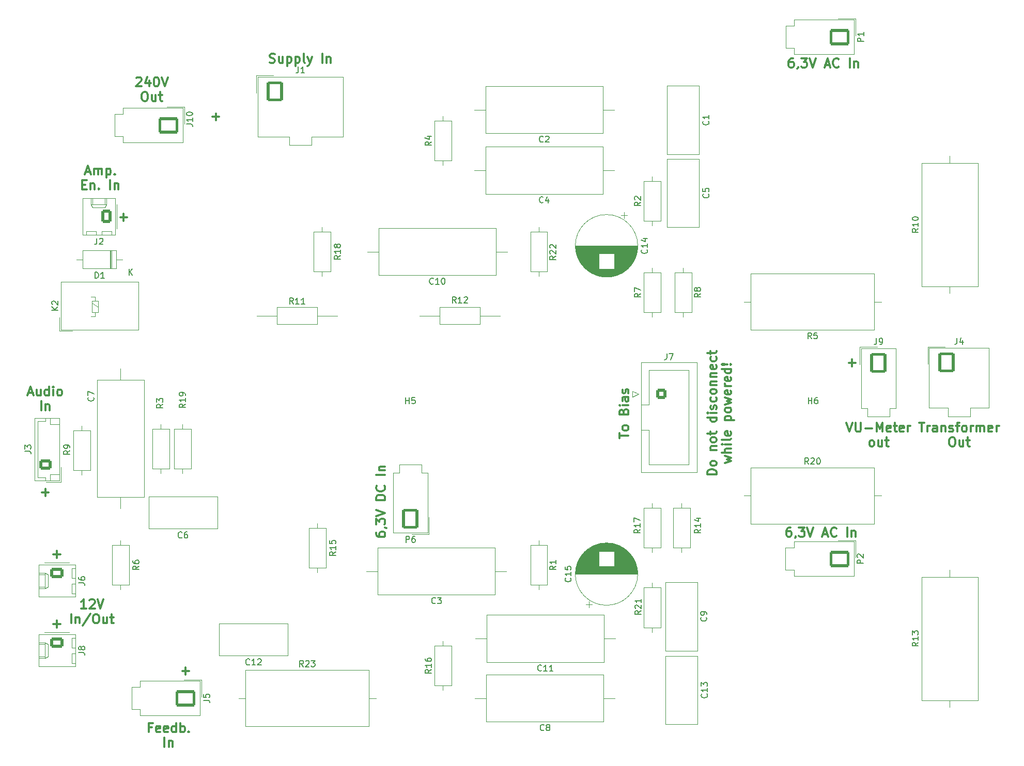
<source format=gbr>
%TF.GenerationSoftware,KiCad,Pcbnew,8.0.8*%
%TF.CreationDate,2025-02-12T00:11:01+01:00*%
%TF.ProjectId,Endstufe,456e6473-7475-4666-952e-6b696361645f,rev?*%
%TF.SameCoordinates,Original*%
%TF.FileFunction,Legend,Top*%
%TF.FilePolarity,Positive*%
%FSLAX46Y46*%
G04 Gerber Fmt 4.6, Leading zero omitted, Abs format (unit mm)*
G04 Created by KiCad (PCBNEW 8.0.8) date 2025-02-12 00:11:01*
%MOMM*%
%LPD*%
G01*
G04 APERTURE LIST*
G04 Aperture macros list*
%AMRoundRect*
0 Rectangle with rounded corners*
0 $1 Rounding radius*
0 $2 $3 $4 $5 $6 $7 $8 $9 X,Y pos of 4 corners*
0 Add a 4 corners polygon primitive as box body*
4,1,4,$2,$3,$4,$5,$6,$7,$8,$9,$2,$3,0*
0 Add four circle primitives for the rounded corners*
1,1,$1+$1,$2,$3*
1,1,$1+$1,$4,$5*
1,1,$1+$1,$6,$7*
1,1,$1+$1,$8,$9*
0 Add four rect primitives between the rounded corners*
20,1,$1+$1,$2,$3,$4,$5,0*
20,1,$1+$1,$4,$5,$6,$7,0*
20,1,$1+$1,$6,$7,$8,$9,0*
20,1,$1+$1,$8,$9,$2,$3,0*%
%AMOutline5P*
0 Free polygon, 5 corners , with rotation*
0 The origin of the aperture is its center*
0 number of corners: always 5*
0 $1 to $10 corner X, Y*
0 $11 Rotation angle, in degrees counterclockwise*
0 create outline with 5 corners*
4,1,5,$1,$2,$3,$4,$5,$6,$7,$8,$9,$10,$1,$2,$11*%
%AMOutline6P*
0 Free polygon, 6 corners , with rotation*
0 The origin of the aperture is its center*
0 number of corners: always 6*
0 $1 to $12 corner X, Y*
0 $13 Rotation angle, in degrees counterclockwise*
0 create outline with 6 corners*
4,1,6,$1,$2,$3,$4,$5,$6,$7,$8,$9,$10,$11,$12,$1,$2,$13*%
%AMOutline7P*
0 Free polygon, 7 corners , with rotation*
0 The origin of the aperture is its center*
0 number of corners: always 7*
0 $1 to $14 corner X, Y*
0 $15 Rotation angle, in degrees counterclockwise*
0 create outline with 7 corners*
4,1,7,$1,$2,$3,$4,$5,$6,$7,$8,$9,$10,$11,$12,$13,$14,$1,$2,$15*%
%AMOutline8P*
0 Free polygon, 8 corners , with rotation*
0 The origin of the aperture is its center*
0 number of corners: always 8*
0 $1 to $16 corner X, Y*
0 $17 Rotation angle, in degrees counterclockwise*
0 create outline with 8 corners*
4,1,8,$1,$2,$3,$4,$5,$6,$7,$8,$9,$10,$11,$12,$13,$14,$15,$16,$1,$2,$17*%
G04 Aperture macros list end*
%ADD10C,0.300000*%
%ADD11C,0.150000*%
%ADD12C,0.120000*%
%ADD13C,2.000000*%
%ADD14C,1.600000*%
%ADD15O,1.600000X1.600000*%
%ADD16RoundRect,0.250001X1.099999X1.399999X-1.099999X1.399999X-1.099999X-1.399999X1.099999X-1.399999X0*%
%ADD17O,2.700000X3.300000*%
%ADD18C,2.400000*%
%ADD19O,2.400000X2.400000*%
%ADD20R,2.200000X2.200000*%
%ADD21O,2.200000X2.200000*%
%ADD22RoundRect,0.250000X0.620000X0.845000X-0.620000X0.845000X-0.620000X-0.845000X0.620000X-0.845000X0*%
%ADD23O,1.740000X2.190000*%
%ADD24RoundRect,0.250001X-1.099999X-1.399999X1.099999X-1.399999X1.099999X1.399999X-1.099999X1.399999X0*%
%ADD25RoundRect,0.250000X0.725000X-0.600000X0.725000X0.600000X-0.725000X0.600000X-0.725000X-0.600000X0*%
%ADD26O,1.950000X1.700000*%
%ADD27RoundRect,0.250000X-0.845000X0.620000X-0.845000X-0.620000X0.845000X-0.620000X0.845000X0.620000X0*%
%ADD28O,2.190000X1.740000*%
%ADD29RoundRect,0.250000X-0.600000X-0.600000X0.600000X-0.600000X0.600000X0.600000X-0.600000X0.600000X0*%
%ADD30C,1.700000*%
%ADD31RoundRect,0.250001X-1.399999X1.099999X-1.399999X-1.099999X1.399999X-1.099999X1.399999X1.099999X0*%
%ADD32O,3.300000X2.700000*%
%ADD33R,2.000000X2.000000*%
%ADD34C,3.200000*%
%ADD35C,6.000000*%
%ADD36Outline5P,-2.300000X2.300000X1.380000X2.300000X2.300000X1.380000X2.300000X-2.300000X-2.300000X-2.300000X0.000000*%
%ADD37C,4.600000*%
%ADD38C,4.000000*%
%ADD39C,1.440000*%
G04 APERTURE END LIST*
D10*
X161395870Y-114175714D02*
X159895870Y-114175714D01*
X159895870Y-114175714D02*
X159895870Y-113818571D01*
X159895870Y-113818571D02*
X159967299Y-113604285D01*
X159967299Y-113604285D02*
X160110156Y-113461428D01*
X160110156Y-113461428D02*
X160253013Y-113389999D01*
X160253013Y-113389999D02*
X160538727Y-113318571D01*
X160538727Y-113318571D02*
X160753013Y-113318571D01*
X160753013Y-113318571D02*
X161038727Y-113389999D01*
X161038727Y-113389999D02*
X161181584Y-113461428D01*
X161181584Y-113461428D02*
X161324442Y-113604285D01*
X161324442Y-113604285D02*
X161395870Y-113818571D01*
X161395870Y-113818571D02*
X161395870Y-114175714D01*
X161395870Y-112461428D02*
X161324442Y-112604285D01*
X161324442Y-112604285D02*
X161253013Y-112675714D01*
X161253013Y-112675714D02*
X161110156Y-112747142D01*
X161110156Y-112747142D02*
X160681584Y-112747142D01*
X160681584Y-112747142D02*
X160538727Y-112675714D01*
X160538727Y-112675714D02*
X160467299Y-112604285D01*
X160467299Y-112604285D02*
X160395870Y-112461428D01*
X160395870Y-112461428D02*
X160395870Y-112247142D01*
X160395870Y-112247142D02*
X160467299Y-112104285D01*
X160467299Y-112104285D02*
X160538727Y-112032857D01*
X160538727Y-112032857D02*
X160681584Y-111961428D01*
X160681584Y-111961428D02*
X161110156Y-111961428D01*
X161110156Y-111961428D02*
X161253013Y-112032857D01*
X161253013Y-112032857D02*
X161324442Y-112104285D01*
X161324442Y-112104285D02*
X161395870Y-112247142D01*
X161395870Y-112247142D02*
X161395870Y-112461428D01*
X160395870Y-110175714D02*
X161395870Y-110175714D01*
X160538727Y-110175714D02*
X160467299Y-110104285D01*
X160467299Y-110104285D02*
X160395870Y-109961428D01*
X160395870Y-109961428D02*
X160395870Y-109747142D01*
X160395870Y-109747142D02*
X160467299Y-109604285D01*
X160467299Y-109604285D02*
X160610156Y-109532857D01*
X160610156Y-109532857D02*
X161395870Y-109532857D01*
X161395870Y-108604285D02*
X161324442Y-108747142D01*
X161324442Y-108747142D02*
X161253013Y-108818571D01*
X161253013Y-108818571D02*
X161110156Y-108889999D01*
X161110156Y-108889999D02*
X160681584Y-108889999D01*
X160681584Y-108889999D02*
X160538727Y-108818571D01*
X160538727Y-108818571D02*
X160467299Y-108747142D01*
X160467299Y-108747142D02*
X160395870Y-108604285D01*
X160395870Y-108604285D02*
X160395870Y-108389999D01*
X160395870Y-108389999D02*
X160467299Y-108247142D01*
X160467299Y-108247142D02*
X160538727Y-108175714D01*
X160538727Y-108175714D02*
X160681584Y-108104285D01*
X160681584Y-108104285D02*
X161110156Y-108104285D01*
X161110156Y-108104285D02*
X161253013Y-108175714D01*
X161253013Y-108175714D02*
X161324442Y-108247142D01*
X161324442Y-108247142D02*
X161395870Y-108389999D01*
X161395870Y-108389999D02*
X161395870Y-108604285D01*
X160395870Y-107675713D02*
X160395870Y-107104285D01*
X159895870Y-107461428D02*
X161181584Y-107461428D01*
X161181584Y-107461428D02*
X161324442Y-107389999D01*
X161324442Y-107389999D02*
X161395870Y-107247142D01*
X161395870Y-107247142D02*
X161395870Y-107104285D01*
X161395870Y-104818571D02*
X159895870Y-104818571D01*
X161324442Y-104818571D02*
X161395870Y-104961428D01*
X161395870Y-104961428D02*
X161395870Y-105247142D01*
X161395870Y-105247142D02*
X161324442Y-105389999D01*
X161324442Y-105389999D02*
X161253013Y-105461428D01*
X161253013Y-105461428D02*
X161110156Y-105532856D01*
X161110156Y-105532856D02*
X160681584Y-105532856D01*
X160681584Y-105532856D02*
X160538727Y-105461428D01*
X160538727Y-105461428D02*
X160467299Y-105389999D01*
X160467299Y-105389999D02*
X160395870Y-105247142D01*
X160395870Y-105247142D02*
X160395870Y-104961428D01*
X160395870Y-104961428D02*
X160467299Y-104818571D01*
X161395870Y-104104285D02*
X160395870Y-104104285D01*
X159895870Y-104104285D02*
X159967299Y-104175713D01*
X159967299Y-104175713D02*
X160038727Y-104104285D01*
X160038727Y-104104285D02*
X159967299Y-104032856D01*
X159967299Y-104032856D02*
X159895870Y-104104285D01*
X159895870Y-104104285D02*
X160038727Y-104104285D01*
X161324442Y-103461427D02*
X161395870Y-103318570D01*
X161395870Y-103318570D02*
X161395870Y-103032856D01*
X161395870Y-103032856D02*
X161324442Y-102889999D01*
X161324442Y-102889999D02*
X161181584Y-102818570D01*
X161181584Y-102818570D02*
X161110156Y-102818570D01*
X161110156Y-102818570D02*
X160967299Y-102889999D01*
X160967299Y-102889999D02*
X160895870Y-103032856D01*
X160895870Y-103032856D02*
X160895870Y-103247142D01*
X160895870Y-103247142D02*
X160824442Y-103389999D01*
X160824442Y-103389999D02*
X160681584Y-103461427D01*
X160681584Y-103461427D02*
X160610156Y-103461427D01*
X160610156Y-103461427D02*
X160467299Y-103389999D01*
X160467299Y-103389999D02*
X160395870Y-103247142D01*
X160395870Y-103247142D02*
X160395870Y-103032856D01*
X160395870Y-103032856D02*
X160467299Y-102889999D01*
X161324442Y-101532856D02*
X161395870Y-101675713D01*
X161395870Y-101675713D02*
X161395870Y-101961427D01*
X161395870Y-101961427D02*
X161324442Y-102104284D01*
X161324442Y-102104284D02*
X161253013Y-102175713D01*
X161253013Y-102175713D02*
X161110156Y-102247141D01*
X161110156Y-102247141D02*
X160681584Y-102247141D01*
X160681584Y-102247141D02*
X160538727Y-102175713D01*
X160538727Y-102175713D02*
X160467299Y-102104284D01*
X160467299Y-102104284D02*
X160395870Y-101961427D01*
X160395870Y-101961427D02*
X160395870Y-101675713D01*
X160395870Y-101675713D02*
X160467299Y-101532856D01*
X161395870Y-100675713D02*
X161324442Y-100818570D01*
X161324442Y-100818570D02*
X161253013Y-100889999D01*
X161253013Y-100889999D02*
X161110156Y-100961427D01*
X161110156Y-100961427D02*
X160681584Y-100961427D01*
X160681584Y-100961427D02*
X160538727Y-100889999D01*
X160538727Y-100889999D02*
X160467299Y-100818570D01*
X160467299Y-100818570D02*
X160395870Y-100675713D01*
X160395870Y-100675713D02*
X160395870Y-100461427D01*
X160395870Y-100461427D02*
X160467299Y-100318570D01*
X160467299Y-100318570D02*
X160538727Y-100247142D01*
X160538727Y-100247142D02*
X160681584Y-100175713D01*
X160681584Y-100175713D02*
X161110156Y-100175713D01*
X161110156Y-100175713D02*
X161253013Y-100247142D01*
X161253013Y-100247142D02*
X161324442Y-100318570D01*
X161324442Y-100318570D02*
X161395870Y-100461427D01*
X161395870Y-100461427D02*
X161395870Y-100675713D01*
X160395870Y-99532856D02*
X161395870Y-99532856D01*
X160538727Y-99532856D02*
X160467299Y-99461427D01*
X160467299Y-99461427D02*
X160395870Y-99318570D01*
X160395870Y-99318570D02*
X160395870Y-99104284D01*
X160395870Y-99104284D02*
X160467299Y-98961427D01*
X160467299Y-98961427D02*
X160610156Y-98889999D01*
X160610156Y-98889999D02*
X161395870Y-98889999D01*
X160395870Y-98175713D02*
X161395870Y-98175713D01*
X160538727Y-98175713D02*
X160467299Y-98104284D01*
X160467299Y-98104284D02*
X160395870Y-97961427D01*
X160395870Y-97961427D02*
X160395870Y-97747141D01*
X160395870Y-97747141D02*
X160467299Y-97604284D01*
X160467299Y-97604284D02*
X160610156Y-97532856D01*
X160610156Y-97532856D02*
X161395870Y-97532856D01*
X161324442Y-96247141D02*
X161395870Y-96389998D01*
X161395870Y-96389998D02*
X161395870Y-96675713D01*
X161395870Y-96675713D02*
X161324442Y-96818570D01*
X161324442Y-96818570D02*
X161181584Y-96889998D01*
X161181584Y-96889998D02*
X160610156Y-96889998D01*
X160610156Y-96889998D02*
X160467299Y-96818570D01*
X160467299Y-96818570D02*
X160395870Y-96675713D01*
X160395870Y-96675713D02*
X160395870Y-96389998D01*
X160395870Y-96389998D02*
X160467299Y-96247141D01*
X160467299Y-96247141D02*
X160610156Y-96175713D01*
X160610156Y-96175713D02*
X160753013Y-96175713D01*
X160753013Y-96175713D02*
X160895870Y-96889998D01*
X161324442Y-94889999D02*
X161395870Y-95032856D01*
X161395870Y-95032856D02*
X161395870Y-95318570D01*
X161395870Y-95318570D02*
X161324442Y-95461427D01*
X161324442Y-95461427D02*
X161253013Y-95532856D01*
X161253013Y-95532856D02*
X161110156Y-95604284D01*
X161110156Y-95604284D02*
X160681584Y-95604284D01*
X160681584Y-95604284D02*
X160538727Y-95532856D01*
X160538727Y-95532856D02*
X160467299Y-95461427D01*
X160467299Y-95461427D02*
X160395870Y-95318570D01*
X160395870Y-95318570D02*
X160395870Y-95032856D01*
X160395870Y-95032856D02*
X160467299Y-94889999D01*
X160395870Y-94461427D02*
X160395870Y-93889999D01*
X159895870Y-94247142D02*
X161181584Y-94247142D01*
X161181584Y-94247142D02*
X161324442Y-94175713D01*
X161324442Y-94175713D02*
X161395870Y-94032856D01*
X161395870Y-94032856D02*
X161395870Y-93889999D01*
X162810786Y-112282857D02*
X163810786Y-111997143D01*
X163810786Y-111997143D02*
X163096500Y-111711428D01*
X163096500Y-111711428D02*
X163810786Y-111425714D01*
X163810786Y-111425714D02*
X162810786Y-111140000D01*
X163810786Y-110568571D02*
X162310786Y-110568571D01*
X163810786Y-109925714D02*
X163025072Y-109925714D01*
X163025072Y-109925714D02*
X162882215Y-109997142D01*
X162882215Y-109997142D02*
X162810786Y-110139999D01*
X162810786Y-110139999D02*
X162810786Y-110354285D01*
X162810786Y-110354285D02*
X162882215Y-110497142D01*
X162882215Y-110497142D02*
X162953643Y-110568571D01*
X163810786Y-109211428D02*
X162810786Y-109211428D01*
X162310786Y-109211428D02*
X162382215Y-109282856D01*
X162382215Y-109282856D02*
X162453643Y-109211428D01*
X162453643Y-109211428D02*
X162382215Y-109139999D01*
X162382215Y-109139999D02*
X162310786Y-109211428D01*
X162310786Y-109211428D02*
X162453643Y-109211428D01*
X163810786Y-108282856D02*
X163739358Y-108425713D01*
X163739358Y-108425713D02*
X163596500Y-108497142D01*
X163596500Y-108497142D02*
X162310786Y-108497142D01*
X163739358Y-107139999D02*
X163810786Y-107282856D01*
X163810786Y-107282856D02*
X163810786Y-107568571D01*
X163810786Y-107568571D02*
X163739358Y-107711428D01*
X163739358Y-107711428D02*
X163596500Y-107782856D01*
X163596500Y-107782856D02*
X163025072Y-107782856D01*
X163025072Y-107782856D02*
X162882215Y-107711428D01*
X162882215Y-107711428D02*
X162810786Y-107568571D01*
X162810786Y-107568571D02*
X162810786Y-107282856D01*
X162810786Y-107282856D02*
X162882215Y-107139999D01*
X162882215Y-107139999D02*
X163025072Y-107068571D01*
X163025072Y-107068571D02*
X163167929Y-107068571D01*
X163167929Y-107068571D02*
X163310786Y-107782856D01*
X162810786Y-105282857D02*
X164310786Y-105282857D01*
X162882215Y-105282857D02*
X162810786Y-105140000D01*
X162810786Y-105140000D02*
X162810786Y-104854285D01*
X162810786Y-104854285D02*
X162882215Y-104711428D01*
X162882215Y-104711428D02*
X162953643Y-104640000D01*
X162953643Y-104640000D02*
X163096500Y-104568571D01*
X163096500Y-104568571D02*
X163525072Y-104568571D01*
X163525072Y-104568571D02*
X163667929Y-104640000D01*
X163667929Y-104640000D02*
X163739358Y-104711428D01*
X163739358Y-104711428D02*
X163810786Y-104854285D01*
X163810786Y-104854285D02*
X163810786Y-105140000D01*
X163810786Y-105140000D02*
X163739358Y-105282857D01*
X163810786Y-103711428D02*
X163739358Y-103854285D01*
X163739358Y-103854285D02*
X163667929Y-103925714D01*
X163667929Y-103925714D02*
X163525072Y-103997142D01*
X163525072Y-103997142D02*
X163096500Y-103997142D01*
X163096500Y-103997142D02*
X162953643Y-103925714D01*
X162953643Y-103925714D02*
X162882215Y-103854285D01*
X162882215Y-103854285D02*
X162810786Y-103711428D01*
X162810786Y-103711428D02*
X162810786Y-103497142D01*
X162810786Y-103497142D02*
X162882215Y-103354285D01*
X162882215Y-103354285D02*
X162953643Y-103282857D01*
X162953643Y-103282857D02*
X163096500Y-103211428D01*
X163096500Y-103211428D02*
X163525072Y-103211428D01*
X163525072Y-103211428D02*
X163667929Y-103282857D01*
X163667929Y-103282857D02*
X163739358Y-103354285D01*
X163739358Y-103354285D02*
X163810786Y-103497142D01*
X163810786Y-103497142D02*
X163810786Y-103711428D01*
X162810786Y-102711428D02*
X163810786Y-102425714D01*
X163810786Y-102425714D02*
X163096500Y-102139999D01*
X163096500Y-102139999D02*
X163810786Y-101854285D01*
X163810786Y-101854285D02*
X162810786Y-101568571D01*
X163739358Y-100425713D02*
X163810786Y-100568570D01*
X163810786Y-100568570D02*
X163810786Y-100854285D01*
X163810786Y-100854285D02*
X163739358Y-100997142D01*
X163739358Y-100997142D02*
X163596500Y-101068570D01*
X163596500Y-101068570D02*
X163025072Y-101068570D01*
X163025072Y-101068570D02*
X162882215Y-100997142D01*
X162882215Y-100997142D02*
X162810786Y-100854285D01*
X162810786Y-100854285D02*
X162810786Y-100568570D01*
X162810786Y-100568570D02*
X162882215Y-100425713D01*
X162882215Y-100425713D02*
X163025072Y-100354285D01*
X163025072Y-100354285D02*
X163167929Y-100354285D01*
X163167929Y-100354285D02*
X163310786Y-101068570D01*
X163810786Y-99711428D02*
X162810786Y-99711428D01*
X163096500Y-99711428D02*
X162953643Y-99639999D01*
X162953643Y-99639999D02*
X162882215Y-99568571D01*
X162882215Y-99568571D02*
X162810786Y-99425713D01*
X162810786Y-99425713D02*
X162810786Y-99282856D01*
X163739358Y-98211428D02*
X163810786Y-98354285D01*
X163810786Y-98354285D02*
X163810786Y-98640000D01*
X163810786Y-98640000D02*
X163739358Y-98782857D01*
X163739358Y-98782857D02*
X163596500Y-98854285D01*
X163596500Y-98854285D02*
X163025072Y-98854285D01*
X163025072Y-98854285D02*
X162882215Y-98782857D01*
X162882215Y-98782857D02*
X162810786Y-98640000D01*
X162810786Y-98640000D02*
X162810786Y-98354285D01*
X162810786Y-98354285D02*
X162882215Y-98211428D01*
X162882215Y-98211428D02*
X163025072Y-98140000D01*
X163025072Y-98140000D02*
X163167929Y-98140000D01*
X163167929Y-98140000D02*
X163310786Y-98854285D01*
X163810786Y-96854286D02*
X162310786Y-96854286D01*
X163739358Y-96854286D02*
X163810786Y-96997143D01*
X163810786Y-96997143D02*
X163810786Y-97282857D01*
X163810786Y-97282857D02*
X163739358Y-97425714D01*
X163739358Y-97425714D02*
X163667929Y-97497143D01*
X163667929Y-97497143D02*
X163525072Y-97568571D01*
X163525072Y-97568571D02*
X163096500Y-97568571D01*
X163096500Y-97568571D02*
X162953643Y-97497143D01*
X162953643Y-97497143D02*
X162882215Y-97425714D01*
X162882215Y-97425714D02*
X162810786Y-97282857D01*
X162810786Y-97282857D02*
X162810786Y-96997143D01*
X162810786Y-96997143D02*
X162882215Y-96854286D01*
X163667929Y-96140000D02*
X163739358Y-96068571D01*
X163739358Y-96068571D02*
X163810786Y-96140000D01*
X163810786Y-96140000D02*
X163739358Y-96211428D01*
X163739358Y-96211428D02*
X163667929Y-96140000D01*
X163667929Y-96140000D02*
X163810786Y-96140000D01*
X163239358Y-96140000D02*
X162382215Y-96211428D01*
X162382215Y-96211428D02*
X162310786Y-96140000D01*
X162310786Y-96140000D02*
X162382215Y-96068571D01*
X162382215Y-96068571D02*
X163239358Y-96140000D01*
X163239358Y-96140000D02*
X162310786Y-96140000D01*
X68842285Y-155657156D02*
X68342285Y-155657156D01*
X68342285Y-156442870D02*
X68342285Y-154942870D01*
X68342285Y-154942870D02*
X69056571Y-154942870D01*
X70199428Y-156371442D02*
X70056571Y-156442870D01*
X70056571Y-156442870D02*
X69770857Y-156442870D01*
X69770857Y-156442870D02*
X69627999Y-156371442D01*
X69627999Y-156371442D02*
X69556571Y-156228584D01*
X69556571Y-156228584D02*
X69556571Y-155657156D01*
X69556571Y-155657156D02*
X69627999Y-155514299D01*
X69627999Y-155514299D02*
X69770857Y-155442870D01*
X69770857Y-155442870D02*
X70056571Y-155442870D01*
X70056571Y-155442870D02*
X70199428Y-155514299D01*
X70199428Y-155514299D02*
X70270857Y-155657156D01*
X70270857Y-155657156D02*
X70270857Y-155800013D01*
X70270857Y-155800013D02*
X69556571Y-155942870D01*
X71485142Y-156371442D02*
X71342285Y-156442870D01*
X71342285Y-156442870D02*
X71056571Y-156442870D01*
X71056571Y-156442870D02*
X70913713Y-156371442D01*
X70913713Y-156371442D02*
X70842285Y-156228584D01*
X70842285Y-156228584D02*
X70842285Y-155657156D01*
X70842285Y-155657156D02*
X70913713Y-155514299D01*
X70913713Y-155514299D02*
X71056571Y-155442870D01*
X71056571Y-155442870D02*
X71342285Y-155442870D01*
X71342285Y-155442870D02*
X71485142Y-155514299D01*
X71485142Y-155514299D02*
X71556571Y-155657156D01*
X71556571Y-155657156D02*
X71556571Y-155800013D01*
X71556571Y-155800013D02*
X70842285Y-155942870D01*
X72842285Y-156442870D02*
X72842285Y-154942870D01*
X72842285Y-156371442D02*
X72699427Y-156442870D01*
X72699427Y-156442870D02*
X72413713Y-156442870D01*
X72413713Y-156442870D02*
X72270856Y-156371442D01*
X72270856Y-156371442D02*
X72199427Y-156300013D01*
X72199427Y-156300013D02*
X72127999Y-156157156D01*
X72127999Y-156157156D02*
X72127999Y-155728584D01*
X72127999Y-155728584D02*
X72199427Y-155585727D01*
X72199427Y-155585727D02*
X72270856Y-155514299D01*
X72270856Y-155514299D02*
X72413713Y-155442870D01*
X72413713Y-155442870D02*
X72699427Y-155442870D01*
X72699427Y-155442870D02*
X72842285Y-155514299D01*
X73556570Y-156442870D02*
X73556570Y-154942870D01*
X73556570Y-155514299D02*
X73699428Y-155442870D01*
X73699428Y-155442870D02*
X73985142Y-155442870D01*
X73985142Y-155442870D02*
X74127999Y-155514299D01*
X74127999Y-155514299D02*
X74199428Y-155585727D01*
X74199428Y-155585727D02*
X74270856Y-155728584D01*
X74270856Y-155728584D02*
X74270856Y-156157156D01*
X74270856Y-156157156D02*
X74199428Y-156300013D01*
X74199428Y-156300013D02*
X74127999Y-156371442D01*
X74127999Y-156371442D02*
X73985142Y-156442870D01*
X73985142Y-156442870D02*
X73699428Y-156442870D01*
X73699428Y-156442870D02*
X73556570Y-156371442D01*
X74913713Y-156300013D02*
X74985142Y-156371442D01*
X74985142Y-156371442D02*
X74913713Y-156442870D01*
X74913713Y-156442870D02*
X74842285Y-156371442D01*
X74842285Y-156371442D02*
X74913713Y-156300013D01*
X74913713Y-156300013D02*
X74913713Y-156442870D01*
X70949428Y-158857786D02*
X70949428Y-157357786D01*
X71663714Y-157857786D02*
X71663714Y-158857786D01*
X71663714Y-158000643D02*
X71735143Y-157929215D01*
X71735143Y-157929215D02*
X71878000Y-157857786D01*
X71878000Y-157857786D02*
X72092286Y-157857786D01*
X72092286Y-157857786D02*
X72235143Y-157929215D01*
X72235143Y-157929215D02*
X72306572Y-158072072D01*
X72306572Y-158072072D02*
X72306572Y-158857786D01*
X173943001Y-45914328D02*
X173657286Y-45914328D01*
X173657286Y-45914328D02*
X173514429Y-45985757D01*
X173514429Y-45985757D02*
X173443001Y-46057185D01*
X173443001Y-46057185D02*
X173300143Y-46271471D01*
X173300143Y-46271471D02*
X173228715Y-46557185D01*
X173228715Y-46557185D02*
X173228715Y-47128614D01*
X173228715Y-47128614D02*
X173300143Y-47271471D01*
X173300143Y-47271471D02*
X173371572Y-47342900D01*
X173371572Y-47342900D02*
X173514429Y-47414328D01*
X173514429Y-47414328D02*
X173800143Y-47414328D01*
X173800143Y-47414328D02*
X173943001Y-47342900D01*
X173943001Y-47342900D02*
X174014429Y-47271471D01*
X174014429Y-47271471D02*
X174085858Y-47128614D01*
X174085858Y-47128614D02*
X174085858Y-46771471D01*
X174085858Y-46771471D02*
X174014429Y-46628614D01*
X174014429Y-46628614D02*
X173943001Y-46557185D01*
X173943001Y-46557185D02*
X173800143Y-46485757D01*
X173800143Y-46485757D02*
X173514429Y-46485757D01*
X173514429Y-46485757D02*
X173371572Y-46557185D01*
X173371572Y-46557185D02*
X173300143Y-46628614D01*
X173300143Y-46628614D02*
X173228715Y-46771471D01*
X174800143Y-47342900D02*
X174800143Y-47414328D01*
X174800143Y-47414328D02*
X174728714Y-47557185D01*
X174728714Y-47557185D02*
X174657286Y-47628614D01*
X175300143Y-45914328D02*
X176228715Y-45914328D01*
X176228715Y-45914328D02*
X175728715Y-46485757D01*
X175728715Y-46485757D02*
X175943000Y-46485757D01*
X175943000Y-46485757D02*
X176085858Y-46557185D01*
X176085858Y-46557185D02*
X176157286Y-46628614D01*
X176157286Y-46628614D02*
X176228715Y-46771471D01*
X176228715Y-46771471D02*
X176228715Y-47128614D01*
X176228715Y-47128614D02*
X176157286Y-47271471D01*
X176157286Y-47271471D02*
X176085858Y-47342900D01*
X176085858Y-47342900D02*
X175943000Y-47414328D01*
X175943000Y-47414328D02*
X175514429Y-47414328D01*
X175514429Y-47414328D02*
X175371572Y-47342900D01*
X175371572Y-47342900D02*
X175300143Y-47271471D01*
X176657286Y-45914328D02*
X177157286Y-47414328D01*
X177157286Y-47414328D02*
X177657286Y-45914328D01*
X179228714Y-46985757D02*
X179943000Y-46985757D01*
X179085857Y-47414328D02*
X179585857Y-45914328D01*
X179585857Y-45914328D02*
X180085857Y-47414328D01*
X181442999Y-47271471D02*
X181371571Y-47342900D01*
X181371571Y-47342900D02*
X181157285Y-47414328D01*
X181157285Y-47414328D02*
X181014428Y-47414328D01*
X181014428Y-47414328D02*
X180800142Y-47342900D01*
X180800142Y-47342900D02*
X180657285Y-47200042D01*
X180657285Y-47200042D02*
X180585856Y-47057185D01*
X180585856Y-47057185D02*
X180514428Y-46771471D01*
X180514428Y-46771471D02*
X180514428Y-46557185D01*
X180514428Y-46557185D02*
X180585856Y-46271471D01*
X180585856Y-46271471D02*
X180657285Y-46128614D01*
X180657285Y-46128614D02*
X180800142Y-45985757D01*
X180800142Y-45985757D02*
X181014428Y-45914328D01*
X181014428Y-45914328D02*
X181157285Y-45914328D01*
X181157285Y-45914328D02*
X181371571Y-45985757D01*
X181371571Y-45985757D02*
X181442999Y-46057185D01*
X183228713Y-47414328D02*
X183228713Y-45914328D01*
X183942999Y-46414328D02*
X183942999Y-47414328D01*
X183942999Y-46557185D02*
X184014428Y-46485757D01*
X184014428Y-46485757D02*
X184157285Y-46414328D01*
X184157285Y-46414328D02*
X184371571Y-46414328D01*
X184371571Y-46414328D02*
X184514428Y-46485757D01*
X184514428Y-46485757D02*
X184585857Y-46628614D01*
X184585857Y-46628614D02*
X184585857Y-47414328D01*
X182710000Y-105666870D02*
X183210000Y-107166870D01*
X183210000Y-107166870D02*
X183710000Y-105666870D01*
X184209999Y-105666870D02*
X184209999Y-106881156D01*
X184209999Y-106881156D02*
X184281428Y-107024013D01*
X184281428Y-107024013D02*
X184352857Y-107095442D01*
X184352857Y-107095442D02*
X184495714Y-107166870D01*
X184495714Y-107166870D02*
X184781428Y-107166870D01*
X184781428Y-107166870D02*
X184924285Y-107095442D01*
X184924285Y-107095442D02*
X184995714Y-107024013D01*
X184995714Y-107024013D02*
X185067142Y-106881156D01*
X185067142Y-106881156D02*
X185067142Y-105666870D01*
X185781428Y-106595442D02*
X186924286Y-106595442D01*
X187638571Y-107166870D02*
X187638571Y-105666870D01*
X187638571Y-105666870D02*
X188138571Y-106738299D01*
X188138571Y-106738299D02*
X188638571Y-105666870D01*
X188638571Y-105666870D02*
X188638571Y-107166870D01*
X189924286Y-107095442D02*
X189781429Y-107166870D01*
X189781429Y-107166870D02*
X189495715Y-107166870D01*
X189495715Y-107166870D02*
X189352857Y-107095442D01*
X189352857Y-107095442D02*
X189281429Y-106952584D01*
X189281429Y-106952584D02*
X189281429Y-106381156D01*
X189281429Y-106381156D02*
X189352857Y-106238299D01*
X189352857Y-106238299D02*
X189495715Y-106166870D01*
X189495715Y-106166870D02*
X189781429Y-106166870D01*
X189781429Y-106166870D02*
X189924286Y-106238299D01*
X189924286Y-106238299D02*
X189995715Y-106381156D01*
X189995715Y-106381156D02*
X189995715Y-106524013D01*
X189995715Y-106524013D02*
X189281429Y-106666870D01*
X190424286Y-106166870D02*
X190995714Y-106166870D01*
X190638571Y-105666870D02*
X190638571Y-106952584D01*
X190638571Y-106952584D02*
X190710000Y-107095442D01*
X190710000Y-107095442D02*
X190852857Y-107166870D01*
X190852857Y-107166870D02*
X190995714Y-107166870D01*
X192067143Y-107095442D02*
X191924286Y-107166870D01*
X191924286Y-107166870D02*
X191638572Y-107166870D01*
X191638572Y-107166870D02*
X191495714Y-107095442D01*
X191495714Y-107095442D02*
X191424286Y-106952584D01*
X191424286Y-106952584D02*
X191424286Y-106381156D01*
X191424286Y-106381156D02*
X191495714Y-106238299D01*
X191495714Y-106238299D02*
X191638572Y-106166870D01*
X191638572Y-106166870D02*
X191924286Y-106166870D01*
X191924286Y-106166870D02*
X192067143Y-106238299D01*
X192067143Y-106238299D02*
X192138572Y-106381156D01*
X192138572Y-106381156D02*
X192138572Y-106524013D01*
X192138572Y-106524013D02*
X191424286Y-106666870D01*
X192781428Y-107166870D02*
X192781428Y-106166870D01*
X192781428Y-106452584D02*
X192852857Y-106309727D01*
X192852857Y-106309727D02*
X192924286Y-106238299D01*
X192924286Y-106238299D02*
X193067143Y-106166870D01*
X193067143Y-106166870D02*
X193210000Y-106166870D01*
X186745714Y-109581786D02*
X186602857Y-109510358D01*
X186602857Y-109510358D02*
X186531428Y-109438929D01*
X186531428Y-109438929D02*
X186460000Y-109296072D01*
X186460000Y-109296072D02*
X186460000Y-108867500D01*
X186460000Y-108867500D02*
X186531428Y-108724643D01*
X186531428Y-108724643D02*
X186602857Y-108653215D01*
X186602857Y-108653215D02*
X186745714Y-108581786D01*
X186745714Y-108581786D02*
X186960000Y-108581786D01*
X186960000Y-108581786D02*
X187102857Y-108653215D01*
X187102857Y-108653215D02*
X187174286Y-108724643D01*
X187174286Y-108724643D02*
X187245714Y-108867500D01*
X187245714Y-108867500D02*
X187245714Y-109296072D01*
X187245714Y-109296072D02*
X187174286Y-109438929D01*
X187174286Y-109438929D02*
X187102857Y-109510358D01*
X187102857Y-109510358D02*
X186960000Y-109581786D01*
X186960000Y-109581786D02*
X186745714Y-109581786D01*
X188531429Y-108581786D02*
X188531429Y-109581786D01*
X187888571Y-108581786D02*
X187888571Y-109367500D01*
X187888571Y-109367500D02*
X187960000Y-109510358D01*
X187960000Y-109510358D02*
X188102857Y-109581786D01*
X188102857Y-109581786D02*
X188317143Y-109581786D01*
X188317143Y-109581786D02*
X188460000Y-109510358D01*
X188460000Y-109510358D02*
X188531429Y-109438929D01*
X189031429Y-108581786D02*
X189602857Y-108581786D01*
X189245714Y-108081786D02*
X189245714Y-109367500D01*
X189245714Y-109367500D02*
X189317143Y-109510358D01*
X189317143Y-109510358D02*
X189460000Y-109581786D01*
X189460000Y-109581786D02*
X189602857Y-109581786D01*
X58059143Y-64574299D02*
X58773429Y-64574299D01*
X57916286Y-65002870D02*
X58416286Y-63502870D01*
X58416286Y-63502870D02*
X58916286Y-65002870D01*
X59416285Y-65002870D02*
X59416285Y-64002870D01*
X59416285Y-64145727D02*
X59487714Y-64074299D01*
X59487714Y-64074299D02*
X59630571Y-64002870D01*
X59630571Y-64002870D02*
X59844857Y-64002870D01*
X59844857Y-64002870D02*
X59987714Y-64074299D01*
X59987714Y-64074299D02*
X60059143Y-64217156D01*
X60059143Y-64217156D02*
X60059143Y-65002870D01*
X60059143Y-64217156D02*
X60130571Y-64074299D01*
X60130571Y-64074299D02*
X60273428Y-64002870D01*
X60273428Y-64002870D02*
X60487714Y-64002870D01*
X60487714Y-64002870D02*
X60630571Y-64074299D01*
X60630571Y-64074299D02*
X60702000Y-64217156D01*
X60702000Y-64217156D02*
X60702000Y-65002870D01*
X61416285Y-64002870D02*
X61416285Y-65502870D01*
X61416285Y-64074299D02*
X61559143Y-64002870D01*
X61559143Y-64002870D02*
X61844857Y-64002870D01*
X61844857Y-64002870D02*
X61987714Y-64074299D01*
X61987714Y-64074299D02*
X62059143Y-64145727D01*
X62059143Y-64145727D02*
X62130571Y-64288584D01*
X62130571Y-64288584D02*
X62130571Y-64717156D01*
X62130571Y-64717156D02*
X62059143Y-64860013D01*
X62059143Y-64860013D02*
X61987714Y-64931442D01*
X61987714Y-64931442D02*
X61844857Y-65002870D01*
X61844857Y-65002870D02*
X61559143Y-65002870D01*
X61559143Y-65002870D02*
X61416285Y-64931442D01*
X62773428Y-64860013D02*
X62844857Y-64931442D01*
X62844857Y-64931442D02*
X62773428Y-65002870D01*
X62773428Y-65002870D02*
X62702000Y-64931442D01*
X62702000Y-64931442D02*
X62773428Y-64860013D01*
X62773428Y-64860013D02*
X62773428Y-65002870D01*
X57487713Y-66632072D02*
X57987713Y-66632072D01*
X58201999Y-67417786D02*
X57487713Y-67417786D01*
X57487713Y-67417786D02*
X57487713Y-65917786D01*
X57487713Y-65917786D02*
X58201999Y-65917786D01*
X58844856Y-66417786D02*
X58844856Y-67417786D01*
X58844856Y-66560643D02*
X58916285Y-66489215D01*
X58916285Y-66489215D02*
X59059142Y-66417786D01*
X59059142Y-66417786D02*
X59273428Y-66417786D01*
X59273428Y-66417786D02*
X59416285Y-66489215D01*
X59416285Y-66489215D02*
X59487714Y-66632072D01*
X59487714Y-66632072D02*
X59487714Y-67417786D01*
X60201999Y-67274929D02*
X60273428Y-67346358D01*
X60273428Y-67346358D02*
X60201999Y-67417786D01*
X60201999Y-67417786D02*
X60130571Y-67346358D01*
X60130571Y-67346358D02*
X60201999Y-67274929D01*
X60201999Y-67274929D02*
X60201999Y-67417786D01*
X62059142Y-67417786D02*
X62059142Y-65917786D01*
X62773428Y-66417786D02*
X62773428Y-67417786D01*
X62773428Y-66560643D02*
X62844857Y-66489215D01*
X62844857Y-66489215D02*
X62987714Y-66417786D01*
X62987714Y-66417786D02*
X63202000Y-66417786D01*
X63202000Y-66417786D02*
X63344857Y-66489215D01*
X63344857Y-66489215D02*
X63416286Y-66632072D01*
X63416286Y-66632072D02*
X63416286Y-67417786D01*
X58099429Y-136169870D02*
X57242286Y-136169870D01*
X57670857Y-136169870D02*
X57670857Y-134669870D01*
X57670857Y-134669870D02*
X57528000Y-134884156D01*
X57528000Y-134884156D02*
X57385143Y-135027013D01*
X57385143Y-135027013D02*
X57242286Y-135098442D01*
X58670857Y-134812727D02*
X58742285Y-134741299D01*
X58742285Y-134741299D02*
X58885143Y-134669870D01*
X58885143Y-134669870D02*
X59242285Y-134669870D01*
X59242285Y-134669870D02*
X59385143Y-134741299D01*
X59385143Y-134741299D02*
X59456571Y-134812727D01*
X59456571Y-134812727D02*
X59528000Y-134955584D01*
X59528000Y-134955584D02*
X59528000Y-135098442D01*
X59528000Y-135098442D02*
X59456571Y-135312727D01*
X59456571Y-135312727D02*
X58599428Y-136169870D01*
X58599428Y-136169870D02*
X59528000Y-136169870D01*
X59956571Y-134669870D02*
X60456571Y-136169870D01*
X60456571Y-136169870D02*
X60956571Y-134669870D01*
X55670856Y-138584786D02*
X55670856Y-137084786D01*
X56385142Y-137584786D02*
X56385142Y-138584786D01*
X56385142Y-137727643D02*
X56456571Y-137656215D01*
X56456571Y-137656215D02*
X56599428Y-137584786D01*
X56599428Y-137584786D02*
X56813714Y-137584786D01*
X56813714Y-137584786D02*
X56956571Y-137656215D01*
X56956571Y-137656215D02*
X57028000Y-137799072D01*
X57028000Y-137799072D02*
X57028000Y-138584786D01*
X58813714Y-137013358D02*
X57528000Y-138941929D01*
X59599429Y-137084786D02*
X59885143Y-137084786D01*
X59885143Y-137084786D02*
X60028000Y-137156215D01*
X60028000Y-137156215D02*
X60170857Y-137299072D01*
X60170857Y-137299072D02*
X60242286Y-137584786D01*
X60242286Y-137584786D02*
X60242286Y-138084786D01*
X60242286Y-138084786D02*
X60170857Y-138370500D01*
X60170857Y-138370500D02*
X60028000Y-138513358D01*
X60028000Y-138513358D02*
X59885143Y-138584786D01*
X59885143Y-138584786D02*
X59599429Y-138584786D01*
X59599429Y-138584786D02*
X59456572Y-138513358D01*
X59456572Y-138513358D02*
X59313714Y-138370500D01*
X59313714Y-138370500D02*
X59242286Y-138084786D01*
X59242286Y-138084786D02*
X59242286Y-137584786D01*
X59242286Y-137584786D02*
X59313714Y-137299072D01*
X59313714Y-137299072D02*
X59456572Y-137156215D01*
X59456572Y-137156215D02*
X59599429Y-137084786D01*
X61528001Y-137584786D02*
X61528001Y-138584786D01*
X60885143Y-137584786D02*
X60885143Y-138370500D01*
X60885143Y-138370500D02*
X60956572Y-138513358D01*
X60956572Y-138513358D02*
X61099429Y-138584786D01*
X61099429Y-138584786D02*
X61313715Y-138584786D01*
X61313715Y-138584786D02*
X61456572Y-138513358D01*
X61456572Y-138513358D02*
X61528001Y-138441929D01*
X62028001Y-137584786D02*
X62599429Y-137584786D01*
X62242286Y-137084786D02*
X62242286Y-138370500D01*
X62242286Y-138370500D02*
X62313715Y-138513358D01*
X62313715Y-138513358D02*
X62456572Y-138584786D01*
X62456572Y-138584786D02*
X62599429Y-138584786D01*
X52741571Y-127280900D02*
X53884429Y-127280900D01*
X53313000Y-127852328D02*
X53313000Y-126709471D01*
X52741571Y-138710900D02*
X53884429Y-138710900D01*
X53313000Y-139282328D02*
X53313000Y-138139471D01*
X50836571Y-117120900D02*
X51979429Y-117120900D01*
X51408000Y-117692328D02*
X51408000Y-116549471D01*
X63690571Y-71988900D02*
X64833429Y-71988900D01*
X64262000Y-72560328D02*
X64262000Y-71417471D01*
X73850571Y-146410900D02*
X74993429Y-146410900D01*
X74422000Y-146982328D02*
X74422000Y-145839471D01*
X183070571Y-95864900D02*
X184213429Y-95864900D01*
X183642000Y-96436328D02*
X183642000Y-95293471D01*
X78776571Y-55525900D02*
X79919429Y-55525900D01*
X79348000Y-56097328D02*
X79348000Y-54954471D01*
X66334001Y-49167727D02*
X66405429Y-49096299D01*
X66405429Y-49096299D02*
X66548287Y-49024870D01*
X66548287Y-49024870D02*
X66905429Y-49024870D01*
X66905429Y-49024870D02*
X67048287Y-49096299D01*
X67048287Y-49096299D02*
X67119715Y-49167727D01*
X67119715Y-49167727D02*
X67191144Y-49310584D01*
X67191144Y-49310584D02*
X67191144Y-49453442D01*
X67191144Y-49453442D02*
X67119715Y-49667727D01*
X67119715Y-49667727D02*
X66262572Y-50524870D01*
X66262572Y-50524870D02*
X67191144Y-50524870D01*
X68476858Y-49524870D02*
X68476858Y-50524870D01*
X68119715Y-48953442D02*
X67762572Y-50024870D01*
X67762572Y-50024870D02*
X68691143Y-50024870D01*
X69548286Y-49024870D02*
X69691143Y-49024870D01*
X69691143Y-49024870D02*
X69834000Y-49096299D01*
X69834000Y-49096299D02*
X69905429Y-49167727D01*
X69905429Y-49167727D02*
X69976857Y-49310584D01*
X69976857Y-49310584D02*
X70048286Y-49596299D01*
X70048286Y-49596299D02*
X70048286Y-49953442D01*
X70048286Y-49953442D02*
X69976857Y-50239156D01*
X69976857Y-50239156D02*
X69905429Y-50382013D01*
X69905429Y-50382013D02*
X69834000Y-50453442D01*
X69834000Y-50453442D02*
X69691143Y-50524870D01*
X69691143Y-50524870D02*
X69548286Y-50524870D01*
X69548286Y-50524870D02*
X69405429Y-50453442D01*
X69405429Y-50453442D02*
X69334000Y-50382013D01*
X69334000Y-50382013D02*
X69262571Y-50239156D01*
X69262571Y-50239156D02*
X69191143Y-49953442D01*
X69191143Y-49953442D02*
X69191143Y-49596299D01*
X69191143Y-49596299D02*
X69262571Y-49310584D01*
X69262571Y-49310584D02*
X69334000Y-49167727D01*
X69334000Y-49167727D02*
X69405429Y-49096299D01*
X69405429Y-49096299D02*
X69548286Y-49024870D01*
X70476857Y-49024870D02*
X70976857Y-50524870D01*
X70976857Y-50524870D02*
X71476857Y-49024870D01*
X67584000Y-51439786D02*
X67869714Y-51439786D01*
X67869714Y-51439786D02*
X68012571Y-51511215D01*
X68012571Y-51511215D02*
X68155428Y-51654072D01*
X68155428Y-51654072D02*
X68226857Y-51939786D01*
X68226857Y-51939786D02*
X68226857Y-52439786D01*
X68226857Y-52439786D02*
X68155428Y-52725500D01*
X68155428Y-52725500D02*
X68012571Y-52868358D01*
X68012571Y-52868358D02*
X67869714Y-52939786D01*
X67869714Y-52939786D02*
X67584000Y-52939786D01*
X67584000Y-52939786D02*
X67441143Y-52868358D01*
X67441143Y-52868358D02*
X67298285Y-52725500D01*
X67298285Y-52725500D02*
X67226857Y-52439786D01*
X67226857Y-52439786D02*
X67226857Y-51939786D01*
X67226857Y-51939786D02*
X67298285Y-51654072D01*
X67298285Y-51654072D02*
X67441143Y-51511215D01*
X67441143Y-51511215D02*
X67584000Y-51439786D01*
X69512572Y-51939786D02*
X69512572Y-52939786D01*
X68869714Y-51939786D02*
X68869714Y-52725500D01*
X68869714Y-52725500D02*
X68941143Y-52868358D01*
X68941143Y-52868358D02*
X69084000Y-52939786D01*
X69084000Y-52939786D02*
X69298286Y-52939786D01*
X69298286Y-52939786D02*
X69441143Y-52868358D01*
X69441143Y-52868358D02*
X69512572Y-52796929D01*
X70012572Y-51939786D02*
X70584000Y-51939786D01*
X70226857Y-51439786D02*
X70226857Y-52725500D01*
X70226857Y-52725500D02*
X70298286Y-52868358D01*
X70298286Y-52868358D02*
X70441143Y-52939786D01*
X70441143Y-52939786D02*
X70584000Y-52939786D01*
X173562001Y-122876328D02*
X173276286Y-122876328D01*
X173276286Y-122876328D02*
X173133429Y-122947757D01*
X173133429Y-122947757D02*
X173062001Y-123019185D01*
X173062001Y-123019185D02*
X172919143Y-123233471D01*
X172919143Y-123233471D02*
X172847715Y-123519185D01*
X172847715Y-123519185D02*
X172847715Y-124090614D01*
X172847715Y-124090614D02*
X172919143Y-124233471D01*
X172919143Y-124233471D02*
X172990572Y-124304900D01*
X172990572Y-124304900D02*
X173133429Y-124376328D01*
X173133429Y-124376328D02*
X173419143Y-124376328D01*
X173419143Y-124376328D02*
X173562001Y-124304900D01*
X173562001Y-124304900D02*
X173633429Y-124233471D01*
X173633429Y-124233471D02*
X173704858Y-124090614D01*
X173704858Y-124090614D02*
X173704858Y-123733471D01*
X173704858Y-123733471D02*
X173633429Y-123590614D01*
X173633429Y-123590614D02*
X173562001Y-123519185D01*
X173562001Y-123519185D02*
X173419143Y-123447757D01*
X173419143Y-123447757D02*
X173133429Y-123447757D01*
X173133429Y-123447757D02*
X172990572Y-123519185D01*
X172990572Y-123519185D02*
X172919143Y-123590614D01*
X172919143Y-123590614D02*
X172847715Y-123733471D01*
X174419143Y-124304900D02*
X174419143Y-124376328D01*
X174419143Y-124376328D02*
X174347714Y-124519185D01*
X174347714Y-124519185D02*
X174276286Y-124590614D01*
X174919143Y-122876328D02*
X175847715Y-122876328D01*
X175847715Y-122876328D02*
X175347715Y-123447757D01*
X175347715Y-123447757D02*
X175562000Y-123447757D01*
X175562000Y-123447757D02*
X175704858Y-123519185D01*
X175704858Y-123519185D02*
X175776286Y-123590614D01*
X175776286Y-123590614D02*
X175847715Y-123733471D01*
X175847715Y-123733471D02*
X175847715Y-124090614D01*
X175847715Y-124090614D02*
X175776286Y-124233471D01*
X175776286Y-124233471D02*
X175704858Y-124304900D01*
X175704858Y-124304900D02*
X175562000Y-124376328D01*
X175562000Y-124376328D02*
X175133429Y-124376328D01*
X175133429Y-124376328D02*
X174990572Y-124304900D01*
X174990572Y-124304900D02*
X174919143Y-124233471D01*
X176276286Y-122876328D02*
X176776286Y-124376328D01*
X176776286Y-124376328D02*
X177276286Y-122876328D01*
X178847714Y-123947757D02*
X179562000Y-123947757D01*
X178704857Y-124376328D02*
X179204857Y-122876328D01*
X179204857Y-122876328D02*
X179704857Y-124376328D01*
X181061999Y-124233471D02*
X180990571Y-124304900D01*
X180990571Y-124304900D02*
X180776285Y-124376328D01*
X180776285Y-124376328D02*
X180633428Y-124376328D01*
X180633428Y-124376328D02*
X180419142Y-124304900D01*
X180419142Y-124304900D02*
X180276285Y-124162042D01*
X180276285Y-124162042D02*
X180204856Y-124019185D01*
X180204856Y-124019185D02*
X180133428Y-123733471D01*
X180133428Y-123733471D02*
X180133428Y-123519185D01*
X180133428Y-123519185D02*
X180204856Y-123233471D01*
X180204856Y-123233471D02*
X180276285Y-123090614D01*
X180276285Y-123090614D02*
X180419142Y-122947757D01*
X180419142Y-122947757D02*
X180633428Y-122876328D01*
X180633428Y-122876328D02*
X180776285Y-122876328D01*
X180776285Y-122876328D02*
X180990571Y-122947757D01*
X180990571Y-122947757D02*
X181061999Y-123019185D01*
X182847713Y-124376328D02*
X182847713Y-122876328D01*
X183561999Y-123376328D02*
X183561999Y-124376328D01*
X183561999Y-123519185D02*
X183633428Y-123447757D01*
X183633428Y-123447757D02*
X183776285Y-123376328D01*
X183776285Y-123376328D02*
X183990571Y-123376328D01*
X183990571Y-123376328D02*
X184133428Y-123447757D01*
X184133428Y-123447757D02*
X184204857Y-123590614D01*
X184204857Y-123590614D02*
X184204857Y-124376328D01*
X48658000Y-100816299D02*
X49372286Y-100816299D01*
X48515143Y-101244870D02*
X49015143Y-99744870D01*
X49015143Y-99744870D02*
X49515143Y-101244870D01*
X50658000Y-100244870D02*
X50658000Y-101244870D01*
X50015142Y-100244870D02*
X50015142Y-101030584D01*
X50015142Y-101030584D02*
X50086571Y-101173442D01*
X50086571Y-101173442D02*
X50229428Y-101244870D01*
X50229428Y-101244870D02*
X50443714Y-101244870D01*
X50443714Y-101244870D02*
X50586571Y-101173442D01*
X50586571Y-101173442D02*
X50658000Y-101102013D01*
X52015143Y-101244870D02*
X52015143Y-99744870D01*
X52015143Y-101173442D02*
X51872285Y-101244870D01*
X51872285Y-101244870D02*
X51586571Y-101244870D01*
X51586571Y-101244870D02*
X51443714Y-101173442D01*
X51443714Y-101173442D02*
X51372285Y-101102013D01*
X51372285Y-101102013D02*
X51300857Y-100959156D01*
X51300857Y-100959156D02*
X51300857Y-100530584D01*
X51300857Y-100530584D02*
X51372285Y-100387727D01*
X51372285Y-100387727D02*
X51443714Y-100316299D01*
X51443714Y-100316299D02*
X51586571Y-100244870D01*
X51586571Y-100244870D02*
X51872285Y-100244870D01*
X51872285Y-100244870D02*
X52015143Y-100316299D01*
X52729428Y-101244870D02*
X52729428Y-100244870D01*
X52729428Y-99744870D02*
X52658000Y-99816299D01*
X52658000Y-99816299D02*
X52729428Y-99887727D01*
X52729428Y-99887727D02*
X52800857Y-99816299D01*
X52800857Y-99816299D02*
X52729428Y-99744870D01*
X52729428Y-99744870D02*
X52729428Y-99887727D01*
X53658000Y-101244870D02*
X53515143Y-101173442D01*
X53515143Y-101173442D02*
X53443714Y-101102013D01*
X53443714Y-101102013D02*
X53372286Y-100959156D01*
X53372286Y-100959156D02*
X53372286Y-100530584D01*
X53372286Y-100530584D02*
X53443714Y-100387727D01*
X53443714Y-100387727D02*
X53515143Y-100316299D01*
X53515143Y-100316299D02*
X53658000Y-100244870D01*
X53658000Y-100244870D02*
X53872286Y-100244870D01*
X53872286Y-100244870D02*
X54015143Y-100316299D01*
X54015143Y-100316299D02*
X54086572Y-100387727D01*
X54086572Y-100387727D02*
X54158000Y-100530584D01*
X54158000Y-100530584D02*
X54158000Y-100959156D01*
X54158000Y-100959156D02*
X54086572Y-101102013D01*
X54086572Y-101102013D02*
X54015143Y-101173442D01*
X54015143Y-101173442D02*
X53872286Y-101244870D01*
X53872286Y-101244870D02*
X53658000Y-101244870D01*
X50729428Y-103659786D02*
X50729428Y-102159786D01*
X51443714Y-102659786D02*
X51443714Y-103659786D01*
X51443714Y-102802643D02*
X51515143Y-102731215D01*
X51515143Y-102731215D02*
X51658000Y-102659786D01*
X51658000Y-102659786D02*
X51872286Y-102659786D01*
X51872286Y-102659786D02*
X52015143Y-102731215D01*
X52015143Y-102731215D02*
X52086572Y-102874072D01*
X52086572Y-102874072D02*
X52086572Y-103659786D01*
X105604328Y-123725142D02*
X105604328Y-124010856D01*
X105604328Y-124010856D02*
X105675757Y-124153713D01*
X105675757Y-124153713D02*
X105747185Y-124225142D01*
X105747185Y-124225142D02*
X105961471Y-124367999D01*
X105961471Y-124367999D02*
X106247185Y-124439427D01*
X106247185Y-124439427D02*
X106818614Y-124439427D01*
X106818614Y-124439427D02*
X106961471Y-124367999D01*
X106961471Y-124367999D02*
X107032900Y-124296570D01*
X107032900Y-124296570D02*
X107104328Y-124153713D01*
X107104328Y-124153713D02*
X107104328Y-123867999D01*
X107104328Y-123867999D02*
X107032900Y-123725142D01*
X107032900Y-123725142D02*
X106961471Y-123653713D01*
X106961471Y-123653713D02*
X106818614Y-123582284D01*
X106818614Y-123582284D02*
X106461471Y-123582284D01*
X106461471Y-123582284D02*
X106318614Y-123653713D01*
X106318614Y-123653713D02*
X106247185Y-123725142D01*
X106247185Y-123725142D02*
X106175757Y-123867999D01*
X106175757Y-123867999D02*
X106175757Y-124153713D01*
X106175757Y-124153713D02*
X106247185Y-124296570D01*
X106247185Y-124296570D02*
X106318614Y-124367999D01*
X106318614Y-124367999D02*
X106461471Y-124439427D01*
X107032900Y-122867999D02*
X107104328Y-122867999D01*
X107104328Y-122867999D02*
X107247185Y-122939428D01*
X107247185Y-122939428D02*
X107318614Y-123010856D01*
X105604328Y-122367999D02*
X105604328Y-121439427D01*
X105604328Y-121439427D02*
X106175757Y-121939427D01*
X106175757Y-121939427D02*
X106175757Y-121725142D01*
X106175757Y-121725142D02*
X106247185Y-121582285D01*
X106247185Y-121582285D02*
X106318614Y-121510856D01*
X106318614Y-121510856D02*
X106461471Y-121439427D01*
X106461471Y-121439427D02*
X106818614Y-121439427D01*
X106818614Y-121439427D02*
X106961471Y-121510856D01*
X106961471Y-121510856D02*
X107032900Y-121582285D01*
X107032900Y-121582285D02*
X107104328Y-121725142D01*
X107104328Y-121725142D02*
X107104328Y-122153713D01*
X107104328Y-122153713D02*
X107032900Y-122296570D01*
X107032900Y-122296570D02*
X106961471Y-122367999D01*
X105604328Y-121010856D02*
X107104328Y-120510856D01*
X107104328Y-120510856D02*
X105604328Y-120010856D01*
X107104328Y-118368000D02*
X105604328Y-118368000D01*
X105604328Y-118368000D02*
X105604328Y-118010857D01*
X105604328Y-118010857D02*
X105675757Y-117796571D01*
X105675757Y-117796571D02*
X105818614Y-117653714D01*
X105818614Y-117653714D02*
X105961471Y-117582285D01*
X105961471Y-117582285D02*
X106247185Y-117510857D01*
X106247185Y-117510857D02*
X106461471Y-117510857D01*
X106461471Y-117510857D02*
X106747185Y-117582285D01*
X106747185Y-117582285D02*
X106890042Y-117653714D01*
X106890042Y-117653714D02*
X107032900Y-117796571D01*
X107032900Y-117796571D02*
X107104328Y-118010857D01*
X107104328Y-118010857D02*
X107104328Y-118368000D01*
X106961471Y-116010857D02*
X107032900Y-116082285D01*
X107032900Y-116082285D02*
X107104328Y-116296571D01*
X107104328Y-116296571D02*
X107104328Y-116439428D01*
X107104328Y-116439428D02*
X107032900Y-116653714D01*
X107032900Y-116653714D02*
X106890042Y-116796571D01*
X106890042Y-116796571D02*
X106747185Y-116868000D01*
X106747185Y-116868000D02*
X106461471Y-116939428D01*
X106461471Y-116939428D02*
X106247185Y-116939428D01*
X106247185Y-116939428D02*
X105961471Y-116868000D01*
X105961471Y-116868000D02*
X105818614Y-116796571D01*
X105818614Y-116796571D02*
X105675757Y-116653714D01*
X105675757Y-116653714D02*
X105604328Y-116439428D01*
X105604328Y-116439428D02*
X105604328Y-116296571D01*
X105604328Y-116296571D02*
X105675757Y-116082285D01*
X105675757Y-116082285D02*
X105747185Y-116010857D01*
X107104328Y-114225143D02*
X105604328Y-114225143D01*
X106104328Y-113510857D02*
X107104328Y-113510857D01*
X106247185Y-113510857D02*
X106175757Y-113439428D01*
X106175757Y-113439428D02*
X106104328Y-113296571D01*
X106104328Y-113296571D02*
X106104328Y-113082285D01*
X106104328Y-113082285D02*
X106175757Y-112939428D01*
X106175757Y-112939428D02*
X106318614Y-112868000D01*
X106318614Y-112868000D02*
X107104328Y-112868000D01*
X194632286Y-105666870D02*
X195489429Y-105666870D01*
X195060857Y-107166870D02*
X195060857Y-105666870D01*
X195989428Y-107166870D02*
X195989428Y-106166870D01*
X195989428Y-106452584D02*
X196060857Y-106309727D01*
X196060857Y-106309727D02*
X196132286Y-106238299D01*
X196132286Y-106238299D02*
X196275143Y-106166870D01*
X196275143Y-106166870D02*
X196418000Y-106166870D01*
X197560857Y-107166870D02*
X197560857Y-106381156D01*
X197560857Y-106381156D02*
X197489428Y-106238299D01*
X197489428Y-106238299D02*
X197346571Y-106166870D01*
X197346571Y-106166870D02*
X197060857Y-106166870D01*
X197060857Y-106166870D02*
X196917999Y-106238299D01*
X197560857Y-107095442D02*
X197417999Y-107166870D01*
X197417999Y-107166870D02*
X197060857Y-107166870D01*
X197060857Y-107166870D02*
X196917999Y-107095442D01*
X196917999Y-107095442D02*
X196846571Y-106952584D01*
X196846571Y-106952584D02*
X196846571Y-106809727D01*
X196846571Y-106809727D02*
X196917999Y-106666870D01*
X196917999Y-106666870D02*
X197060857Y-106595442D01*
X197060857Y-106595442D02*
X197417999Y-106595442D01*
X197417999Y-106595442D02*
X197560857Y-106524013D01*
X198275142Y-106166870D02*
X198275142Y-107166870D01*
X198275142Y-106309727D02*
X198346571Y-106238299D01*
X198346571Y-106238299D02*
X198489428Y-106166870D01*
X198489428Y-106166870D02*
X198703714Y-106166870D01*
X198703714Y-106166870D02*
X198846571Y-106238299D01*
X198846571Y-106238299D02*
X198918000Y-106381156D01*
X198918000Y-106381156D02*
X198918000Y-107166870D01*
X199560857Y-107095442D02*
X199703714Y-107166870D01*
X199703714Y-107166870D02*
X199989428Y-107166870D01*
X199989428Y-107166870D02*
X200132285Y-107095442D01*
X200132285Y-107095442D02*
X200203714Y-106952584D01*
X200203714Y-106952584D02*
X200203714Y-106881156D01*
X200203714Y-106881156D02*
X200132285Y-106738299D01*
X200132285Y-106738299D02*
X199989428Y-106666870D01*
X199989428Y-106666870D02*
X199775143Y-106666870D01*
X199775143Y-106666870D02*
X199632285Y-106595442D01*
X199632285Y-106595442D02*
X199560857Y-106452584D01*
X199560857Y-106452584D02*
X199560857Y-106381156D01*
X199560857Y-106381156D02*
X199632285Y-106238299D01*
X199632285Y-106238299D02*
X199775143Y-106166870D01*
X199775143Y-106166870D02*
X199989428Y-106166870D01*
X199989428Y-106166870D02*
X200132285Y-106238299D01*
X200632286Y-106166870D02*
X201203714Y-106166870D01*
X200846571Y-107166870D02*
X200846571Y-105881156D01*
X200846571Y-105881156D02*
X200918000Y-105738299D01*
X200918000Y-105738299D02*
X201060857Y-105666870D01*
X201060857Y-105666870D02*
X201203714Y-105666870D01*
X201918000Y-107166870D02*
X201775143Y-107095442D01*
X201775143Y-107095442D02*
X201703714Y-107024013D01*
X201703714Y-107024013D02*
X201632286Y-106881156D01*
X201632286Y-106881156D02*
X201632286Y-106452584D01*
X201632286Y-106452584D02*
X201703714Y-106309727D01*
X201703714Y-106309727D02*
X201775143Y-106238299D01*
X201775143Y-106238299D02*
X201918000Y-106166870D01*
X201918000Y-106166870D02*
X202132286Y-106166870D01*
X202132286Y-106166870D02*
X202275143Y-106238299D01*
X202275143Y-106238299D02*
X202346572Y-106309727D01*
X202346572Y-106309727D02*
X202418000Y-106452584D01*
X202418000Y-106452584D02*
X202418000Y-106881156D01*
X202418000Y-106881156D02*
X202346572Y-107024013D01*
X202346572Y-107024013D02*
X202275143Y-107095442D01*
X202275143Y-107095442D02*
X202132286Y-107166870D01*
X202132286Y-107166870D02*
X201918000Y-107166870D01*
X203060857Y-107166870D02*
X203060857Y-106166870D01*
X203060857Y-106452584D02*
X203132286Y-106309727D01*
X203132286Y-106309727D02*
X203203715Y-106238299D01*
X203203715Y-106238299D02*
X203346572Y-106166870D01*
X203346572Y-106166870D02*
X203489429Y-106166870D01*
X203989428Y-107166870D02*
X203989428Y-106166870D01*
X203989428Y-106309727D02*
X204060857Y-106238299D01*
X204060857Y-106238299D02*
X204203714Y-106166870D01*
X204203714Y-106166870D02*
X204418000Y-106166870D01*
X204418000Y-106166870D02*
X204560857Y-106238299D01*
X204560857Y-106238299D02*
X204632286Y-106381156D01*
X204632286Y-106381156D02*
X204632286Y-107166870D01*
X204632286Y-106381156D02*
X204703714Y-106238299D01*
X204703714Y-106238299D02*
X204846571Y-106166870D01*
X204846571Y-106166870D02*
X205060857Y-106166870D01*
X205060857Y-106166870D02*
X205203714Y-106238299D01*
X205203714Y-106238299D02*
X205275143Y-106381156D01*
X205275143Y-106381156D02*
X205275143Y-107166870D01*
X206560857Y-107095442D02*
X206418000Y-107166870D01*
X206418000Y-107166870D02*
X206132286Y-107166870D01*
X206132286Y-107166870D02*
X205989428Y-107095442D01*
X205989428Y-107095442D02*
X205918000Y-106952584D01*
X205918000Y-106952584D02*
X205918000Y-106381156D01*
X205918000Y-106381156D02*
X205989428Y-106238299D01*
X205989428Y-106238299D02*
X206132286Y-106166870D01*
X206132286Y-106166870D02*
X206418000Y-106166870D01*
X206418000Y-106166870D02*
X206560857Y-106238299D01*
X206560857Y-106238299D02*
X206632286Y-106381156D01*
X206632286Y-106381156D02*
X206632286Y-106524013D01*
X206632286Y-106524013D02*
X205918000Y-106666870D01*
X207275142Y-107166870D02*
X207275142Y-106166870D01*
X207275142Y-106452584D02*
X207346571Y-106309727D01*
X207346571Y-106309727D02*
X207418000Y-106238299D01*
X207418000Y-106238299D02*
X207560857Y-106166870D01*
X207560857Y-106166870D02*
X207703714Y-106166870D01*
X199918000Y-108081786D02*
X200203714Y-108081786D01*
X200203714Y-108081786D02*
X200346571Y-108153215D01*
X200346571Y-108153215D02*
X200489428Y-108296072D01*
X200489428Y-108296072D02*
X200560857Y-108581786D01*
X200560857Y-108581786D02*
X200560857Y-109081786D01*
X200560857Y-109081786D02*
X200489428Y-109367500D01*
X200489428Y-109367500D02*
X200346571Y-109510358D01*
X200346571Y-109510358D02*
X200203714Y-109581786D01*
X200203714Y-109581786D02*
X199918000Y-109581786D01*
X199918000Y-109581786D02*
X199775143Y-109510358D01*
X199775143Y-109510358D02*
X199632285Y-109367500D01*
X199632285Y-109367500D02*
X199560857Y-109081786D01*
X199560857Y-109081786D02*
X199560857Y-108581786D01*
X199560857Y-108581786D02*
X199632285Y-108296072D01*
X199632285Y-108296072D02*
X199775143Y-108153215D01*
X199775143Y-108153215D02*
X199918000Y-108081786D01*
X201846572Y-108581786D02*
X201846572Y-109581786D01*
X201203714Y-108581786D02*
X201203714Y-109367500D01*
X201203714Y-109367500D02*
X201275143Y-109510358D01*
X201275143Y-109510358D02*
X201418000Y-109581786D01*
X201418000Y-109581786D02*
X201632286Y-109581786D01*
X201632286Y-109581786D02*
X201775143Y-109510358D01*
X201775143Y-109510358D02*
X201846572Y-109438929D01*
X202346572Y-108581786D02*
X202918000Y-108581786D01*
X202560857Y-108081786D02*
X202560857Y-109367500D01*
X202560857Y-109367500D02*
X202632286Y-109510358D01*
X202632286Y-109510358D02*
X202775143Y-109581786D01*
X202775143Y-109581786D02*
X202918000Y-109581786D01*
X88182286Y-46580900D02*
X88396572Y-46652328D01*
X88396572Y-46652328D02*
X88753714Y-46652328D01*
X88753714Y-46652328D02*
X88896572Y-46580900D01*
X88896572Y-46580900D02*
X88968000Y-46509471D01*
X88968000Y-46509471D02*
X89039429Y-46366614D01*
X89039429Y-46366614D02*
X89039429Y-46223757D01*
X89039429Y-46223757D02*
X88968000Y-46080900D01*
X88968000Y-46080900D02*
X88896572Y-46009471D01*
X88896572Y-46009471D02*
X88753714Y-45938042D01*
X88753714Y-45938042D02*
X88468000Y-45866614D01*
X88468000Y-45866614D02*
X88325143Y-45795185D01*
X88325143Y-45795185D02*
X88253714Y-45723757D01*
X88253714Y-45723757D02*
X88182286Y-45580900D01*
X88182286Y-45580900D02*
X88182286Y-45438042D01*
X88182286Y-45438042D02*
X88253714Y-45295185D01*
X88253714Y-45295185D02*
X88325143Y-45223757D01*
X88325143Y-45223757D02*
X88468000Y-45152328D01*
X88468000Y-45152328D02*
X88825143Y-45152328D01*
X88825143Y-45152328D02*
X89039429Y-45223757D01*
X90325143Y-45652328D02*
X90325143Y-46652328D01*
X89682285Y-45652328D02*
X89682285Y-46438042D01*
X89682285Y-46438042D02*
X89753714Y-46580900D01*
X89753714Y-46580900D02*
X89896571Y-46652328D01*
X89896571Y-46652328D02*
X90110857Y-46652328D01*
X90110857Y-46652328D02*
X90253714Y-46580900D01*
X90253714Y-46580900D02*
X90325143Y-46509471D01*
X91039428Y-45652328D02*
X91039428Y-47152328D01*
X91039428Y-45723757D02*
X91182286Y-45652328D01*
X91182286Y-45652328D02*
X91468000Y-45652328D01*
X91468000Y-45652328D02*
X91610857Y-45723757D01*
X91610857Y-45723757D02*
X91682286Y-45795185D01*
X91682286Y-45795185D02*
X91753714Y-45938042D01*
X91753714Y-45938042D02*
X91753714Y-46366614D01*
X91753714Y-46366614D02*
X91682286Y-46509471D01*
X91682286Y-46509471D02*
X91610857Y-46580900D01*
X91610857Y-46580900D02*
X91468000Y-46652328D01*
X91468000Y-46652328D02*
X91182286Y-46652328D01*
X91182286Y-46652328D02*
X91039428Y-46580900D01*
X92396571Y-45652328D02*
X92396571Y-47152328D01*
X92396571Y-45723757D02*
X92539429Y-45652328D01*
X92539429Y-45652328D02*
X92825143Y-45652328D01*
X92825143Y-45652328D02*
X92968000Y-45723757D01*
X92968000Y-45723757D02*
X93039429Y-45795185D01*
X93039429Y-45795185D02*
X93110857Y-45938042D01*
X93110857Y-45938042D02*
X93110857Y-46366614D01*
X93110857Y-46366614D02*
X93039429Y-46509471D01*
X93039429Y-46509471D02*
X92968000Y-46580900D01*
X92968000Y-46580900D02*
X92825143Y-46652328D01*
X92825143Y-46652328D02*
X92539429Y-46652328D01*
X92539429Y-46652328D02*
X92396571Y-46580900D01*
X93968000Y-46652328D02*
X93825143Y-46580900D01*
X93825143Y-46580900D02*
X93753714Y-46438042D01*
X93753714Y-46438042D02*
X93753714Y-45152328D01*
X94396571Y-45652328D02*
X94753714Y-46652328D01*
X95110857Y-45652328D02*
X94753714Y-46652328D01*
X94753714Y-46652328D02*
X94610857Y-47009471D01*
X94610857Y-47009471D02*
X94539428Y-47080900D01*
X94539428Y-47080900D02*
X94396571Y-47152328D01*
X96825142Y-46652328D02*
X96825142Y-45152328D01*
X97539428Y-45652328D02*
X97539428Y-46652328D01*
X97539428Y-45795185D02*
X97610857Y-45723757D01*
X97610857Y-45723757D02*
X97753714Y-45652328D01*
X97753714Y-45652328D02*
X97968000Y-45652328D01*
X97968000Y-45652328D02*
X98110857Y-45723757D01*
X98110857Y-45723757D02*
X98182286Y-45866614D01*
X98182286Y-45866614D02*
X98182286Y-46652328D01*
X145482328Y-108211428D02*
X145482328Y-107354286D01*
X146982328Y-107782857D02*
X145482328Y-107782857D01*
X146982328Y-106640000D02*
X146910900Y-106782857D01*
X146910900Y-106782857D02*
X146839471Y-106854286D01*
X146839471Y-106854286D02*
X146696614Y-106925714D01*
X146696614Y-106925714D02*
X146268042Y-106925714D01*
X146268042Y-106925714D02*
X146125185Y-106854286D01*
X146125185Y-106854286D02*
X146053757Y-106782857D01*
X146053757Y-106782857D02*
X145982328Y-106640000D01*
X145982328Y-106640000D02*
X145982328Y-106425714D01*
X145982328Y-106425714D02*
X146053757Y-106282857D01*
X146053757Y-106282857D02*
X146125185Y-106211429D01*
X146125185Y-106211429D02*
X146268042Y-106140000D01*
X146268042Y-106140000D02*
X146696614Y-106140000D01*
X146696614Y-106140000D02*
X146839471Y-106211429D01*
X146839471Y-106211429D02*
X146910900Y-106282857D01*
X146910900Y-106282857D02*
X146982328Y-106425714D01*
X146982328Y-106425714D02*
X146982328Y-106640000D01*
X146196614Y-103854286D02*
X146268042Y-103640000D01*
X146268042Y-103640000D02*
X146339471Y-103568571D01*
X146339471Y-103568571D02*
X146482328Y-103497143D01*
X146482328Y-103497143D02*
X146696614Y-103497143D01*
X146696614Y-103497143D02*
X146839471Y-103568571D01*
X146839471Y-103568571D02*
X146910900Y-103640000D01*
X146910900Y-103640000D02*
X146982328Y-103782857D01*
X146982328Y-103782857D02*
X146982328Y-104354286D01*
X146982328Y-104354286D02*
X145482328Y-104354286D01*
X145482328Y-104354286D02*
X145482328Y-103854286D01*
X145482328Y-103854286D02*
X145553757Y-103711429D01*
X145553757Y-103711429D02*
X145625185Y-103640000D01*
X145625185Y-103640000D02*
X145768042Y-103568571D01*
X145768042Y-103568571D02*
X145910900Y-103568571D01*
X145910900Y-103568571D02*
X146053757Y-103640000D01*
X146053757Y-103640000D02*
X146125185Y-103711429D01*
X146125185Y-103711429D02*
X146196614Y-103854286D01*
X146196614Y-103854286D02*
X146196614Y-104354286D01*
X146982328Y-102854286D02*
X145982328Y-102854286D01*
X145482328Y-102854286D02*
X145553757Y-102925714D01*
X145553757Y-102925714D02*
X145625185Y-102854286D01*
X145625185Y-102854286D02*
X145553757Y-102782857D01*
X145553757Y-102782857D02*
X145482328Y-102854286D01*
X145482328Y-102854286D02*
X145625185Y-102854286D01*
X146982328Y-101497143D02*
X146196614Y-101497143D01*
X146196614Y-101497143D02*
X146053757Y-101568571D01*
X146053757Y-101568571D02*
X145982328Y-101711428D01*
X145982328Y-101711428D02*
X145982328Y-101997143D01*
X145982328Y-101997143D02*
X146053757Y-102140000D01*
X146910900Y-101497143D02*
X146982328Y-101640000D01*
X146982328Y-101640000D02*
X146982328Y-101997143D01*
X146982328Y-101997143D02*
X146910900Y-102140000D01*
X146910900Y-102140000D02*
X146768042Y-102211428D01*
X146768042Y-102211428D02*
X146625185Y-102211428D01*
X146625185Y-102211428D02*
X146482328Y-102140000D01*
X146482328Y-102140000D02*
X146410900Y-101997143D01*
X146410900Y-101997143D02*
X146410900Y-101640000D01*
X146410900Y-101640000D02*
X146339471Y-101497143D01*
X146910900Y-100854285D02*
X146982328Y-100711428D01*
X146982328Y-100711428D02*
X146982328Y-100425714D01*
X146982328Y-100425714D02*
X146910900Y-100282857D01*
X146910900Y-100282857D02*
X146768042Y-100211428D01*
X146768042Y-100211428D02*
X146696614Y-100211428D01*
X146696614Y-100211428D02*
X146553757Y-100282857D01*
X146553757Y-100282857D02*
X146482328Y-100425714D01*
X146482328Y-100425714D02*
X146482328Y-100640000D01*
X146482328Y-100640000D02*
X146410900Y-100782857D01*
X146410900Y-100782857D02*
X146268042Y-100854285D01*
X146268042Y-100854285D02*
X146196614Y-100854285D01*
X146196614Y-100854285D02*
X146053757Y-100782857D01*
X146053757Y-100782857D02*
X145982328Y-100640000D01*
X145982328Y-100640000D02*
X145982328Y-100425714D01*
X145982328Y-100425714D02*
X146053757Y-100282857D01*
D11*
X73807333Y-124505580D02*
X73759714Y-124553200D01*
X73759714Y-124553200D02*
X73616857Y-124600819D01*
X73616857Y-124600819D02*
X73521619Y-124600819D01*
X73521619Y-124600819D02*
X73378762Y-124553200D01*
X73378762Y-124553200D02*
X73283524Y-124457961D01*
X73283524Y-124457961D02*
X73235905Y-124362723D01*
X73235905Y-124362723D02*
X73188286Y-124172247D01*
X73188286Y-124172247D02*
X73188286Y-124029390D01*
X73188286Y-124029390D02*
X73235905Y-123838914D01*
X73235905Y-123838914D02*
X73283524Y-123743676D01*
X73283524Y-123743676D02*
X73378762Y-123648438D01*
X73378762Y-123648438D02*
X73521619Y-123600819D01*
X73521619Y-123600819D02*
X73616857Y-123600819D01*
X73616857Y-123600819D02*
X73759714Y-123648438D01*
X73759714Y-123648438D02*
X73807333Y-123696057D01*
X74664476Y-123600819D02*
X74474000Y-123600819D01*
X74474000Y-123600819D02*
X74378762Y-123648438D01*
X74378762Y-123648438D02*
X74331143Y-123696057D01*
X74331143Y-123696057D02*
X74235905Y-123838914D01*
X74235905Y-123838914D02*
X74188286Y-124029390D01*
X74188286Y-124029390D02*
X74188286Y-124410342D01*
X74188286Y-124410342D02*
X74235905Y-124505580D01*
X74235905Y-124505580D02*
X74283524Y-124553200D01*
X74283524Y-124553200D02*
X74378762Y-124600819D01*
X74378762Y-124600819D02*
X74569238Y-124600819D01*
X74569238Y-124600819D02*
X74664476Y-124553200D01*
X74664476Y-124553200D02*
X74712095Y-124505580D01*
X74712095Y-124505580D02*
X74759714Y-124410342D01*
X74759714Y-124410342D02*
X74759714Y-124172247D01*
X74759714Y-124172247D02*
X74712095Y-124077009D01*
X74712095Y-124077009D02*
X74664476Y-124029390D01*
X74664476Y-124029390D02*
X74569238Y-123981771D01*
X74569238Y-123981771D02*
X74378762Y-123981771D01*
X74378762Y-123981771D02*
X74283524Y-124029390D01*
X74283524Y-124029390D02*
X74235905Y-124077009D01*
X74235905Y-124077009D02*
X74188286Y-124172247D01*
X135074819Y-129198666D02*
X134598628Y-129531999D01*
X135074819Y-129770094D02*
X134074819Y-129770094D01*
X134074819Y-129770094D02*
X134074819Y-129389142D01*
X134074819Y-129389142D02*
X134122438Y-129293904D01*
X134122438Y-129293904D02*
X134170057Y-129246285D01*
X134170057Y-129246285D02*
X134265295Y-129198666D01*
X134265295Y-129198666D02*
X134408152Y-129198666D01*
X134408152Y-129198666D02*
X134503390Y-129246285D01*
X134503390Y-129246285D02*
X134551009Y-129293904D01*
X134551009Y-129293904D02*
X134598628Y-129389142D01*
X134598628Y-129389142D02*
X134598628Y-129770094D01*
X135074819Y-128246285D02*
X135074819Y-128817713D01*
X135074819Y-128531999D02*
X134074819Y-128531999D01*
X134074819Y-128531999D02*
X134217676Y-128627237D01*
X134217676Y-128627237D02*
X134312914Y-128722475D01*
X134312914Y-128722475D02*
X134360533Y-128817713D01*
X148960819Y-69508666D02*
X148484628Y-69841999D01*
X148960819Y-70080094D02*
X147960819Y-70080094D01*
X147960819Y-70080094D02*
X147960819Y-69699142D01*
X147960819Y-69699142D02*
X148008438Y-69603904D01*
X148008438Y-69603904D02*
X148056057Y-69556285D01*
X148056057Y-69556285D02*
X148151295Y-69508666D01*
X148151295Y-69508666D02*
X148294152Y-69508666D01*
X148294152Y-69508666D02*
X148389390Y-69556285D01*
X148389390Y-69556285D02*
X148437009Y-69603904D01*
X148437009Y-69603904D02*
X148484628Y-69699142D01*
X148484628Y-69699142D02*
X148484628Y-70080094D01*
X148056057Y-69127713D02*
X148008438Y-69080094D01*
X148008438Y-69080094D02*
X147960819Y-68984856D01*
X147960819Y-68984856D02*
X147960819Y-68746761D01*
X147960819Y-68746761D02*
X148008438Y-68651523D01*
X148008438Y-68651523D02*
X148056057Y-68603904D01*
X148056057Y-68603904D02*
X148151295Y-68556285D01*
X148151295Y-68556285D02*
X148246533Y-68556285D01*
X148246533Y-68556285D02*
X148389390Y-68603904D01*
X148389390Y-68603904D02*
X148960819Y-69175332D01*
X148960819Y-69175332D02*
X148960819Y-68556285D01*
X70685819Y-102655666D02*
X70209628Y-102988999D01*
X70685819Y-103227094D02*
X69685819Y-103227094D01*
X69685819Y-103227094D02*
X69685819Y-102846142D01*
X69685819Y-102846142D02*
X69733438Y-102750904D01*
X69733438Y-102750904D02*
X69781057Y-102703285D01*
X69781057Y-102703285D02*
X69876295Y-102655666D01*
X69876295Y-102655666D02*
X70019152Y-102655666D01*
X70019152Y-102655666D02*
X70114390Y-102703285D01*
X70114390Y-102703285D02*
X70162009Y-102750904D01*
X70162009Y-102750904D02*
X70209628Y-102846142D01*
X70209628Y-102846142D02*
X70209628Y-103227094D01*
X69685819Y-102322332D02*
X69685819Y-101703285D01*
X69685819Y-101703285D02*
X70066771Y-102036618D01*
X70066771Y-102036618D02*
X70066771Y-101893761D01*
X70066771Y-101893761D02*
X70114390Y-101798523D01*
X70114390Y-101798523D02*
X70162009Y-101750904D01*
X70162009Y-101750904D02*
X70257247Y-101703285D01*
X70257247Y-101703285D02*
X70495342Y-101703285D01*
X70495342Y-101703285D02*
X70590580Y-101750904D01*
X70590580Y-101750904D02*
X70638200Y-101798523D01*
X70638200Y-101798523D02*
X70685819Y-101893761D01*
X70685819Y-101893761D02*
X70685819Y-102179475D01*
X70685819Y-102179475D02*
X70638200Y-102274713D01*
X70638200Y-102274713D02*
X70590580Y-102322332D01*
X66748819Y-129198666D02*
X66272628Y-129531999D01*
X66748819Y-129770094D02*
X65748819Y-129770094D01*
X65748819Y-129770094D02*
X65748819Y-129389142D01*
X65748819Y-129389142D02*
X65796438Y-129293904D01*
X65796438Y-129293904D02*
X65844057Y-129246285D01*
X65844057Y-129246285D02*
X65939295Y-129198666D01*
X65939295Y-129198666D02*
X66082152Y-129198666D01*
X66082152Y-129198666D02*
X66177390Y-129246285D01*
X66177390Y-129246285D02*
X66225009Y-129293904D01*
X66225009Y-129293904D02*
X66272628Y-129389142D01*
X66272628Y-129389142D02*
X66272628Y-129770094D01*
X65748819Y-128341523D02*
X65748819Y-128531999D01*
X65748819Y-128531999D02*
X65796438Y-128627237D01*
X65796438Y-128627237D02*
X65844057Y-128674856D01*
X65844057Y-128674856D02*
X65986914Y-128770094D01*
X65986914Y-128770094D02*
X66177390Y-128817713D01*
X66177390Y-128817713D02*
X66558342Y-128817713D01*
X66558342Y-128817713D02*
X66653580Y-128770094D01*
X66653580Y-128770094D02*
X66701200Y-128722475D01*
X66701200Y-128722475D02*
X66748819Y-128627237D01*
X66748819Y-128627237D02*
X66748819Y-128436761D01*
X66748819Y-128436761D02*
X66701200Y-128341523D01*
X66701200Y-128341523D02*
X66653580Y-128293904D01*
X66653580Y-128293904D02*
X66558342Y-128246285D01*
X66558342Y-128246285D02*
X66320247Y-128246285D01*
X66320247Y-128246285D02*
X66225009Y-128293904D01*
X66225009Y-128293904D02*
X66177390Y-128341523D01*
X66177390Y-128341523D02*
X66129771Y-128436761D01*
X66129771Y-128436761D02*
X66129771Y-128627237D01*
X66129771Y-128627237D02*
X66177390Y-128722475D01*
X66177390Y-128722475D02*
X66225009Y-128770094D01*
X66225009Y-128770094D02*
X66320247Y-128817713D01*
X148960819Y-84494666D02*
X148484628Y-84827999D01*
X148960819Y-85066094D02*
X147960819Y-85066094D01*
X147960819Y-85066094D02*
X147960819Y-84685142D01*
X147960819Y-84685142D02*
X148008438Y-84589904D01*
X148008438Y-84589904D02*
X148056057Y-84542285D01*
X148056057Y-84542285D02*
X148151295Y-84494666D01*
X148151295Y-84494666D02*
X148294152Y-84494666D01*
X148294152Y-84494666D02*
X148389390Y-84542285D01*
X148389390Y-84542285D02*
X148437009Y-84589904D01*
X148437009Y-84589904D02*
X148484628Y-84685142D01*
X148484628Y-84685142D02*
X148484628Y-85066094D01*
X147960819Y-84161332D02*
X147960819Y-83494666D01*
X147960819Y-83494666D02*
X148960819Y-83923237D01*
X158780819Y-84494666D02*
X158304628Y-84827999D01*
X158780819Y-85066094D02*
X157780819Y-85066094D01*
X157780819Y-85066094D02*
X157780819Y-84685142D01*
X157780819Y-84685142D02*
X157828438Y-84589904D01*
X157828438Y-84589904D02*
X157876057Y-84542285D01*
X157876057Y-84542285D02*
X157971295Y-84494666D01*
X157971295Y-84494666D02*
X158114152Y-84494666D01*
X158114152Y-84494666D02*
X158209390Y-84542285D01*
X158209390Y-84542285D02*
X158257009Y-84589904D01*
X158257009Y-84589904D02*
X158304628Y-84685142D01*
X158304628Y-84685142D02*
X158304628Y-85066094D01*
X158209390Y-83923237D02*
X158161771Y-84018475D01*
X158161771Y-84018475D02*
X158114152Y-84066094D01*
X158114152Y-84066094D02*
X158018914Y-84113713D01*
X158018914Y-84113713D02*
X157971295Y-84113713D01*
X157971295Y-84113713D02*
X157876057Y-84066094D01*
X157876057Y-84066094D02*
X157828438Y-84018475D01*
X157828438Y-84018475D02*
X157780819Y-83923237D01*
X157780819Y-83923237D02*
X157780819Y-83732761D01*
X157780819Y-83732761D02*
X157828438Y-83637523D01*
X157828438Y-83637523D02*
X157876057Y-83589904D01*
X157876057Y-83589904D02*
X157971295Y-83542285D01*
X157971295Y-83542285D02*
X158018914Y-83542285D01*
X158018914Y-83542285D02*
X158114152Y-83589904D01*
X158114152Y-83589904D02*
X158161771Y-83637523D01*
X158161771Y-83637523D02*
X158209390Y-83732761D01*
X158209390Y-83732761D02*
X158209390Y-83923237D01*
X158209390Y-83923237D02*
X158257009Y-84018475D01*
X158257009Y-84018475D02*
X158304628Y-84066094D01*
X158304628Y-84066094D02*
X158399866Y-84113713D01*
X158399866Y-84113713D02*
X158590342Y-84113713D01*
X158590342Y-84113713D02*
X158685580Y-84066094D01*
X158685580Y-84066094D02*
X158733200Y-84018475D01*
X158733200Y-84018475D02*
X158780819Y-83923237D01*
X158780819Y-83923237D02*
X158780819Y-83732761D01*
X158780819Y-83732761D02*
X158733200Y-83637523D01*
X158733200Y-83637523D02*
X158685580Y-83589904D01*
X158685580Y-83589904D02*
X158590342Y-83542285D01*
X158590342Y-83542285D02*
X158399866Y-83542285D01*
X158399866Y-83542285D02*
X158304628Y-83589904D01*
X158304628Y-83589904D02*
X158257009Y-83637523D01*
X158257009Y-83637523D02*
X158209390Y-83732761D01*
X92040142Y-86222819D02*
X91706809Y-85746628D01*
X91468714Y-86222819D02*
X91468714Y-85222819D01*
X91468714Y-85222819D02*
X91849666Y-85222819D01*
X91849666Y-85222819D02*
X91944904Y-85270438D01*
X91944904Y-85270438D02*
X91992523Y-85318057D01*
X91992523Y-85318057D02*
X92040142Y-85413295D01*
X92040142Y-85413295D02*
X92040142Y-85556152D01*
X92040142Y-85556152D02*
X91992523Y-85651390D01*
X91992523Y-85651390D02*
X91944904Y-85699009D01*
X91944904Y-85699009D02*
X91849666Y-85746628D01*
X91849666Y-85746628D02*
X91468714Y-85746628D01*
X92992523Y-86222819D02*
X92421095Y-86222819D01*
X92706809Y-86222819D02*
X92706809Y-85222819D01*
X92706809Y-85222819D02*
X92611571Y-85365676D01*
X92611571Y-85365676D02*
X92516333Y-85460914D01*
X92516333Y-85460914D02*
X92421095Y-85508533D01*
X93944904Y-86222819D02*
X93373476Y-86222819D01*
X93659190Y-86222819D02*
X93659190Y-85222819D01*
X93659190Y-85222819D02*
X93563952Y-85365676D01*
X93563952Y-85365676D02*
X93468714Y-85460914D01*
X93468714Y-85460914D02*
X93373476Y-85508533D01*
X158823819Y-123197857D02*
X158347628Y-123531190D01*
X158823819Y-123769285D02*
X157823819Y-123769285D01*
X157823819Y-123769285D02*
X157823819Y-123388333D01*
X157823819Y-123388333D02*
X157871438Y-123293095D01*
X157871438Y-123293095D02*
X157919057Y-123245476D01*
X157919057Y-123245476D02*
X158014295Y-123197857D01*
X158014295Y-123197857D02*
X158157152Y-123197857D01*
X158157152Y-123197857D02*
X158252390Y-123245476D01*
X158252390Y-123245476D02*
X158300009Y-123293095D01*
X158300009Y-123293095D02*
X158347628Y-123388333D01*
X158347628Y-123388333D02*
X158347628Y-123769285D01*
X158823819Y-122245476D02*
X158823819Y-122816904D01*
X158823819Y-122531190D02*
X157823819Y-122531190D01*
X157823819Y-122531190D02*
X157966676Y-122626428D01*
X157966676Y-122626428D02*
X158061914Y-122721666D01*
X158061914Y-122721666D02*
X158109533Y-122816904D01*
X158157152Y-121388333D02*
X158823819Y-121388333D01*
X157776200Y-121626428D02*
X158490485Y-121864523D01*
X158490485Y-121864523D02*
X158490485Y-121245476D01*
X148917819Y-123197857D02*
X148441628Y-123531190D01*
X148917819Y-123769285D02*
X147917819Y-123769285D01*
X147917819Y-123769285D02*
X147917819Y-123388333D01*
X147917819Y-123388333D02*
X147965438Y-123293095D01*
X147965438Y-123293095D02*
X148013057Y-123245476D01*
X148013057Y-123245476D02*
X148108295Y-123197857D01*
X148108295Y-123197857D02*
X148251152Y-123197857D01*
X148251152Y-123197857D02*
X148346390Y-123245476D01*
X148346390Y-123245476D02*
X148394009Y-123293095D01*
X148394009Y-123293095D02*
X148441628Y-123388333D01*
X148441628Y-123388333D02*
X148441628Y-123769285D01*
X148917819Y-122245476D02*
X148917819Y-122816904D01*
X148917819Y-122531190D02*
X147917819Y-122531190D01*
X147917819Y-122531190D02*
X148060676Y-122626428D01*
X148060676Y-122626428D02*
X148155914Y-122721666D01*
X148155914Y-122721666D02*
X148203533Y-122816904D01*
X147917819Y-121912142D02*
X147917819Y-121245476D01*
X147917819Y-121245476D02*
X148917819Y-121674047D01*
X74368819Y-102623857D02*
X73892628Y-102957190D01*
X74368819Y-103195285D02*
X73368819Y-103195285D01*
X73368819Y-103195285D02*
X73368819Y-102814333D01*
X73368819Y-102814333D02*
X73416438Y-102719095D01*
X73416438Y-102719095D02*
X73464057Y-102671476D01*
X73464057Y-102671476D02*
X73559295Y-102623857D01*
X73559295Y-102623857D02*
X73702152Y-102623857D01*
X73702152Y-102623857D02*
X73797390Y-102671476D01*
X73797390Y-102671476D02*
X73845009Y-102719095D01*
X73845009Y-102719095D02*
X73892628Y-102814333D01*
X73892628Y-102814333D02*
X73892628Y-103195285D01*
X74368819Y-101671476D02*
X74368819Y-102242904D01*
X74368819Y-101957190D02*
X73368819Y-101957190D01*
X73368819Y-101957190D02*
X73511676Y-102052428D01*
X73511676Y-102052428D02*
X73606914Y-102147666D01*
X73606914Y-102147666D02*
X73654533Y-102242904D01*
X74368819Y-101195285D02*
X74368819Y-101004809D01*
X74368819Y-101004809D02*
X74321200Y-100909571D01*
X74321200Y-100909571D02*
X74273580Y-100861952D01*
X74273580Y-100861952D02*
X74130723Y-100766714D01*
X74130723Y-100766714D02*
X73940247Y-100719095D01*
X73940247Y-100719095D02*
X73559295Y-100719095D01*
X73559295Y-100719095D02*
X73464057Y-100766714D01*
X73464057Y-100766714D02*
X73416438Y-100814333D01*
X73416438Y-100814333D02*
X73368819Y-100909571D01*
X73368819Y-100909571D02*
X73368819Y-101100047D01*
X73368819Y-101100047D02*
X73416438Y-101195285D01*
X73416438Y-101195285D02*
X73464057Y-101242904D01*
X73464057Y-101242904D02*
X73559295Y-101290523D01*
X73559295Y-101290523D02*
X73797390Y-101290523D01*
X73797390Y-101290523D02*
X73892628Y-101242904D01*
X73892628Y-101242904D02*
X73940247Y-101195285D01*
X73940247Y-101195285D02*
X73987866Y-101100047D01*
X73987866Y-101100047D02*
X73987866Y-100909571D01*
X73987866Y-100909571D02*
X73940247Y-100814333D01*
X73940247Y-100814333D02*
X73892628Y-100766714D01*
X73892628Y-100766714D02*
X73797390Y-100719095D01*
X149044819Y-136532857D02*
X148568628Y-136866190D01*
X149044819Y-137104285D02*
X148044819Y-137104285D01*
X148044819Y-137104285D02*
X148044819Y-136723333D01*
X148044819Y-136723333D02*
X148092438Y-136628095D01*
X148092438Y-136628095D02*
X148140057Y-136580476D01*
X148140057Y-136580476D02*
X148235295Y-136532857D01*
X148235295Y-136532857D02*
X148378152Y-136532857D01*
X148378152Y-136532857D02*
X148473390Y-136580476D01*
X148473390Y-136580476D02*
X148521009Y-136628095D01*
X148521009Y-136628095D02*
X148568628Y-136723333D01*
X148568628Y-136723333D02*
X148568628Y-137104285D01*
X148140057Y-136151904D02*
X148092438Y-136104285D01*
X148092438Y-136104285D02*
X148044819Y-136009047D01*
X148044819Y-136009047D02*
X148044819Y-135770952D01*
X148044819Y-135770952D02*
X148092438Y-135675714D01*
X148092438Y-135675714D02*
X148140057Y-135628095D01*
X148140057Y-135628095D02*
X148235295Y-135580476D01*
X148235295Y-135580476D02*
X148330533Y-135580476D01*
X148330533Y-135580476D02*
X148473390Y-135628095D01*
X148473390Y-135628095D02*
X149044819Y-136199523D01*
X149044819Y-136199523D02*
X149044819Y-135580476D01*
X149044819Y-134628095D02*
X149044819Y-135199523D01*
X149044819Y-134913809D02*
X148044819Y-134913809D01*
X148044819Y-134913809D02*
X148187676Y-135009047D01*
X148187676Y-135009047D02*
X148282914Y-135104285D01*
X148282914Y-135104285D02*
X148330533Y-135199523D01*
X110513905Y-125316819D02*
X110513905Y-124316819D01*
X110513905Y-124316819D02*
X110894857Y-124316819D01*
X110894857Y-124316819D02*
X110990095Y-124364438D01*
X110990095Y-124364438D02*
X111037714Y-124412057D01*
X111037714Y-124412057D02*
X111085333Y-124507295D01*
X111085333Y-124507295D02*
X111085333Y-124650152D01*
X111085333Y-124650152D02*
X111037714Y-124745390D01*
X111037714Y-124745390D02*
X110990095Y-124793009D01*
X110990095Y-124793009D02*
X110894857Y-124840628D01*
X110894857Y-124840628D02*
X110513905Y-124840628D01*
X111942476Y-124316819D02*
X111752000Y-124316819D01*
X111752000Y-124316819D02*
X111656762Y-124364438D01*
X111656762Y-124364438D02*
X111609143Y-124412057D01*
X111609143Y-124412057D02*
X111513905Y-124554914D01*
X111513905Y-124554914D02*
X111466286Y-124745390D01*
X111466286Y-124745390D02*
X111466286Y-125126342D01*
X111466286Y-125126342D02*
X111513905Y-125221580D01*
X111513905Y-125221580D02*
X111561524Y-125269200D01*
X111561524Y-125269200D02*
X111656762Y-125316819D01*
X111656762Y-125316819D02*
X111847238Y-125316819D01*
X111847238Y-125316819D02*
X111942476Y-125269200D01*
X111942476Y-125269200D02*
X111990095Y-125221580D01*
X111990095Y-125221580D02*
X112037714Y-125126342D01*
X112037714Y-125126342D02*
X112037714Y-124888247D01*
X112037714Y-124888247D02*
X111990095Y-124793009D01*
X111990095Y-124793009D02*
X111942476Y-124745390D01*
X111942476Y-124745390D02*
X111847238Y-124697771D01*
X111847238Y-124697771D02*
X111656762Y-124697771D01*
X111656762Y-124697771D02*
X111561524Y-124745390D01*
X111561524Y-124745390D02*
X111513905Y-124793009D01*
X111513905Y-124793009D02*
X111466286Y-124888247D01*
X160065580Y-56220666D02*
X160113200Y-56268285D01*
X160113200Y-56268285D02*
X160160819Y-56411142D01*
X160160819Y-56411142D02*
X160160819Y-56506380D01*
X160160819Y-56506380D02*
X160113200Y-56649237D01*
X160113200Y-56649237D02*
X160017961Y-56744475D01*
X160017961Y-56744475D02*
X159922723Y-56792094D01*
X159922723Y-56792094D02*
X159732247Y-56839713D01*
X159732247Y-56839713D02*
X159589390Y-56839713D01*
X159589390Y-56839713D02*
X159398914Y-56792094D01*
X159398914Y-56792094D02*
X159303676Y-56744475D01*
X159303676Y-56744475D02*
X159208438Y-56649237D01*
X159208438Y-56649237D02*
X159160819Y-56506380D01*
X159160819Y-56506380D02*
X159160819Y-56411142D01*
X159160819Y-56411142D02*
X159208438Y-56268285D01*
X159208438Y-56268285D02*
X159256057Y-56220666D01*
X160160819Y-55268285D02*
X160160819Y-55839713D01*
X160160819Y-55553999D02*
X159160819Y-55553999D01*
X159160819Y-55553999D02*
X159303676Y-55649237D01*
X159303676Y-55649237D02*
X159398914Y-55744475D01*
X159398914Y-55744475D02*
X159446533Y-55839713D01*
X115349333Y-135277580D02*
X115301714Y-135325200D01*
X115301714Y-135325200D02*
X115158857Y-135372819D01*
X115158857Y-135372819D02*
X115063619Y-135372819D01*
X115063619Y-135372819D02*
X114920762Y-135325200D01*
X114920762Y-135325200D02*
X114825524Y-135229961D01*
X114825524Y-135229961D02*
X114777905Y-135134723D01*
X114777905Y-135134723D02*
X114730286Y-134944247D01*
X114730286Y-134944247D02*
X114730286Y-134801390D01*
X114730286Y-134801390D02*
X114777905Y-134610914D01*
X114777905Y-134610914D02*
X114825524Y-134515676D01*
X114825524Y-134515676D02*
X114920762Y-134420438D01*
X114920762Y-134420438D02*
X115063619Y-134372819D01*
X115063619Y-134372819D02*
X115158857Y-134372819D01*
X115158857Y-134372819D02*
X115301714Y-134420438D01*
X115301714Y-134420438D02*
X115349333Y-134468057D01*
X115682667Y-134372819D02*
X116301714Y-134372819D01*
X116301714Y-134372819D02*
X115968381Y-134753771D01*
X115968381Y-134753771D02*
X116111238Y-134753771D01*
X116111238Y-134753771D02*
X116206476Y-134801390D01*
X116206476Y-134801390D02*
X116254095Y-134849009D01*
X116254095Y-134849009D02*
X116301714Y-134944247D01*
X116301714Y-134944247D02*
X116301714Y-135182342D01*
X116301714Y-135182342D02*
X116254095Y-135277580D01*
X116254095Y-135277580D02*
X116206476Y-135325200D01*
X116206476Y-135325200D02*
X116111238Y-135372819D01*
X116111238Y-135372819D02*
X115825524Y-135372819D01*
X115825524Y-135372819D02*
X115730286Y-135325200D01*
X115730286Y-135325200D02*
X115682667Y-135277580D01*
X160074780Y-68178666D02*
X160122400Y-68226285D01*
X160122400Y-68226285D02*
X160170019Y-68369142D01*
X160170019Y-68369142D02*
X160170019Y-68464380D01*
X160170019Y-68464380D02*
X160122400Y-68607237D01*
X160122400Y-68607237D02*
X160027161Y-68702475D01*
X160027161Y-68702475D02*
X159931923Y-68750094D01*
X159931923Y-68750094D02*
X159741447Y-68797713D01*
X159741447Y-68797713D02*
X159598590Y-68797713D01*
X159598590Y-68797713D02*
X159408114Y-68750094D01*
X159408114Y-68750094D02*
X159312876Y-68702475D01*
X159312876Y-68702475D02*
X159217638Y-68607237D01*
X159217638Y-68607237D02*
X159170019Y-68464380D01*
X159170019Y-68464380D02*
X159170019Y-68369142D01*
X159170019Y-68369142D02*
X159217638Y-68226285D01*
X159217638Y-68226285D02*
X159265257Y-68178666D01*
X159170019Y-67273904D02*
X159170019Y-67750094D01*
X159170019Y-67750094D02*
X159646209Y-67797713D01*
X159646209Y-67797713D02*
X159598590Y-67750094D01*
X159598590Y-67750094D02*
X159550971Y-67654856D01*
X159550971Y-67654856D02*
X159550971Y-67416761D01*
X159550971Y-67416761D02*
X159598590Y-67321523D01*
X159598590Y-67321523D02*
X159646209Y-67273904D01*
X159646209Y-67273904D02*
X159741447Y-67226285D01*
X159741447Y-67226285D02*
X159979542Y-67226285D01*
X159979542Y-67226285D02*
X160074780Y-67273904D01*
X160074780Y-67273904D02*
X160122400Y-67321523D01*
X160122400Y-67321523D02*
X160170019Y-67416761D01*
X160170019Y-67416761D02*
X160170019Y-67654856D01*
X160170019Y-67654856D02*
X160122400Y-67750094D01*
X160122400Y-67750094D02*
X160074780Y-67797713D01*
X59287580Y-101512666D02*
X59335200Y-101560285D01*
X59335200Y-101560285D02*
X59382819Y-101703142D01*
X59382819Y-101703142D02*
X59382819Y-101798380D01*
X59382819Y-101798380D02*
X59335200Y-101941237D01*
X59335200Y-101941237D02*
X59239961Y-102036475D01*
X59239961Y-102036475D02*
X59144723Y-102084094D01*
X59144723Y-102084094D02*
X58954247Y-102131713D01*
X58954247Y-102131713D02*
X58811390Y-102131713D01*
X58811390Y-102131713D02*
X58620914Y-102084094D01*
X58620914Y-102084094D02*
X58525676Y-102036475D01*
X58525676Y-102036475D02*
X58430438Y-101941237D01*
X58430438Y-101941237D02*
X58382819Y-101798380D01*
X58382819Y-101798380D02*
X58382819Y-101703142D01*
X58382819Y-101703142D02*
X58430438Y-101560285D01*
X58430438Y-101560285D02*
X58478057Y-101512666D01*
X58382819Y-101179332D02*
X58382819Y-100512666D01*
X58382819Y-100512666D02*
X59382819Y-100941237D01*
X133129333Y-156105580D02*
X133081714Y-156153200D01*
X133081714Y-156153200D02*
X132938857Y-156200819D01*
X132938857Y-156200819D02*
X132843619Y-156200819D01*
X132843619Y-156200819D02*
X132700762Y-156153200D01*
X132700762Y-156153200D02*
X132605524Y-156057961D01*
X132605524Y-156057961D02*
X132557905Y-155962723D01*
X132557905Y-155962723D02*
X132510286Y-155772247D01*
X132510286Y-155772247D02*
X132510286Y-155629390D01*
X132510286Y-155629390D02*
X132557905Y-155438914D01*
X132557905Y-155438914D02*
X132605524Y-155343676D01*
X132605524Y-155343676D02*
X132700762Y-155248438D01*
X132700762Y-155248438D02*
X132843619Y-155200819D01*
X132843619Y-155200819D02*
X132938857Y-155200819D01*
X132938857Y-155200819D02*
X133081714Y-155248438D01*
X133081714Y-155248438D02*
X133129333Y-155296057D01*
X133700762Y-155629390D02*
X133605524Y-155581771D01*
X133605524Y-155581771D02*
X133557905Y-155534152D01*
X133557905Y-155534152D02*
X133510286Y-155438914D01*
X133510286Y-155438914D02*
X133510286Y-155391295D01*
X133510286Y-155391295D02*
X133557905Y-155296057D01*
X133557905Y-155296057D02*
X133605524Y-155248438D01*
X133605524Y-155248438D02*
X133700762Y-155200819D01*
X133700762Y-155200819D02*
X133891238Y-155200819D01*
X133891238Y-155200819D02*
X133986476Y-155248438D01*
X133986476Y-155248438D02*
X134034095Y-155296057D01*
X134034095Y-155296057D02*
X134081714Y-155391295D01*
X134081714Y-155391295D02*
X134081714Y-155438914D01*
X134081714Y-155438914D02*
X134034095Y-155534152D01*
X134034095Y-155534152D02*
X133986476Y-155581771D01*
X133986476Y-155581771D02*
X133891238Y-155629390D01*
X133891238Y-155629390D02*
X133700762Y-155629390D01*
X133700762Y-155629390D02*
X133605524Y-155677009D01*
X133605524Y-155677009D02*
X133557905Y-155724628D01*
X133557905Y-155724628D02*
X133510286Y-155819866D01*
X133510286Y-155819866D02*
X133510286Y-156010342D01*
X133510286Y-156010342D02*
X133557905Y-156105580D01*
X133557905Y-156105580D02*
X133605524Y-156153200D01*
X133605524Y-156153200D02*
X133700762Y-156200819D01*
X133700762Y-156200819D02*
X133891238Y-156200819D01*
X133891238Y-156200819D02*
X133986476Y-156153200D01*
X133986476Y-156153200D02*
X134034095Y-156105580D01*
X134034095Y-156105580D02*
X134081714Y-156010342D01*
X134081714Y-156010342D02*
X134081714Y-155819866D01*
X134081714Y-155819866D02*
X134034095Y-155724628D01*
X134034095Y-155724628D02*
X133986476Y-155677009D01*
X133986476Y-155677009D02*
X133891238Y-155629390D01*
X159719180Y-137622266D02*
X159766800Y-137669885D01*
X159766800Y-137669885D02*
X159814419Y-137812742D01*
X159814419Y-137812742D02*
X159814419Y-137907980D01*
X159814419Y-137907980D02*
X159766800Y-138050837D01*
X159766800Y-138050837D02*
X159671561Y-138146075D01*
X159671561Y-138146075D02*
X159576323Y-138193694D01*
X159576323Y-138193694D02*
X159385847Y-138241313D01*
X159385847Y-138241313D02*
X159242990Y-138241313D01*
X159242990Y-138241313D02*
X159052514Y-138193694D01*
X159052514Y-138193694D02*
X158957276Y-138146075D01*
X158957276Y-138146075D02*
X158862038Y-138050837D01*
X158862038Y-138050837D02*
X158814419Y-137907980D01*
X158814419Y-137907980D02*
X158814419Y-137812742D01*
X158814419Y-137812742D02*
X158862038Y-137669885D01*
X158862038Y-137669885D02*
X158909657Y-137622266D01*
X159814419Y-137146075D02*
X159814419Y-136955599D01*
X159814419Y-136955599D02*
X159766800Y-136860361D01*
X159766800Y-136860361D02*
X159719180Y-136812742D01*
X159719180Y-136812742D02*
X159576323Y-136717504D01*
X159576323Y-136717504D02*
X159385847Y-136669885D01*
X159385847Y-136669885D02*
X159004895Y-136669885D01*
X159004895Y-136669885D02*
X158909657Y-136717504D01*
X158909657Y-136717504D02*
X158862038Y-136765123D01*
X158862038Y-136765123D02*
X158814419Y-136860361D01*
X158814419Y-136860361D02*
X158814419Y-137050837D01*
X158814419Y-137050837D02*
X158862038Y-137146075D01*
X158862038Y-137146075D02*
X158909657Y-137193694D01*
X158909657Y-137193694D02*
X159004895Y-137241313D01*
X159004895Y-137241313D02*
X159242990Y-137241313D01*
X159242990Y-137241313D02*
X159338228Y-137193694D01*
X159338228Y-137193694D02*
X159385847Y-137146075D01*
X159385847Y-137146075D02*
X159433466Y-137050837D01*
X159433466Y-137050837D02*
X159433466Y-136860361D01*
X159433466Y-136860361D02*
X159385847Y-136765123D01*
X159385847Y-136765123D02*
X159338228Y-136717504D01*
X159338228Y-136717504D02*
X159242990Y-136669885D01*
X132713142Y-146326580D02*
X132665523Y-146374200D01*
X132665523Y-146374200D02*
X132522666Y-146421819D01*
X132522666Y-146421819D02*
X132427428Y-146421819D01*
X132427428Y-146421819D02*
X132284571Y-146374200D01*
X132284571Y-146374200D02*
X132189333Y-146278961D01*
X132189333Y-146278961D02*
X132141714Y-146183723D01*
X132141714Y-146183723D02*
X132094095Y-145993247D01*
X132094095Y-145993247D02*
X132094095Y-145850390D01*
X132094095Y-145850390D02*
X132141714Y-145659914D01*
X132141714Y-145659914D02*
X132189333Y-145564676D01*
X132189333Y-145564676D02*
X132284571Y-145469438D01*
X132284571Y-145469438D02*
X132427428Y-145421819D01*
X132427428Y-145421819D02*
X132522666Y-145421819D01*
X132522666Y-145421819D02*
X132665523Y-145469438D01*
X132665523Y-145469438D02*
X132713142Y-145517057D01*
X133665523Y-146421819D02*
X133094095Y-146421819D01*
X133379809Y-146421819D02*
X133379809Y-145421819D01*
X133379809Y-145421819D02*
X133284571Y-145564676D01*
X133284571Y-145564676D02*
X133189333Y-145659914D01*
X133189333Y-145659914D02*
X133094095Y-145707533D01*
X134617904Y-146421819D02*
X134046476Y-146421819D01*
X134332190Y-146421819D02*
X134332190Y-145421819D01*
X134332190Y-145421819D02*
X134236952Y-145564676D01*
X134236952Y-145564676D02*
X134141714Y-145659914D01*
X134141714Y-145659914D02*
X134046476Y-145707533D01*
X159811580Y-150188857D02*
X159859200Y-150236476D01*
X159859200Y-150236476D02*
X159906819Y-150379333D01*
X159906819Y-150379333D02*
X159906819Y-150474571D01*
X159906819Y-150474571D02*
X159859200Y-150617428D01*
X159859200Y-150617428D02*
X159763961Y-150712666D01*
X159763961Y-150712666D02*
X159668723Y-150760285D01*
X159668723Y-150760285D02*
X159478247Y-150807904D01*
X159478247Y-150807904D02*
X159335390Y-150807904D01*
X159335390Y-150807904D02*
X159144914Y-150760285D01*
X159144914Y-150760285D02*
X159049676Y-150712666D01*
X159049676Y-150712666D02*
X158954438Y-150617428D01*
X158954438Y-150617428D02*
X158906819Y-150474571D01*
X158906819Y-150474571D02*
X158906819Y-150379333D01*
X158906819Y-150379333D02*
X158954438Y-150236476D01*
X158954438Y-150236476D02*
X159002057Y-150188857D01*
X159906819Y-149236476D02*
X159906819Y-149807904D01*
X159906819Y-149522190D02*
X158906819Y-149522190D01*
X158906819Y-149522190D02*
X159049676Y-149617428D01*
X159049676Y-149617428D02*
X159144914Y-149712666D01*
X159144914Y-149712666D02*
X159192533Y-149807904D01*
X158906819Y-148903142D02*
X158906819Y-148284095D01*
X158906819Y-148284095D02*
X159287771Y-148617428D01*
X159287771Y-148617428D02*
X159287771Y-148474571D01*
X159287771Y-148474571D02*
X159335390Y-148379333D01*
X159335390Y-148379333D02*
X159383009Y-148331714D01*
X159383009Y-148331714D02*
X159478247Y-148284095D01*
X159478247Y-148284095D02*
X159716342Y-148284095D01*
X159716342Y-148284095D02*
X159811580Y-148331714D01*
X159811580Y-148331714D02*
X159859200Y-148379333D01*
X159859200Y-148379333D02*
X159906819Y-148474571D01*
X159906819Y-148474571D02*
X159906819Y-148760285D01*
X159906819Y-148760285D02*
X159859200Y-148855523D01*
X159859200Y-148855523D02*
X159811580Y-148903142D01*
X176971333Y-91926819D02*
X176638000Y-91450628D01*
X176399905Y-91926819D02*
X176399905Y-90926819D01*
X176399905Y-90926819D02*
X176780857Y-90926819D01*
X176780857Y-90926819D02*
X176876095Y-90974438D01*
X176876095Y-90974438D02*
X176923714Y-91022057D01*
X176923714Y-91022057D02*
X176971333Y-91117295D01*
X176971333Y-91117295D02*
X176971333Y-91260152D01*
X176971333Y-91260152D02*
X176923714Y-91355390D01*
X176923714Y-91355390D02*
X176876095Y-91403009D01*
X176876095Y-91403009D02*
X176780857Y-91450628D01*
X176780857Y-91450628D02*
X176399905Y-91450628D01*
X177876095Y-90926819D02*
X177399905Y-90926819D01*
X177399905Y-90926819D02*
X177352286Y-91403009D01*
X177352286Y-91403009D02*
X177399905Y-91355390D01*
X177399905Y-91355390D02*
X177495143Y-91307771D01*
X177495143Y-91307771D02*
X177733238Y-91307771D01*
X177733238Y-91307771D02*
X177828476Y-91355390D01*
X177828476Y-91355390D02*
X177876095Y-91403009D01*
X177876095Y-91403009D02*
X177923714Y-91498247D01*
X177923714Y-91498247D02*
X177923714Y-91736342D01*
X177923714Y-91736342D02*
X177876095Y-91831580D01*
X177876095Y-91831580D02*
X177828476Y-91879200D01*
X177828476Y-91879200D02*
X177733238Y-91926819D01*
X177733238Y-91926819D02*
X177495143Y-91926819D01*
X177495143Y-91926819D02*
X177399905Y-91879200D01*
X177399905Y-91879200D02*
X177352286Y-91831580D01*
X194478819Y-141739857D02*
X194002628Y-142073190D01*
X194478819Y-142311285D02*
X193478819Y-142311285D01*
X193478819Y-142311285D02*
X193478819Y-141930333D01*
X193478819Y-141930333D02*
X193526438Y-141835095D01*
X193526438Y-141835095D02*
X193574057Y-141787476D01*
X193574057Y-141787476D02*
X193669295Y-141739857D01*
X193669295Y-141739857D02*
X193812152Y-141739857D01*
X193812152Y-141739857D02*
X193907390Y-141787476D01*
X193907390Y-141787476D02*
X193955009Y-141835095D01*
X193955009Y-141835095D02*
X194002628Y-141930333D01*
X194002628Y-141930333D02*
X194002628Y-142311285D01*
X194478819Y-140787476D02*
X194478819Y-141358904D01*
X194478819Y-141073190D02*
X193478819Y-141073190D01*
X193478819Y-141073190D02*
X193621676Y-141168428D01*
X193621676Y-141168428D02*
X193716914Y-141263666D01*
X193716914Y-141263666D02*
X193764533Y-141358904D01*
X193478819Y-140454142D02*
X193478819Y-139835095D01*
X193478819Y-139835095D02*
X193859771Y-140168428D01*
X193859771Y-140168428D02*
X193859771Y-140025571D01*
X193859771Y-140025571D02*
X193907390Y-139930333D01*
X193907390Y-139930333D02*
X193955009Y-139882714D01*
X193955009Y-139882714D02*
X194050247Y-139835095D01*
X194050247Y-139835095D02*
X194288342Y-139835095D01*
X194288342Y-139835095D02*
X194383580Y-139882714D01*
X194383580Y-139882714D02*
X194431200Y-139930333D01*
X194431200Y-139930333D02*
X194478819Y-140025571D01*
X194478819Y-140025571D02*
X194478819Y-140311285D01*
X194478819Y-140311285D02*
X194431200Y-140406523D01*
X194431200Y-140406523D02*
X194383580Y-140454142D01*
X176495142Y-112483819D02*
X176161809Y-112007628D01*
X175923714Y-112483819D02*
X175923714Y-111483819D01*
X175923714Y-111483819D02*
X176304666Y-111483819D01*
X176304666Y-111483819D02*
X176399904Y-111531438D01*
X176399904Y-111531438D02*
X176447523Y-111579057D01*
X176447523Y-111579057D02*
X176495142Y-111674295D01*
X176495142Y-111674295D02*
X176495142Y-111817152D01*
X176495142Y-111817152D02*
X176447523Y-111912390D01*
X176447523Y-111912390D02*
X176399904Y-111960009D01*
X176399904Y-111960009D02*
X176304666Y-112007628D01*
X176304666Y-112007628D02*
X175923714Y-112007628D01*
X176876095Y-111579057D02*
X176923714Y-111531438D01*
X176923714Y-111531438D02*
X177018952Y-111483819D01*
X177018952Y-111483819D02*
X177257047Y-111483819D01*
X177257047Y-111483819D02*
X177352285Y-111531438D01*
X177352285Y-111531438D02*
X177399904Y-111579057D01*
X177399904Y-111579057D02*
X177447523Y-111674295D01*
X177447523Y-111674295D02*
X177447523Y-111769533D01*
X177447523Y-111769533D02*
X177399904Y-111912390D01*
X177399904Y-111912390D02*
X176828476Y-112483819D01*
X176828476Y-112483819D02*
X177447523Y-112483819D01*
X178066571Y-111483819D02*
X178161809Y-111483819D01*
X178161809Y-111483819D02*
X178257047Y-111531438D01*
X178257047Y-111531438D02*
X178304666Y-111579057D01*
X178304666Y-111579057D02*
X178352285Y-111674295D01*
X178352285Y-111674295D02*
X178399904Y-111864771D01*
X178399904Y-111864771D02*
X178399904Y-112102866D01*
X178399904Y-112102866D02*
X178352285Y-112293342D01*
X178352285Y-112293342D02*
X178304666Y-112388580D01*
X178304666Y-112388580D02*
X178257047Y-112436200D01*
X178257047Y-112436200D02*
X178161809Y-112483819D01*
X178161809Y-112483819D02*
X178066571Y-112483819D01*
X178066571Y-112483819D02*
X177971333Y-112436200D01*
X177971333Y-112436200D02*
X177923714Y-112388580D01*
X177923714Y-112388580D02*
X177876095Y-112293342D01*
X177876095Y-112293342D02*
X177828476Y-112102866D01*
X177828476Y-112102866D02*
X177828476Y-111864771D01*
X177828476Y-111864771D02*
X177876095Y-111674295D01*
X177876095Y-111674295D02*
X177923714Y-111579057D01*
X177923714Y-111579057D02*
X177971333Y-111531438D01*
X177971333Y-111531438D02*
X178066571Y-111483819D01*
X114670819Y-146184857D02*
X114194628Y-146518190D01*
X114670819Y-146756285D02*
X113670819Y-146756285D01*
X113670819Y-146756285D02*
X113670819Y-146375333D01*
X113670819Y-146375333D02*
X113718438Y-146280095D01*
X113718438Y-146280095D02*
X113766057Y-146232476D01*
X113766057Y-146232476D02*
X113861295Y-146184857D01*
X113861295Y-146184857D02*
X114004152Y-146184857D01*
X114004152Y-146184857D02*
X114099390Y-146232476D01*
X114099390Y-146232476D02*
X114147009Y-146280095D01*
X114147009Y-146280095D02*
X114194628Y-146375333D01*
X114194628Y-146375333D02*
X114194628Y-146756285D01*
X114670819Y-145232476D02*
X114670819Y-145803904D01*
X114670819Y-145518190D02*
X113670819Y-145518190D01*
X113670819Y-145518190D02*
X113813676Y-145613428D01*
X113813676Y-145613428D02*
X113908914Y-145708666D01*
X113908914Y-145708666D02*
X113956533Y-145803904D01*
X113670819Y-144375333D02*
X113670819Y-144565809D01*
X113670819Y-144565809D02*
X113718438Y-144661047D01*
X113718438Y-144661047D02*
X113766057Y-144708666D01*
X113766057Y-144708666D02*
X113908914Y-144803904D01*
X113908914Y-144803904D02*
X114099390Y-144851523D01*
X114099390Y-144851523D02*
X114480342Y-144851523D01*
X114480342Y-144851523D02*
X114575580Y-144803904D01*
X114575580Y-144803904D02*
X114623200Y-144756285D01*
X114623200Y-144756285D02*
X114670819Y-144661047D01*
X114670819Y-144661047D02*
X114670819Y-144470571D01*
X114670819Y-144470571D02*
X114623200Y-144375333D01*
X114623200Y-144375333D02*
X114575580Y-144327714D01*
X114575580Y-144327714D02*
X114480342Y-144280095D01*
X114480342Y-144280095D02*
X114242247Y-144280095D01*
X114242247Y-144280095D02*
X114147009Y-144327714D01*
X114147009Y-144327714D02*
X114099390Y-144375333D01*
X114099390Y-144375333D02*
X114051771Y-144470571D01*
X114051771Y-144470571D02*
X114051771Y-144661047D01*
X114051771Y-144661047D02*
X114099390Y-144756285D01*
X114099390Y-144756285D02*
X114147009Y-144803904D01*
X114147009Y-144803904D02*
X114242247Y-144851523D01*
X135074819Y-78366857D02*
X134598628Y-78700190D01*
X135074819Y-78938285D02*
X134074819Y-78938285D01*
X134074819Y-78938285D02*
X134074819Y-78557333D01*
X134074819Y-78557333D02*
X134122438Y-78462095D01*
X134122438Y-78462095D02*
X134170057Y-78414476D01*
X134170057Y-78414476D02*
X134265295Y-78366857D01*
X134265295Y-78366857D02*
X134408152Y-78366857D01*
X134408152Y-78366857D02*
X134503390Y-78414476D01*
X134503390Y-78414476D02*
X134551009Y-78462095D01*
X134551009Y-78462095D02*
X134598628Y-78557333D01*
X134598628Y-78557333D02*
X134598628Y-78938285D01*
X134170057Y-77985904D02*
X134122438Y-77938285D01*
X134122438Y-77938285D02*
X134074819Y-77843047D01*
X134074819Y-77843047D02*
X134074819Y-77604952D01*
X134074819Y-77604952D02*
X134122438Y-77509714D01*
X134122438Y-77509714D02*
X134170057Y-77462095D01*
X134170057Y-77462095D02*
X134265295Y-77414476D01*
X134265295Y-77414476D02*
X134360533Y-77414476D01*
X134360533Y-77414476D02*
X134503390Y-77462095D01*
X134503390Y-77462095D02*
X135074819Y-78033523D01*
X135074819Y-78033523D02*
X135074819Y-77414476D01*
X134170057Y-77033523D02*
X134122438Y-76985904D01*
X134122438Y-76985904D02*
X134074819Y-76890666D01*
X134074819Y-76890666D02*
X134074819Y-76652571D01*
X134074819Y-76652571D02*
X134122438Y-76557333D01*
X134122438Y-76557333D02*
X134170057Y-76509714D01*
X134170057Y-76509714D02*
X134265295Y-76462095D01*
X134265295Y-76462095D02*
X134360533Y-76462095D01*
X134360533Y-76462095D02*
X134503390Y-76509714D01*
X134503390Y-76509714D02*
X135074819Y-77081142D01*
X135074819Y-77081142D02*
X135074819Y-76462095D01*
X93698142Y-145710819D02*
X93364809Y-145234628D01*
X93126714Y-145710819D02*
X93126714Y-144710819D01*
X93126714Y-144710819D02*
X93507666Y-144710819D01*
X93507666Y-144710819D02*
X93602904Y-144758438D01*
X93602904Y-144758438D02*
X93650523Y-144806057D01*
X93650523Y-144806057D02*
X93698142Y-144901295D01*
X93698142Y-144901295D02*
X93698142Y-145044152D01*
X93698142Y-145044152D02*
X93650523Y-145139390D01*
X93650523Y-145139390D02*
X93602904Y-145187009D01*
X93602904Y-145187009D02*
X93507666Y-145234628D01*
X93507666Y-145234628D02*
X93126714Y-145234628D01*
X94079095Y-144806057D02*
X94126714Y-144758438D01*
X94126714Y-144758438D02*
X94221952Y-144710819D01*
X94221952Y-144710819D02*
X94460047Y-144710819D01*
X94460047Y-144710819D02*
X94555285Y-144758438D01*
X94555285Y-144758438D02*
X94602904Y-144806057D01*
X94602904Y-144806057D02*
X94650523Y-144901295D01*
X94650523Y-144901295D02*
X94650523Y-144996533D01*
X94650523Y-144996533D02*
X94602904Y-145139390D01*
X94602904Y-145139390D02*
X94031476Y-145710819D01*
X94031476Y-145710819D02*
X94650523Y-145710819D01*
X94983857Y-144710819D02*
X95602904Y-144710819D01*
X95602904Y-144710819D02*
X95269571Y-145091771D01*
X95269571Y-145091771D02*
X95412428Y-145091771D01*
X95412428Y-145091771D02*
X95507666Y-145139390D01*
X95507666Y-145139390D02*
X95555285Y-145187009D01*
X95555285Y-145187009D02*
X95602904Y-145282247D01*
X95602904Y-145282247D02*
X95602904Y-145520342D01*
X95602904Y-145520342D02*
X95555285Y-145615580D01*
X95555285Y-145615580D02*
X95507666Y-145663200D01*
X95507666Y-145663200D02*
X95412428Y-145710819D01*
X95412428Y-145710819D02*
X95126714Y-145710819D01*
X95126714Y-145710819D02*
X95031476Y-145663200D01*
X95031476Y-145663200D02*
X94983857Y-145615580D01*
X194478819Y-73841857D02*
X194002628Y-74175190D01*
X194478819Y-74413285D02*
X193478819Y-74413285D01*
X193478819Y-74413285D02*
X193478819Y-74032333D01*
X193478819Y-74032333D02*
X193526438Y-73937095D01*
X193526438Y-73937095D02*
X193574057Y-73889476D01*
X193574057Y-73889476D02*
X193669295Y-73841857D01*
X193669295Y-73841857D02*
X193812152Y-73841857D01*
X193812152Y-73841857D02*
X193907390Y-73889476D01*
X193907390Y-73889476D02*
X193955009Y-73937095D01*
X193955009Y-73937095D02*
X194002628Y-74032333D01*
X194002628Y-74032333D02*
X194002628Y-74413285D01*
X194478819Y-72889476D02*
X194478819Y-73460904D01*
X194478819Y-73175190D02*
X193478819Y-73175190D01*
X193478819Y-73175190D02*
X193621676Y-73270428D01*
X193621676Y-73270428D02*
X193716914Y-73365666D01*
X193716914Y-73365666D02*
X193764533Y-73460904D01*
X193478819Y-72270428D02*
X193478819Y-72175190D01*
X193478819Y-72175190D02*
X193526438Y-72079952D01*
X193526438Y-72079952D02*
X193574057Y-72032333D01*
X193574057Y-72032333D02*
X193669295Y-71984714D01*
X193669295Y-71984714D02*
X193859771Y-71937095D01*
X193859771Y-71937095D02*
X194097866Y-71937095D01*
X194097866Y-71937095D02*
X194288342Y-71984714D01*
X194288342Y-71984714D02*
X194383580Y-72032333D01*
X194383580Y-72032333D02*
X194431200Y-72079952D01*
X194431200Y-72079952D02*
X194478819Y-72175190D01*
X194478819Y-72175190D02*
X194478819Y-72270428D01*
X194478819Y-72270428D02*
X194431200Y-72365666D01*
X194431200Y-72365666D02*
X194383580Y-72413285D01*
X194383580Y-72413285D02*
X194288342Y-72460904D01*
X194288342Y-72460904D02*
X194097866Y-72508523D01*
X194097866Y-72508523D02*
X193859771Y-72508523D01*
X193859771Y-72508523D02*
X193669295Y-72460904D01*
X193669295Y-72460904D02*
X193574057Y-72413285D01*
X193574057Y-72413285D02*
X193526438Y-72365666D01*
X193526438Y-72365666D02*
X193478819Y-72270428D01*
X55445819Y-110275666D02*
X54969628Y-110608999D01*
X55445819Y-110847094D02*
X54445819Y-110847094D01*
X54445819Y-110847094D02*
X54445819Y-110466142D01*
X54445819Y-110466142D02*
X54493438Y-110370904D01*
X54493438Y-110370904D02*
X54541057Y-110323285D01*
X54541057Y-110323285D02*
X54636295Y-110275666D01*
X54636295Y-110275666D02*
X54779152Y-110275666D01*
X54779152Y-110275666D02*
X54874390Y-110323285D01*
X54874390Y-110323285D02*
X54922009Y-110370904D01*
X54922009Y-110370904D02*
X54969628Y-110466142D01*
X54969628Y-110466142D02*
X54969628Y-110847094D01*
X55445819Y-109799475D02*
X55445819Y-109608999D01*
X55445819Y-109608999D02*
X55398200Y-109513761D01*
X55398200Y-109513761D02*
X55350580Y-109466142D01*
X55350580Y-109466142D02*
X55207723Y-109370904D01*
X55207723Y-109370904D02*
X55017247Y-109323285D01*
X55017247Y-109323285D02*
X54636295Y-109323285D01*
X54636295Y-109323285D02*
X54541057Y-109370904D01*
X54541057Y-109370904D02*
X54493438Y-109418523D01*
X54493438Y-109418523D02*
X54445819Y-109513761D01*
X54445819Y-109513761D02*
X54445819Y-109704237D01*
X54445819Y-109704237D02*
X54493438Y-109799475D01*
X54493438Y-109799475D02*
X54541057Y-109847094D01*
X54541057Y-109847094D02*
X54636295Y-109894713D01*
X54636295Y-109894713D02*
X54874390Y-109894713D01*
X54874390Y-109894713D02*
X54969628Y-109847094D01*
X54969628Y-109847094D02*
X55017247Y-109799475D01*
X55017247Y-109799475D02*
X55064866Y-109704237D01*
X55064866Y-109704237D02*
X55064866Y-109513761D01*
X55064866Y-109513761D02*
X55017247Y-109418523D01*
X55017247Y-109418523D02*
X54969628Y-109370904D01*
X54969628Y-109370904D02*
X54874390Y-109323285D01*
X59559905Y-81988819D02*
X59559905Y-80988819D01*
X59559905Y-80988819D02*
X59798000Y-80988819D01*
X59798000Y-80988819D02*
X59940857Y-81036438D01*
X59940857Y-81036438D02*
X60036095Y-81131676D01*
X60036095Y-81131676D02*
X60083714Y-81226914D01*
X60083714Y-81226914D02*
X60131333Y-81417390D01*
X60131333Y-81417390D02*
X60131333Y-81560247D01*
X60131333Y-81560247D02*
X60083714Y-81750723D01*
X60083714Y-81750723D02*
X60036095Y-81845961D01*
X60036095Y-81845961D02*
X59940857Y-81941200D01*
X59940857Y-81941200D02*
X59798000Y-81988819D01*
X59798000Y-81988819D02*
X59559905Y-81988819D01*
X61083714Y-81988819D02*
X60512286Y-81988819D01*
X60798000Y-81988819D02*
X60798000Y-80988819D01*
X60798000Y-80988819D02*
X60702762Y-81131676D01*
X60702762Y-81131676D02*
X60607524Y-81226914D01*
X60607524Y-81226914D02*
X60512286Y-81274533D01*
X65116095Y-81468819D02*
X65116095Y-80468819D01*
X65687523Y-81468819D02*
X65258952Y-80897390D01*
X65687523Y-80468819D02*
X65116095Y-81040247D01*
X59864666Y-75436819D02*
X59864666Y-76151104D01*
X59864666Y-76151104D02*
X59817047Y-76293961D01*
X59817047Y-76293961D02*
X59721809Y-76389200D01*
X59721809Y-76389200D02*
X59578952Y-76436819D01*
X59578952Y-76436819D02*
X59483714Y-76436819D01*
X60293238Y-75532057D02*
X60340857Y-75484438D01*
X60340857Y-75484438D02*
X60436095Y-75436819D01*
X60436095Y-75436819D02*
X60674190Y-75436819D01*
X60674190Y-75436819D02*
X60769428Y-75484438D01*
X60769428Y-75484438D02*
X60817047Y-75532057D01*
X60817047Y-75532057D02*
X60864666Y-75627295D01*
X60864666Y-75627295D02*
X60864666Y-75722533D01*
X60864666Y-75722533D02*
X60817047Y-75865390D01*
X60817047Y-75865390D02*
X60245619Y-76436819D01*
X60245619Y-76436819D02*
X60864666Y-76436819D01*
X118710142Y-86052819D02*
X118376809Y-85576628D01*
X118138714Y-86052819D02*
X118138714Y-85052819D01*
X118138714Y-85052819D02*
X118519666Y-85052819D01*
X118519666Y-85052819D02*
X118614904Y-85100438D01*
X118614904Y-85100438D02*
X118662523Y-85148057D01*
X118662523Y-85148057D02*
X118710142Y-85243295D01*
X118710142Y-85243295D02*
X118710142Y-85386152D01*
X118710142Y-85386152D02*
X118662523Y-85481390D01*
X118662523Y-85481390D02*
X118614904Y-85529009D01*
X118614904Y-85529009D02*
X118519666Y-85576628D01*
X118519666Y-85576628D02*
X118138714Y-85576628D01*
X119662523Y-86052819D02*
X119091095Y-86052819D01*
X119376809Y-86052819D02*
X119376809Y-85052819D01*
X119376809Y-85052819D02*
X119281571Y-85195676D01*
X119281571Y-85195676D02*
X119186333Y-85290914D01*
X119186333Y-85290914D02*
X119091095Y-85338533D01*
X120043476Y-85148057D02*
X120091095Y-85100438D01*
X120091095Y-85100438D02*
X120186333Y-85052819D01*
X120186333Y-85052819D02*
X120424428Y-85052819D01*
X120424428Y-85052819D02*
X120519666Y-85100438D01*
X120519666Y-85100438D02*
X120567285Y-85148057D01*
X120567285Y-85148057D02*
X120614904Y-85243295D01*
X120614904Y-85243295D02*
X120614904Y-85338533D01*
X120614904Y-85338533D02*
X120567285Y-85481390D01*
X120567285Y-85481390D02*
X119995857Y-86052819D01*
X119995857Y-86052819D02*
X120614904Y-86052819D01*
X200834666Y-91814819D02*
X200834666Y-92529104D01*
X200834666Y-92529104D02*
X200787047Y-92671961D01*
X200787047Y-92671961D02*
X200691809Y-92767200D01*
X200691809Y-92767200D02*
X200548952Y-92814819D01*
X200548952Y-92814819D02*
X200453714Y-92814819D01*
X201739428Y-92148152D02*
X201739428Y-92814819D01*
X201501333Y-91767200D02*
X201263238Y-92481485D01*
X201263238Y-92481485D02*
X201882285Y-92481485D01*
X48062819Y-110362333D02*
X48777104Y-110362333D01*
X48777104Y-110362333D02*
X48919961Y-110409952D01*
X48919961Y-110409952D02*
X49015200Y-110505190D01*
X49015200Y-110505190D02*
X49062819Y-110648047D01*
X49062819Y-110648047D02*
X49062819Y-110743285D01*
X48062819Y-109981380D02*
X48062819Y-109362333D01*
X48062819Y-109362333D02*
X48443771Y-109695666D01*
X48443771Y-109695666D02*
X48443771Y-109552809D01*
X48443771Y-109552809D02*
X48491390Y-109457571D01*
X48491390Y-109457571D02*
X48539009Y-109409952D01*
X48539009Y-109409952D02*
X48634247Y-109362333D01*
X48634247Y-109362333D02*
X48872342Y-109362333D01*
X48872342Y-109362333D02*
X48967580Y-109409952D01*
X48967580Y-109409952D02*
X49015200Y-109457571D01*
X49015200Y-109457571D02*
X49062819Y-109552809D01*
X49062819Y-109552809D02*
X49062819Y-109838523D01*
X49062819Y-109838523D02*
X49015200Y-109933761D01*
X49015200Y-109933761D02*
X48967580Y-109981380D01*
X56887819Y-131952333D02*
X57602104Y-131952333D01*
X57602104Y-131952333D02*
X57744961Y-131999952D01*
X57744961Y-131999952D02*
X57840200Y-132095190D01*
X57840200Y-132095190D02*
X57887819Y-132238047D01*
X57887819Y-132238047D02*
X57887819Y-132333285D01*
X56887819Y-131047571D02*
X56887819Y-131238047D01*
X56887819Y-131238047D02*
X56935438Y-131333285D01*
X56935438Y-131333285D02*
X56983057Y-131380904D01*
X56983057Y-131380904D02*
X57125914Y-131476142D01*
X57125914Y-131476142D02*
X57316390Y-131523761D01*
X57316390Y-131523761D02*
X57697342Y-131523761D01*
X57697342Y-131523761D02*
X57792580Y-131476142D01*
X57792580Y-131476142D02*
X57840200Y-131428523D01*
X57840200Y-131428523D02*
X57887819Y-131333285D01*
X57887819Y-131333285D02*
X57887819Y-131142809D01*
X57887819Y-131142809D02*
X57840200Y-131047571D01*
X57840200Y-131047571D02*
X57792580Y-130999952D01*
X57792580Y-130999952D02*
X57697342Y-130952333D01*
X57697342Y-130952333D02*
X57459247Y-130952333D01*
X57459247Y-130952333D02*
X57364009Y-130999952D01*
X57364009Y-130999952D02*
X57316390Y-131047571D01*
X57316390Y-131047571D02*
X57268771Y-131142809D01*
X57268771Y-131142809D02*
X57268771Y-131333285D01*
X57268771Y-131333285D02*
X57316390Y-131428523D01*
X57316390Y-131428523D02*
X57364009Y-131476142D01*
X57364009Y-131476142D02*
X57459247Y-131523761D01*
X153278666Y-94350819D02*
X153278666Y-95065104D01*
X153278666Y-95065104D02*
X153231047Y-95207961D01*
X153231047Y-95207961D02*
X153135809Y-95303200D01*
X153135809Y-95303200D02*
X152992952Y-95350819D01*
X152992952Y-95350819D02*
X152897714Y-95350819D01*
X153659619Y-94350819D02*
X154326285Y-94350819D01*
X154326285Y-94350819D02*
X153897714Y-95350819D01*
X99006819Y-126880857D02*
X98530628Y-127214190D01*
X99006819Y-127452285D02*
X98006819Y-127452285D01*
X98006819Y-127452285D02*
X98006819Y-127071333D01*
X98006819Y-127071333D02*
X98054438Y-126976095D01*
X98054438Y-126976095D02*
X98102057Y-126928476D01*
X98102057Y-126928476D02*
X98197295Y-126880857D01*
X98197295Y-126880857D02*
X98340152Y-126880857D01*
X98340152Y-126880857D02*
X98435390Y-126928476D01*
X98435390Y-126928476D02*
X98483009Y-126976095D01*
X98483009Y-126976095D02*
X98530628Y-127071333D01*
X98530628Y-127071333D02*
X98530628Y-127452285D01*
X99006819Y-125928476D02*
X99006819Y-126499904D01*
X99006819Y-126214190D02*
X98006819Y-126214190D01*
X98006819Y-126214190D02*
X98149676Y-126309428D01*
X98149676Y-126309428D02*
X98244914Y-126404666D01*
X98244914Y-126404666D02*
X98292533Y-126499904D01*
X98006819Y-125023714D02*
X98006819Y-125499904D01*
X98006819Y-125499904D02*
X98483009Y-125547523D01*
X98483009Y-125547523D02*
X98435390Y-125499904D01*
X98435390Y-125499904D02*
X98387771Y-125404666D01*
X98387771Y-125404666D02*
X98387771Y-125166571D01*
X98387771Y-125166571D02*
X98435390Y-125071333D01*
X98435390Y-125071333D02*
X98483009Y-125023714D01*
X98483009Y-125023714D02*
X98578247Y-124976095D01*
X98578247Y-124976095D02*
X98816342Y-124976095D01*
X98816342Y-124976095D02*
X98911580Y-125023714D01*
X98911580Y-125023714D02*
X98959200Y-125071333D01*
X98959200Y-125071333D02*
X99006819Y-125166571D01*
X99006819Y-125166571D02*
X99006819Y-125404666D01*
X99006819Y-125404666D02*
X98959200Y-125499904D01*
X98959200Y-125499904D02*
X98911580Y-125547523D01*
X56887819Y-143382333D02*
X57602104Y-143382333D01*
X57602104Y-143382333D02*
X57744961Y-143429952D01*
X57744961Y-143429952D02*
X57840200Y-143525190D01*
X57840200Y-143525190D02*
X57887819Y-143668047D01*
X57887819Y-143668047D02*
X57887819Y-143763285D01*
X57316390Y-142763285D02*
X57268771Y-142858523D01*
X57268771Y-142858523D02*
X57221152Y-142906142D01*
X57221152Y-142906142D02*
X57125914Y-142953761D01*
X57125914Y-142953761D02*
X57078295Y-142953761D01*
X57078295Y-142953761D02*
X56983057Y-142906142D01*
X56983057Y-142906142D02*
X56935438Y-142858523D01*
X56935438Y-142858523D02*
X56887819Y-142763285D01*
X56887819Y-142763285D02*
X56887819Y-142572809D01*
X56887819Y-142572809D02*
X56935438Y-142477571D01*
X56935438Y-142477571D02*
X56983057Y-142429952D01*
X56983057Y-142429952D02*
X57078295Y-142382333D01*
X57078295Y-142382333D02*
X57125914Y-142382333D01*
X57125914Y-142382333D02*
X57221152Y-142429952D01*
X57221152Y-142429952D02*
X57268771Y-142477571D01*
X57268771Y-142477571D02*
X57316390Y-142572809D01*
X57316390Y-142572809D02*
X57316390Y-142763285D01*
X57316390Y-142763285D02*
X57364009Y-142858523D01*
X57364009Y-142858523D02*
X57411628Y-142906142D01*
X57411628Y-142906142D02*
X57506866Y-142953761D01*
X57506866Y-142953761D02*
X57697342Y-142953761D01*
X57697342Y-142953761D02*
X57792580Y-142906142D01*
X57792580Y-142906142D02*
X57840200Y-142858523D01*
X57840200Y-142858523D02*
X57887819Y-142763285D01*
X57887819Y-142763285D02*
X57887819Y-142572809D01*
X57887819Y-142572809D02*
X57840200Y-142477571D01*
X57840200Y-142477571D02*
X57792580Y-142429952D01*
X57792580Y-142429952D02*
X57697342Y-142382333D01*
X57697342Y-142382333D02*
X57506866Y-142382333D01*
X57506866Y-142382333D02*
X57411628Y-142429952D01*
X57411628Y-142429952D02*
X57364009Y-142477571D01*
X57364009Y-142477571D02*
X57316390Y-142572809D01*
X84895142Y-145333580D02*
X84847523Y-145381200D01*
X84847523Y-145381200D02*
X84704666Y-145428819D01*
X84704666Y-145428819D02*
X84609428Y-145428819D01*
X84609428Y-145428819D02*
X84466571Y-145381200D01*
X84466571Y-145381200D02*
X84371333Y-145285961D01*
X84371333Y-145285961D02*
X84323714Y-145190723D01*
X84323714Y-145190723D02*
X84276095Y-145000247D01*
X84276095Y-145000247D02*
X84276095Y-144857390D01*
X84276095Y-144857390D02*
X84323714Y-144666914D01*
X84323714Y-144666914D02*
X84371333Y-144571676D01*
X84371333Y-144571676D02*
X84466571Y-144476438D01*
X84466571Y-144476438D02*
X84609428Y-144428819D01*
X84609428Y-144428819D02*
X84704666Y-144428819D01*
X84704666Y-144428819D02*
X84847523Y-144476438D01*
X84847523Y-144476438D02*
X84895142Y-144524057D01*
X85847523Y-145428819D02*
X85276095Y-145428819D01*
X85561809Y-145428819D02*
X85561809Y-144428819D01*
X85561809Y-144428819D02*
X85466571Y-144571676D01*
X85466571Y-144571676D02*
X85371333Y-144666914D01*
X85371333Y-144666914D02*
X85276095Y-144714533D01*
X86228476Y-144524057D02*
X86276095Y-144476438D01*
X86276095Y-144476438D02*
X86371333Y-144428819D01*
X86371333Y-144428819D02*
X86609428Y-144428819D01*
X86609428Y-144428819D02*
X86704666Y-144476438D01*
X86704666Y-144476438D02*
X86752285Y-144524057D01*
X86752285Y-144524057D02*
X86799904Y-144619295D01*
X86799904Y-144619295D02*
X86799904Y-144714533D01*
X86799904Y-144714533D02*
X86752285Y-144857390D01*
X86752285Y-144857390D02*
X86180857Y-145428819D01*
X86180857Y-145428819D02*
X86799904Y-145428819D01*
X114670819Y-59602666D02*
X114194628Y-59935999D01*
X114670819Y-60174094D02*
X113670819Y-60174094D01*
X113670819Y-60174094D02*
X113670819Y-59793142D01*
X113670819Y-59793142D02*
X113718438Y-59697904D01*
X113718438Y-59697904D02*
X113766057Y-59650285D01*
X113766057Y-59650285D02*
X113861295Y-59602666D01*
X113861295Y-59602666D02*
X114004152Y-59602666D01*
X114004152Y-59602666D02*
X114099390Y-59650285D01*
X114099390Y-59650285D02*
X114147009Y-59697904D01*
X114147009Y-59697904D02*
X114194628Y-59793142D01*
X114194628Y-59793142D02*
X114194628Y-60174094D01*
X114004152Y-58745523D02*
X114670819Y-58745523D01*
X113623200Y-58983618D02*
X114337485Y-59221713D01*
X114337485Y-59221713D02*
X114337485Y-58602666D01*
X115000142Y-82873580D02*
X114952523Y-82921200D01*
X114952523Y-82921200D02*
X114809666Y-82968819D01*
X114809666Y-82968819D02*
X114714428Y-82968819D01*
X114714428Y-82968819D02*
X114571571Y-82921200D01*
X114571571Y-82921200D02*
X114476333Y-82825961D01*
X114476333Y-82825961D02*
X114428714Y-82730723D01*
X114428714Y-82730723D02*
X114381095Y-82540247D01*
X114381095Y-82540247D02*
X114381095Y-82397390D01*
X114381095Y-82397390D02*
X114428714Y-82206914D01*
X114428714Y-82206914D02*
X114476333Y-82111676D01*
X114476333Y-82111676D02*
X114571571Y-82016438D01*
X114571571Y-82016438D02*
X114714428Y-81968819D01*
X114714428Y-81968819D02*
X114809666Y-81968819D01*
X114809666Y-81968819D02*
X114952523Y-82016438D01*
X114952523Y-82016438D02*
X115000142Y-82064057D01*
X115952523Y-82968819D02*
X115381095Y-82968819D01*
X115666809Y-82968819D02*
X115666809Y-81968819D01*
X115666809Y-81968819D02*
X115571571Y-82111676D01*
X115571571Y-82111676D02*
X115476333Y-82206914D01*
X115476333Y-82206914D02*
X115381095Y-82254533D01*
X116571571Y-81968819D02*
X116666809Y-81968819D01*
X116666809Y-81968819D02*
X116762047Y-82016438D01*
X116762047Y-82016438D02*
X116809666Y-82064057D01*
X116809666Y-82064057D02*
X116857285Y-82159295D01*
X116857285Y-82159295D02*
X116904904Y-82349771D01*
X116904904Y-82349771D02*
X116904904Y-82587866D01*
X116904904Y-82587866D02*
X116857285Y-82778342D01*
X116857285Y-82778342D02*
X116809666Y-82873580D01*
X116809666Y-82873580D02*
X116762047Y-82921200D01*
X116762047Y-82921200D02*
X116666809Y-82968819D01*
X116666809Y-82968819D02*
X116571571Y-82968819D01*
X116571571Y-82968819D02*
X116476333Y-82921200D01*
X116476333Y-82921200D02*
X116428714Y-82873580D01*
X116428714Y-82873580D02*
X116381095Y-82778342D01*
X116381095Y-82778342D02*
X116333476Y-82587866D01*
X116333476Y-82587866D02*
X116333476Y-82349771D01*
X116333476Y-82349771D02*
X116381095Y-82159295D01*
X116381095Y-82159295D02*
X116428714Y-82064057D01*
X116428714Y-82064057D02*
X116476333Y-82016438D01*
X116476333Y-82016438D02*
X116571571Y-81968819D01*
X92884666Y-47312819D02*
X92884666Y-48027104D01*
X92884666Y-48027104D02*
X92837047Y-48169961D01*
X92837047Y-48169961D02*
X92741809Y-48265200D01*
X92741809Y-48265200D02*
X92598952Y-48312819D01*
X92598952Y-48312819D02*
X92503714Y-48312819D01*
X93884666Y-48312819D02*
X93313238Y-48312819D01*
X93598952Y-48312819D02*
X93598952Y-47312819D01*
X93598952Y-47312819D02*
X93503714Y-47455676D01*
X93503714Y-47455676D02*
X93408476Y-47550914D01*
X93408476Y-47550914D02*
X93313238Y-47598533D01*
X133002333Y-69538580D02*
X132954714Y-69586200D01*
X132954714Y-69586200D02*
X132811857Y-69633819D01*
X132811857Y-69633819D02*
X132716619Y-69633819D01*
X132716619Y-69633819D02*
X132573762Y-69586200D01*
X132573762Y-69586200D02*
X132478524Y-69490961D01*
X132478524Y-69490961D02*
X132430905Y-69395723D01*
X132430905Y-69395723D02*
X132383286Y-69205247D01*
X132383286Y-69205247D02*
X132383286Y-69062390D01*
X132383286Y-69062390D02*
X132430905Y-68871914D01*
X132430905Y-68871914D02*
X132478524Y-68776676D01*
X132478524Y-68776676D02*
X132573762Y-68681438D01*
X132573762Y-68681438D02*
X132716619Y-68633819D01*
X132716619Y-68633819D02*
X132811857Y-68633819D01*
X132811857Y-68633819D02*
X132954714Y-68681438D01*
X132954714Y-68681438D02*
X133002333Y-68729057D01*
X133859476Y-68967152D02*
X133859476Y-69633819D01*
X133621381Y-68586200D02*
X133383286Y-69300485D01*
X133383286Y-69300485D02*
X134002333Y-69300485D01*
X133002333Y-59585580D02*
X132954714Y-59633200D01*
X132954714Y-59633200D02*
X132811857Y-59680819D01*
X132811857Y-59680819D02*
X132716619Y-59680819D01*
X132716619Y-59680819D02*
X132573762Y-59633200D01*
X132573762Y-59633200D02*
X132478524Y-59537961D01*
X132478524Y-59537961D02*
X132430905Y-59442723D01*
X132430905Y-59442723D02*
X132383286Y-59252247D01*
X132383286Y-59252247D02*
X132383286Y-59109390D01*
X132383286Y-59109390D02*
X132430905Y-58918914D01*
X132430905Y-58918914D02*
X132478524Y-58823676D01*
X132478524Y-58823676D02*
X132573762Y-58728438D01*
X132573762Y-58728438D02*
X132716619Y-58680819D01*
X132716619Y-58680819D02*
X132811857Y-58680819D01*
X132811857Y-58680819D02*
X132954714Y-58728438D01*
X132954714Y-58728438D02*
X133002333Y-58776057D01*
X133383286Y-58776057D02*
X133430905Y-58728438D01*
X133430905Y-58728438D02*
X133526143Y-58680819D01*
X133526143Y-58680819D02*
X133764238Y-58680819D01*
X133764238Y-58680819D02*
X133859476Y-58728438D01*
X133859476Y-58728438D02*
X133907095Y-58776057D01*
X133907095Y-58776057D02*
X133954714Y-58871295D01*
X133954714Y-58871295D02*
X133954714Y-58966533D01*
X133954714Y-58966533D02*
X133907095Y-59109390D01*
X133907095Y-59109390D02*
X133335667Y-59680819D01*
X133335667Y-59680819D02*
X133954714Y-59680819D01*
X185514819Y-43156094D02*
X184514819Y-43156094D01*
X184514819Y-43156094D02*
X184514819Y-42775142D01*
X184514819Y-42775142D02*
X184562438Y-42679904D01*
X184562438Y-42679904D02*
X184610057Y-42632285D01*
X184610057Y-42632285D02*
X184705295Y-42584666D01*
X184705295Y-42584666D02*
X184848152Y-42584666D01*
X184848152Y-42584666D02*
X184943390Y-42632285D01*
X184943390Y-42632285D02*
X184991009Y-42679904D01*
X184991009Y-42679904D02*
X185038628Y-42775142D01*
X185038628Y-42775142D02*
X185038628Y-43156094D01*
X185514819Y-41632285D02*
X185514819Y-42203713D01*
X185514819Y-41917999D02*
X184514819Y-41917999D01*
X184514819Y-41917999D02*
X184657676Y-42013237D01*
X184657676Y-42013237D02*
X184752914Y-42108475D01*
X184752914Y-42108475D02*
X184800533Y-42203713D01*
X185462819Y-128754094D02*
X184462819Y-128754094D01*
X184462819Y-128754094D02*
X184462819Y-128373142D01*
X184462819Y-128373142D02*
X184510438Y-128277904D01*
X184510438Y-128277904D02*
X184558057Y-128230285D01*
X184558057Y-128230285D02*
X184653295Y-128182666D01*
X184653295Y-128182666D02*
X184796152Y-128182666D01*
X184796152Y-128182666D02*
X184891390Y-128230285D01*
X184891390Y-128230285D02*
X184939009Y-128277904D01*
X184939009Y-128277904D02*
X184986628Y-128373142D01*
X184986628Y-128373142D02*
X184986628Y-128754094D01*
X184558057Y-127801713D02*
X184510438Y-127754094D01*
X184510438Y-127754094D02*
X184462819Y-127658856D01*
X184462819Y-127658856D02*
X184462819Y-127420761D01*
X184462819Y-127420761D02*
X184510438Y-127325523D01*
X184510438Y-127325523D02*
X184558057Y-127277904D01*
X184558057Y-127277904D02*
X184653295Y-127230285D01*
X184653295Y-127230285D02*
X184748533Y-127230285D01*
X184748533Y-127230285D02*
X184891390Y-127277904D01*
X184891390Y-127277904D02*
X185462819Y-127849332D01*
X185462819Y-127849332D02*
X185462819Y-127230285D01*
X99768819Y-78286857D02*
X99292628Y-78620190D01*
X99768819Y-78858285D02*
X98768819Y-78858285D01*
X98768819Y-78858285D02*
X98768819Y-78477333D01*
X98768819Y-78477333D02*
X98816438Y-78382095D01*
X98816438Y-78382095D02*
X98864057Y-78334476D01*
X98864057Y-78334476D02*
X98959295Y-78286857D01*
X98959295Y-78286857D02*
X99102152Y-78286857D01*
X99102152Y-78286857D02*
X99197390Y-78334476D01*
X99197390Y-78334476D02*
X99245009Y-78382095D01*
X99245009Y-78382095D02*
X99292628Y-78477333D01*
X99292628Y-78477333D02*
X99292628Y-78858285D01*
X99768819Y-77334476D02*
X99768819Y-77905904D01*
X99768819Y-77620190D02*
X98768819Y-77620190D01*
X98768819Y-77620190D02*
X98911676Y-77715428D01*
X98911676Y-77715428D02*
X99006914Y-77810666D01*
X99006914Y-77810666D02*
X99054533Y-77905904D01*
X99197390Y-76763047D02*
X99149771Y-76858285D01*
X99149771Y-76858285D02*
X99102152Y-76905904D01*
X99102152Y-76905904D02*
X99006914Y-76953523D01*
X99006914Y-76953523D02*
X98959295Y-76953523D01*
X98959295Y-76953523D02*
X98864057Y-76905904D01*
X98864057Y-76905904D02*
X98816438Y-76858285D01*
X98816438Y-76858285D02*
X98768819Y-76763047D01*
X98768819Y-76763047D02*
X98768819Y-76572571D01*
X98768819Y-76572571D02*
X98816438Y-76477333D01*
X98816438Y-76477333D02*
X98864057Y-76429714D01*
X98864057Y-76429714D02*
X98959295Y-76382095D01*
X98959295Y-76382095D02*
X99006914Y-76382095D01*
X99006914Y-76382095D02*
X99102152Y-76429714D01*
X99102152Y-76429714D02*
X99149771Y-76477333D01*
X99149771Y-76477333D02*
X99197390Y-76572571D01*
X99197390Y-76572571D02*
X99197390Y-76763047D01*
X99197390Y-76763047D02*
X99245009Y-76858285D01*
X99245009Y-76858285D02*
X99292628Y-76905904D01*
X99292628Y-76905904D02*
X99387866Y-76953523D01*
X99387866Y-76953523D02*
X99578342Y-76953523D01*
X99578342Y-76953523D02*
X99673580Y-76905904D01*
X99673580Y-76905904D02*
X99721200Y-76858285D01*
X99721200Y-76858285D02*
X99768819Y-76763047D01*
X99768819Y-76763047D02*
X99768819Y-76572571D01*
X99768819Y-76572571D02*
X99721200Y-76477333D01*
X99721200Y-76477333D02*
X99673580Y-76429714D01*
X99673580Y-76429714D02*
X99578342Y-76382095D01*
X99578342Y-76382095D02*
X99387866Y-76382095D01*
X99387866Y-76382095D02*
X99292628Y-76429714D01*
X99292628Y-76429714D02*
X99245009Y-76477333D01*
X99245009Y-76477333D02*
X99197390Y-76572571D01*
X74532819Y-56689523D02*
X75247104Y-56689523D01*
X75247104Y-56689523D02*
X75389961Y-56737142D01*
X75389961Y-56737142D02*
X75485200Y-56832380D01*
X75485200Y-56832380D02*
X75532819Y-56975237D01*
X75532819Y-56975237D02*
X75532819Y-57070475D01*
X75532819Y-55689523D02*
X75532819Y-56260951D01*
X75532819Y-55975237D02*
X74532819Y-55975237D01*
X74532819Y-55975237D02*
X74675676Y-56070475D01*
X74675676Y-56070475D02*
X74770914Y-56165713D01*
X74770914Y-56165713D02*
X74818533Y-56260951D01*
X74532819Y-55070475D02*
X74532819Y-54975237D01*
X74532819Y-54975237D02*
X74580438Y-54879999D01*
X74580438Y-54879999D02*
X74628057Y-54832380D01*
X74628057Y-54832380D02*
X74723295Y-54784761D01*
X74723295Y-54784761D02*
X74913771Y-54737142D01*
X74913771Y-54737142D02*
X75151866Y-54737142D01*
X75151866Y-54737142D02*
X75342342Y-54784761D01*
X75342342Y-54784761D02*
X75437580Y-54832380D01*
X75437580Y-54832380D02*
X75485200Y-54879999D01*
X75485200Y-54879999D02*
X75532819Y-54975237D01*
X75532819Y-54975237D02*
X75532819Y-55070475D01*
X75532819Y-55070475D02*
X75485200Y-55165713D01*
X75485200Y-55165713D02*
X75437580Y-55213332D01*
X75437580Y-55213332D02*
X75342342Y-55260951D01*
X75342342Y-55260951D02*
X75151866Y-55308570D01*
X75151866Y-55308570D02*
X74913771Y-55308570D01*
X74913771Y-55308570D02*
X74723295Y-55260951D01*
X74723295Y-55260951D02*
X74628057Y-55213332D01*
X74628057Y-55213332D02*
X74580438Y-55165713D01*
X74580438Y-55165713D02*
X74532819Y-55070475D01*
X77326819Y-151209333D02*
X78041104Y-151209333D01*
X78041104Y-151209333D02*
X78183961Y-151256952D01*
X78183961Y-151256952D02*
X78279200Y-151352190D01*
X78279200Y-151352190D02*
X78326819Y-151495047D01*
X78326819Y-151495047D02*
X78326819Y-151590285D01*
X77326819Y-150256952D02*
X77326819Y-150733142D01*
X77326819Y-150733142D02*
X77803009Y-150780761D01*
X77803009Y-150780761D02*
X77755390Y-150733142D01*
X77755390Y-150733142D02*
X77707771Y-150637904D01*
X77707771Y-150637904D02*
X77707771Y-150399809D01*
X77707771Y-150399809D02*
X77755390Y-150304571D01*
X77755390Y-150304571D02*
X77803009Y-150256952D01*
X77803009Y-150256952D02*
X77898247Y-150209333D01*
X77898247Y-150209333D02*
X78136342Y-150209333D01*
X78136342Y-150209333D02*
X78231580Y-150256952D01*
X78231580Y-150256952D02*
X78279200Y-150304571D01*
X78279200Y-150304571D02*
X78326819Y-150399809D01*
X78326819Y-150399809D02*
X78326819Y-150637904D01*
X78326819Y-150637904D02*
X78279200Y-150733142D01*
X78279200Y-150733142D02*
X78231580Y-150780761D01*
X187626666Y-91850819D02*
X187626666Y-92565104D01*
X187626666Y-92565104D02*
X187579047Y-92707961D01*
X187579047Y-92707961D02*
X187483809Y-92803200D01*
X187483809Y-92803200D02*
X187340952Y-92850819D01*
X187340952Y-92850819D02*
X187245714Y-92850819D01*
X188150476Y-92850819D02*
X188340952Y-92850819D01*
X188340952Y-92850819D02*
X188436190Y-92803200D01*
X188436190Y-92803200D02*
X188483809Y-92755580D01*
X188483809Y-92755580D02*
X188579047Y-92612723D01*
X188579047Y-92612723D02*
X188626666Y-92422247D01*
X188626666Y-92422247D02*
X188626666Y-92041295D01*
X188626666Y-92041295D02*
X188579047Y-91946057D01*
X188579047Y-91946057D02*
X188531428Y-91898438D01*
X188531428Y-91898438D02*
X188436190Y-91850819D01*
X188436190Y-91850819D02*
X188245714Y-91850819D01*
X188245714Y-91850819D02*
X188150476Y-91898438D01*
X188150476Y-91898438D02*
X188102857Y-91946057D01*
X188102857Y-91946057D02*
X188055238Y-92041295D01*
X188055238Y-92041295D02*
X188055238Y-92279390D01*
X188055238Y-92279390D02*
X188102857Y-92374628D01*
X188102857Y-92374628D02*
X188150476Y-92422247D01*
X188150476Y-92422247D02*
X188245714Y-92469866D01*
X188245714Y-92469866D02*
X188436190Y-92469866D01*
X188436190Y-92469866D02*
X188531428Y-92422247D01*
X188531428Y-92422247D02*
X188579047Y-92374628D01*
X188579047Y-92374628D02*
X188626666Y-92279390D01*
X149992580Y-77310857D02*
X150040200Y-77358476D01*
X150040200Y-77358476D02*
X150087819Y-77501333D01*
X150087819Y-77501333D02*
X150087819Y-77596571D01*
X150087819Y-77596571D02*
X150040200Y-77739428D01*
X150040200Y-77739428D02*
X149944961Y-77834666D01*
X149944961Y-77834666D02*
X149849723Y-77882285D01*
X149849723Y-77882285D02*
X149659247Y-77929904D01*
X149659247Y-77929904D02*
X149516390Y-77929904D01*
X149516390Y-77929904D02*
X149325914Y-77882285D01*
X149325914Y-77882285D02*
X149230676Y-77834666D01*
X149230676Y-77834666D02*
X149135438Y-77739428D01*
X149135438Y-77739428D02*
X149087819Y-77596571D01*
X149087819Y-77596571D02*
X149087819Y-77501333D01*
X149087819Y-77501333D02*
X149135438Y-77358476D01*
X149135438Y-77358476D02*
X149183057Y-77310857D01*
X150087819Y-76358476D02*
X150087819Y-76929904D01*
X150087819Y-76644190D02*
X149087819Y-76644190D01*
X149087819Y-76644190D02*
X149230676Y-76739428D01*
X149230676Y-76739428D02*
X149325914Y-76834666D01*
X149325914Y-76834666D02*
X149373533Y-76929904D01*
X149421152Y-75501333D02*
X150087819Y-75501333D01*
X149040200Y-75739428D02*
X149754485Y-75977523D01*
X149754485Y-75977523D02*
X149754485Y-75358476D01*
X137492580Y-131158857D02*
X137540200Y-131206476D01*
X137540200Y-131206476D02*
X137587819Y-131349333D01*
X137587819Y-131349333D02*
X137587819Y-131444571D01*
X137587819Y-131444571D02*
X137540200Y-131587428D01*
X137540200Y-131587428D02*
X137444961Y-131682666D01*
X137444961Y-131682666D02*
X137349723Y-131730285D01*
X137349723Y-131730285D02*
X137159247Y-131777904D01*
X137159247Y-131777904D02*
X137016390Y-131777904D01*
X137016390Y-131777904D02*
X136825914Y-131730285D01*
X136825914Y-131730285D02*
X136730676Y-131682666D01*
X136730676Y-131682666D02*
X136635438Y-131587428D01*
X136635438Y-131587428D02*
X136587819Y-131444571D01*
X136587819Y-131444571D02*
X136587819Y-131349333D01*
X136587819Y-131349333D02*
X136635438Y-131206476D01*
X136635438Y-131206476D02*
X136683057Y-131158857D01*
X137587819Y-130206476D02*
X137587819Y-130777904D01*
X137587819Y-130492190D02*
X136587819Y-130492190D01*
X136587819Y-130492190D02*
X136730676Y-130587428D01*
X136730676Y-130587428D02*
X136825914Y-130682666D01*
X136825914Y-130682666D02*
X136873533Y-130777904D01*
X136587819Y-129301714D02*
X136587819Y-129777904D01*
X136587819Y-129777904D02*
X137064009Y-129825523D01*
X137064009Y-129825523D02*
X137016390Y-129777904D01*
X137016390Y-129777904D02*
X136968771Y-129682666D01*
X136968771Y-129682666D02*
X136968771Y-129444571D01*
X136968771Y-129444571D02*
X137016390Y-129349333D01*
X137016390Y-129349333D02*
X137064009Y-129301714D01*
X137064009Y-129301714D02*
X137159247Y-129254095D01*
X137159247Y-129254095D02*
X137397342Y-129254095D01*
X137397342Y-129254095D02*
X137492580Y-129301714D01*
X137492580Y-129301714D02*
X137540200Y-129349333D01*
X137540200Y-129349333D02*
X137587819Y-129444571D01*
X137587819Y-129444571D02*
X137587819Y-129682666D01*
X137587819Y-129682666D02*
X137540200Y-129777904D01*
X137540200Y-129777904D02*
X137492580Y-129825523D01*
X176456095Y-102558819D02*
X176456095Y-101558819D01*
X176456095Y-102035009D02*
X177027523Y-102035009D01*
X177027523Y-102558819D02*
X177027523Y-101558819D01*
X177932285Y-101558819D02*
X177741809Y-101558819D01*
X177741809Y-101558819D02*
X177646571Y-101606438D01*
X177646571Y-101606438D02*
X177598952Y-101654057D01*
X177598952Y-101654057D02*
X177503714Y-101796914D01*
X177503714Y-101796914D02*
X177456095Y-101987390D01*
X177456095Y-101987390D02*
X177456095Y-102368342D01*
X177456095Y-102368342D02*
X177503714Y-102463580D01*
X177503714Y-102463580D02*
X177551333Y-102511200D01*
X177551333Y-102511200D02*
X177646571Y-102558819D01*
X177646571Y-102558819D02*
X177837047Y-102558819D01*
X177837047Y-102558819D02*
X177932285Y-102511200D01*
X177932285Y-102511200D02*
X177979904Y-102463580D01*
X177979904Y-102463580D02*
X178027523Y-102368342D01*
X178027523Y-102368342D02*
X178027523Y-102130247D01*
X178027523Y-102130247D02*
X177979904Y-102035009D01*
X177979904Y-102035009D02*
X177932285Y-101987390D01*
X177932285Y-101987390D02*
X177837047Y-101939771D01*
X177837047Y-101939771D02*
X177646571Y-101939771D01*
X177646571Y-101939771D02*
X177551333Y-101987390D01*
X177551333Y-101987390D02*
X177503714Y-102035009D01*
X177503714Y-102035009D02*
X177456095Y-102130247D01*
X53495319Y-87259594D02*
X52495319Y-87259594D01*
X53495319Y-86688166D02*
X52923890Y-87116737D01*
X52495319Y-86688166D02*
X53066747Y-87259594D01*
X52590557Y-86307213D02*
X52542938Y-86259594D01*
X52542938Y-86259594D02*
X52495319Y-86164356D01*
X52495319Y-86164356D02*
X52495319Y-85926261D01*
X52495319Y-85926261D02*
X52542938Y-85831023D01*
X52542938Y-85831023D02*
X52590557Y-85783404D01*
X52590557Y-85783404D02*
X52685795Y-85735785D01*
X52685795Y-85735785D02*
X52781033Y-85735785D01*
X52781033Y-85735785D02*
X52923890Y-85783404D01*
X52923890Y-85783404D02*
X53495319Y-86354832D01*
X53495319Y-86354832D02*
X53495319Y-85735785D01*
X110456095Y-102558819D02*
X110456095Y-101558819D01*
X110456095Y-102035009D02*
X111027523Y-102035009D01*
X111027523Y-102558819D02*
X111027523Y-101558819D01*
X111979904Y-101558819D02*
X111503714Y-101558819D01*
X111503714Y-101558819D02*
X111456095Y-102035009D01*
X111456095Y-102035009D02*
X111503714Y-101987390D01*
X111503714Y-101987390D02*
X111598952Y-101939771D01*
X111598952Y-101939771D02*
X111837047Y-101939771D01*
X111837047Y-101939771D02*
X111932285Y-101987390D01*
X111932285Y-101987390D02*
X111979904Y-102035009D01*
X111979904Y-102035009D02*
X112027523Y-102130247D01*
X112027523Y-102130247D02*
X112027523Y-102368342D01*
X112027523Y-102368342D02*
X111979904Y-102463580D01*
X111979904Y-102463580D02*
X111932285Y-102511200D01*
X111932285Y-102511200D02*
X111837047Y-102558819D01*
X111837047Y-102558819D02*
X111598952Y-102558819D01*
X111598952Y-102558819D02*
X111503714Y-102511200D01*
X111503714Y-102511200D02*
X111456095Y-102463580D01*
D12*
X68354000Y-123016000D02*
X68354000Y-117776000D01*
X79594000Y-117776000D02*
X68354000Y-117776000D01*
X79594000Y-123016000D02*
X68354000Y-123016000D01*
X79594000Y-123016000D02*
X79594000Y-117776000D01*
X130937000Y-125762000D02*
X130937000Y-132302000D01*
X130937000Y-132302000D02*
X133677000Y-132302000D01*
X132307000Y-124992000D02*
X132307000Y-125762000D01*
X132307000Y-133072000D02*
X132307000Y-132302000D01*
X133677000Y-125762000D02*
X130937000Y-125762000D01*
X133677000Y-132302000D02*
X133677000Y-125762000D01*
X149506000Y-66072000D02*
X149506000Y-72612000D01*
X149506000Y-72612000D02*
X152246000Y-72612000D01*
X150876000Y-65302000D02*
X150876000Y-66072000D01*
X150876000Y-73382000D02*
X150876000Y-72612000D01*
X152246000Y-66072000D02*
X149506000Y-66072000D01*
X152246000Y-72612000D02*
X152246000Y-66072000D01*
X68988000Y-106712000D02*
X68988000Y-113252000D01*
X68988000Y-113252000D02*
X71728000Y-113252000D01*
X70358000Y-105942000D02*
X70358000Y-106712000D01*
X70358000Y-114022000D02*
X70358000Y-113252000D01*
X71728000Y-106712000D02*
X68988000Y-106712000D01*
X71728000Y-113252000D02*
X71728000Y-106712000D01*
X62384000Y-125762000D02*
X62384000Y-132302000D01*
X62384000Y-132302000D02*
X65124000Y-132302000D01*
X63754000Y-124992000D02*
X63754000Y-125762000D01*
X63754000Y-133072000D02*
X63754000Y-132302000D01*
X65124000Y-125762000D02*
X62384000Y-125762000D01*
X65124000Y-132302000D02*
X65124000Y-125762000D01*
X149506000Y-81058000D02*
X149506000Y-87598000D01*
X149506000Y-87598000D02*
X152246000Y-87598000D01*
X150876000Y-80288000D02*
X150876000Y-81058000D01*
X150876000Y-88368000D02*
X150876000Y-87598000D01*
X152246000Y-81058000D02*
X149506000Y-81058000D01*
X152246000Y-87598000D02*
X152246000Y-81058000D01*
X154586000Y-81058000D02*
X154586000Y-87598000D01*
X154586000Y-87598000D02*
X157326000Y-87598000D01*
X155956000Y-80288000D02*
X155956000Y-81058000D01*
X155956000Y-88368000D02*
X155956000Y-87598000D01*
X157326000Y-81058000D02*
X154586000Y-81058000D01*
X157326000Y-87598000D02*
X157326000Y-81058000D01*
X86103000Y-88138000D02*
X89413000Y-88138000D01*
X89413000Y-86768000D02*
X89413000Y-89508000D01*
X89413000Y-89508000D02*
X95953000Y-89508000D01*
X95953000Y-86768000D02*
X89413000Y-86768000D01*
X95953000Y-89508000D02*
X95953000Y-86768000D01*
X99263000Y-88138000D02*
X95953000Y-88138000D01*
X154332000Y-119666000D02*
X154332000Y-126206000D01*
X154332000Y-126206000D02*
X157072000Y-126206000D01*
X155702000Y-118896000D02*
X155702000Y-119666000D01*
X155702000Y-126976000D02*
X155702000Y-126206000D01*
X157072000Y-119666000D02*
X154332000Y-119666000D01*
X157072000Y-126206000D02*
X157072000Y-119666000D01*
X149506000Y-119666000D02*
X149506000Y-126206000D01*
X149506000Y-126206000D02*
X152246000Y-126206000D01*
X150876000Y-118896000D02*
X150876000Y-119666000D01*
X150876000Y-126976000D02*
X150876000Y-126206000D01*
X152246000Y-119666000D02*
X149506000Y-119666000D01*
X152246000Y-126206000D02*
X152246000Y-119666000D01*
X72544000Y-106712000D02*
X72544000Y-113252000D01*
X72544000Y-113252000D02*
X75284000Y-113252000D01*
X73914000Y-105942000D02*
X73914000Y-106712000D01*
X73914000Y-114022000D02*
X73914000Y-113252000D01*
X75284000Y-106712000D02*
X72544000Y-106712000D01*
X75284000Y-113252000D02*
X75284000Y-106712000D01*
X149506000Y-132747000D02*
X149506000Y-139287000D01*
X149506000Y-139287000D02*
X152246000Y-139287000D01*
X150876000Y-131977000D02*
X150876000Y-132747000D01*
X150876000Y-140057000D02*
X150876000Y-139287000D01*
X152246000Y-132747000D02*
X149506000Y-132747000D01*
X152246000Y-139287000D02*
X152246000Y-132747000D01*
X108442000Y-113952000D02*
X109442000Y-113952000D01*
X108442000Y-123772000D02*
X108442000Y-113952000D01*
X109442000Y-112552000D02*
X111252000Y-112552000D01*
X109442000Y-113952000D02*
X109442000Y-112552000D01*
X111252000Y-123772000D02*
X108442000Y-123772000D01*
X111252000Y-123772000D02*
X114062000Y-123772000D01*
X111452000Y-124012000D02*
X114302000Y-124012000D01*
X113062000Y-112552000D02*
X111252000Y-112552000D01*
X113062000Y-113952000D02*
X113062000Y-112552000D01*
X114062000Y-113952000D02*
X113062000Y-113952000D01*
X114062000Y-123772000D02*
X114062000Y-113952000D01*
X114302000Y-124012000D02*
X114302000Y-121162000D01*
X153336000Y-50434000D02*
X153336000Y-61674000D01*
X158576000Y-50434000D02*
X153336000Y-50434000D01*
X158576000Y-50434000D02*
X158576000Y-61674000D01*
X158576000Y-61674000D02*
X153336000Y-61674000D01*
X104056000Y-130048000D02*
X105896000Y-130048000D01*
X105896000Y-126178000D02*
X105896000Y-133918000D01*
X105896000Y-133918000D02*
X125136000Y-133918000D01*
X125136000Y-126178000D02*
X105896000Y-126178000D01*
X125136000Y-133918000D02*
X125136000Y-126178000D01*
X126976000Y-130048000D02*
X125136000Y-130048000D01*
X153336000Y-62392000D02*
X158576000Y-62392000D01*
X153336000Y-73632000D02*
X153336000Y-62392000D01*
X153336000Y-73632000D02*
X158576000Y-73632000D01*
X158576000Y-73632000D02*
X158576000Y-62392000D01*
X59884000Y-98638000D02*
X59884000Y-117878000D01*
X59884000Y-117878000D02*
X67624000Y-117878000D01*
X63754000Y-96798000D02*
X63754000Y-98638000D01*
X63754000Y-119718000D02*
X63754000Y-117878000D01*
X67624000Y-98638000D02*
X59884000Y-98638000D01*
X67624000Y-117878000D02*
X67624000Y-98638000D01*
X121836000Y-150876000D02*
X123676000Y-150876000D01*
X123676000Y-147006000D02*
X123676000Y-154746000D01*
X123676000Y-154746000D02*
X142916000Y-154746000D01*
X142916000Y-147006000D02*
X123676000Y-147006000D01*
X142916000Y-154746000D02*
X142916000Y-147006000D01*
X144756000Y-150876000D02*
X142916000Y-150876000D01*
X153082000Y-131854000D02*
X158322000Y-131854000D01*
X153082000Y-143094000D02*
X153082000Y-131854000D01*
X153082000Y-143094000D02*
X158322000Y-143094000D01*
X158322000Y-143094000D02*
X158322000Y-131854000D01*
X121896000Y-141097000D02*
X123736000Y-141097000D01*
X123736000Y-137227000D02*
X123736000Y-144967000D01*
X123736000Y-144967000D02*
X142976000Y-144967000D01*
X142976000Y-137227000D02*
X123736000Y-137227000D01*
X142976000Y-144967000D02*
X142976000Y-137227000D01*
X144816000Y-141097000D02*
X142976000Y-141097000D01*
X153082000Y-143926000D02*
X153082000Y-155166000D01*
X158322000Y-143926000D02*
X153082000Y-143926000D01*
X158322000Y-143926000D02*
X158322000Y-155166000D01*
X158322000Y-155166000D02*
X153082000Y-155166000D01*
X165878000Y-85852000D02*
X167018000Y-85852000D01*
X167018000Y-81232000D02*
X167018000Y-90472000D01*
X167018000Y-90472000D02*
X187258000Y-90472000D01*
X187258000Y-81232000D02*
X167018000Y-81232000D01*
X187258000Y-90472000D02*
X187258000Y-81232000D01*
X188398000Y-85852000D02*
X187258000Y-85852000D01*
X195024000Y-130977000D02*
X195024000Y-151217000D01*
X195024000Y-151217000D02*
X204264000Y-151217000D01*
X199644000Y-129837000D02*
X199644000Y-130977000D01*
X199644000Y-152357000D02*
X199644000Y-151217000D01*
X204264000Y-130977000D02*
X195024000Y-130977000D01*
X204264000Y-151217000D02*
X204264000Y-130977000D01*
X165878000Y-117649000D02*
X167018000Y-117649000D01*
X167018000Y-113029000D02*
X167018000Y-122269000D01*
X167018000Y-122269000D02*
X187258000Y-122269000D01*
X187258000Y-113029000D02*
X167018000Y-113029000D01*
X187258000Y-122269000D02*
X187258000Y-113029000D01*
X188398000Y-117649000D02*
X187258000Y-117649000D01*
X115216000Y-142272000D02*
X115216000Y-148812000D01*
X115216000Y-148812000D02*
X117956000Y-148812000D01*
X116586000Y-141502000D02*
X116586000Y-142272000D01*
X116586000Y-149582000D02*
X116586000Y-148812000D01*
X117956000Y-142272000D02*
X115216000Y-142272000D01*
X117956000Y-148812000D02*
X117956000Y-142272000D01*
X130937000Y-74374000D02*
X130937000Y-80914000D01*
X130937000Y-80914000D02*
X133677000Y-80914000D01*
X132307000Y-73604000D02*
X132307000Y-74374000D01*
X132307000Y-81684000D02*
X132307000Y-80914000D01*
X133677000Y-74374000D02*
X130937000Y-74374000D01*
X133677000Y-80914000D02*
X133677000Y-74374000D01*
X83081000Y-150876000D02*
X84221000Y-150876000D01*
X84221000Y-146256000D02*
X84221000Y-155496000D01*
X84221000Y-155496000D02*
X104461000Y-155496000D01*
X104461000Y-146256000D02*
X84221000Y-146256000D01*
X104461000Y-155496000D02*
X104461000Y-146256000D01*
X105601000Y-150876000D02*
X104461000Y-150876000D01*
X195024000Y-63079000D02*
X195024000Y-83319000D01*
X195024000Y-83319000D02*
X204264000Y-83319000D01*
X199644000Y-61939000D02*
X199644000Y-63079000D01*
X199644000Y-84459000D02*
X199644000Y-83319000D01*
X204264000Y-63079000D02*
X195024000Y-63079000D01*
X204264000Y-83319000D02*
X204264000Y-63079000D01*
X56034000Y-106966000D02*
X56034000Y-113506000D01*
X56034000Y-113506000D02*
X58774000Y-113506000D01*
X57404000Y-106196000D02*
X57404000Y-106966000D01*
X57404000Y-114276000D02*
X57404000Y-113506000D01*
X58774000Y-106966000D02*
X56034000Y-106966000D01*
X58774000Y-113506000D02*
X58774000Y-106966000D01*
X56558000Y-78914000D02*
X57578000Y-78914000D01*
X57578000Y-77444000D02*
X57578000Y-80384000D01*
X57578000Y-80384000D02*
X63018000Y-80384000D01*
X61998000Y-80384000D02*
X61998000Y-77444000D01*
X62118000Y-80384000D02*
X62118000Y-77444000D01*
X62238000Y-80384000D02*
X62238000Y-77444000D01*
X63018000Y-77444000D02*
X57578000Y-77444000D01*
X63018000Y-80384000D02*
X63018000Y-77444000D01*
X64038000Y-78914000D02*
X63018000Y-78914000D01*
X57548000Y-68872000D02*
X57548000Y-74892000D01*
X57548000Y-74892000D02*
X62848000Y-74892000D01*
X58128000Y-74292000D02*
X58128000Y-74892000D01*
X58928000Y-69872000D02*
X58928000Y-68872000D01*
X59178000Y-68872000D02*
X59178000Y-69872000D01*
X59178000Y-70402000D02*
X58928000Y-69872000D01*
X59728000Y-74292000D02*
X58128000Y-74292000D01*
X59728000Y-74892000D02*
X59728000Y-74292000D01*
X60668000Y-74292000D02*
X60668000Y-74892000D01*
X61218000Y-68872000D02*
X61218000Y-69872000D01*
X61218000Y-70402000D02*
X59178000Y-70402000D01*
X61468000Y-68872000D02*
X61468000Y-69872000D01*
X61468000Y-69872000D02*
X58928000Y-69872000D01*
X61468000Y-69872000D02*
X61218000Y-70402000D01*
X62268000Y-74292000D02*
X60668000Y-74292000D01*
X62268000Y-74892000D02*
X62268000Y-74292000D01*
X62848000Y-68872000D02*
X57548000Y-68872000D01*
X62848000Y-74892000D02*
X62848000Y-68872000D01*
X63138000Y-73862000D02*
X63138000Y-69862000D01*
X112773000Y-88138000D02*
X116083000Y-88138000D01*
X116083000Y-86768000D02*
X116083000Y-89508000D01*
X116083000Y-89508000D02*
X122623000Y-89508000D01*
X122623000Y-86768000D02*
X116083000Y-86768000D01*
X122623000Y-89508000D02*
X122623000Y-86768000D01*
X125933000Y-88138000D02*
X122623000Y-88138000D01*
X196018000Y-93210000D02*
X196018000Y-96060000D01*
X196258000Y-93450000D02*
X196258000Y-103270000D01*
X196258000Y-103270000D02*
X199358000Y-103270000D01*
X198868000Y-93210000D02*
X196018000Y-93210000D01*
X199358000Y-103270000D02*
X199358000Y-104670000D01*
X199358000Y-104670000D02*
X201168000Y-104670000D01*
X201168000Y-93450000D02*
X196258000Y-93450000D01*
X201168000Y-93450000D02*
X206078000Y-93450000D01*
X202978000Y-103270000D02*
X202978000Y-104670000D01*
X202978000Y-104670000D02*
X201168000Y-104670000D01*
X206078000Y-93450000D02*
X206078000Y-103270000D01*
X206078000Y-103270000D02*
X202978000Y-103270000D01*
X49698000Y-104919000D02*
X49698000Y-115139000D01*
X49698000Y-115139000D02*
X53718000Y-115139000D01*
X50198000Y-105419000D02*
X51408000Y-105419000D01*
X50198000Y-114639000D02*
X50198000Y-105419000D01*
X51408000Y-105419000D02*
X51408000Y-104919000D01*
X51408000Y-114639000D02*
X50198000Y-114639000D01*
X51408000Y-115139000D02*
X51408000Y-114639000D01*
X51518000Y-115439000D02*
X54018000Y-115439000D01*
X52218000Y-104919000D02*
X52218000Y-105919000D01*
X52218000Y-105919000D02*
X53718000Y-105919000D01*
X52218000Y-114139000D02*
X53718000Y-114139000D01*
X52218000Y-115139000D02*
X52218000Y-114139000D01*
X53718000Y-104919000D02*
X49698000Y-104919000D01*
X53718000Y-115139000D02*
X53718000Y-104919000D01*
X54018000Y-115439000D02*
X54018000Y-112939000D01*
X50323000Y-128969000D02*
X50323000Y-134269000D01*
X50323000Y-130349000D02*
X51323000Y-130349000D01*
X50323000Y-130599000D02*
X51323000Y-130599000D01*
X50323000Y-132639000D02*
X51323000Y-132639000D01*
X50323000Y-134269000D02*
X56343000Y-134269000D01*
X51323000Y-130349000D02*
X51323000Y-132889000D01*
X51323000Y-130349000D02*
X51853000Y-130599000D01*
X51323000Y-132889000D02*
X50323000Y-132889000D01*
X51853000Y-130599000D02*
X51853000Y-132639000D01*
X51853000Y-132639000D02*
X51323000Y-132889000D01*
X55313000Y-128679000D02*
X51313000Y-128679000D01*
X55743000Y-129549000D02*
X55743000Y-131149000D01*
X55743000Y-131149000D02*
X56343000Y-131149000D01*
X55743000Y-132089000D02*
X55743000Y-133689000D01*
X55743000Y-133689000D02*
X56343000Y-133689000D01*
X56343000Y-128969000D02*
X50323000Y-128969000D01*
X56343000Y-129549000D02*
X55743000Y-129549000D01*
X56343000Y-132089000D02*
X55743000Y-132089000D01*
X56343000Y-134269000D02*
X56343000Y-128969000D01*
X147662000Y-100496000D02*
X147662000Y-101496000D01*
X147662000Y-101496000D02*
X148662000Y-100996000D01*
X148662000Y-100996000D02*
X147662000Y-100496000D01*
X149052000Y-95786000D02*
X158172000Y-95786000D01*
X149052000Y-102756000D02*
X150362000Y-102756000D01*
X149052000Y-113826000D02*
X149052000Y-95786000D01*
X150362000Y-97086000D02*
X156862000Y-97086000D01*
X150362000Y-102756000D02*
X150362000Y-97086000D01*
X150362000Y-106856000D02*
X149052000Y-106856000D01*
X150362000Y-106856000D02*
X150362000Y-106856000D01*
X150362000Y-112526000D02*
X150362000Y-106856000D01*
X156862000Y-97086000D02*
X156862000Y-112526000D01*
X156862000Y-112526000D02*
X150362000Y-112526000D01*
X158172000Y-95786000D02*
X158172000Y-113826000D01*
X158172000Y-113826000D02*
X149052000Y-113826000D01*
X94642000Y-122968000D02*
X94642000Y-129508000D01*
X94642000Y-129508000D02*
X97382000Y-129508000D01*
X96012000Y-122198000D02*
X96012000Y-122968000D01*
X96012000Y-130278000D02*
X96012000Y-129508000D01*
X97382000Y-122968000D02*
X94642000Y-122968000D01*
X97382000Y-129508000D02*
X97382000Y-122968000D01*
X50323000Y-140399000D02*
X50323000Y-145699000D01*
X50323000Y-141779000D02*
X51323000Y-141779000D01*
X50323000Y-142029000D02*
X51323000Y-142029000D01*
X50323000Y-144069000D02*
X51323000Y-144069000D01*
X50323000Y-145699000D02*
X56343000Y-145699000D01*
X51323000Y-141779000D02*
X51323000Y-144319000D01*
X51323000Y-141779000D02*
X51853000Y-142029000D01*
X51323000Y-144319000D02*
X50323000Y-144319000D01*
X51853000Y-142029000D02*
X51853000Y-144069000D01*
X51853000Y-144069000D02*
X51323000Y-144319000D01*
X55313000Y-140109000D02*
X51313000Y-140109000D01*
X55743000Y-140979000D02*
X55743000Y-142579000D01*
X55743000Y-142579000D02*
X56343000Y-142579000D01*
X55743000Y-143519000D02*
X55743000Y-145119000D01*
X55743000Y-145119000D02*
X56343000Y-145119000D01*
X56343000Y-140399000D02*
X50323000Y-140399000D01*
X56343000Y-140979000D02*
X55743000Y-140979000D01*
X56343000Y-143519000D02*
X55743000Y-143519000D01*
X56343000Y-145699000D02*
X56343000Y-140399000D01*
X79918000Y-143844000D02*
X79918000Y-138604000D01*
X91158000Y-138604000D02*
X79918000Y-138604000D01*
X91158000Y-143844000D02*
X79918000Y-143844000D01*
X91158000Y-143844000D02*
X91158000Y-138604000D01*
X115216000Y-56166000D02*
X115216000Y-62706000D01*
X115216000Y-62706000D02*
X117956000Y-62706000D01*
X116586000Y-55396000D02*
X116586000Y-56166000D01*
X116586000Y-63476000D02*
X116586000Y-62706000D01*
X117956000Y-56166000D02*
X115216000Y-56166000D01*
X117956000Y-62706000D02*
X117956000Y-56166000D01*
X104183000Y-77644000D02*
X106023000Y-77644000D01*
X106023000Y-73774000D02*
X106023000Y-81514000D01*
X106023000Y-81514000D02*
X125263000Y-81514000D01*
X125263000Y-73774000D02*
X106023000Y-73774000D01*
X125263000Y-81514000D02*
X125263000Y-73774000D01*
X127103000Y-77644000D02*
X125263000Y-77644000D01*
X85968000Y-48708000D02*
X85968000Y-51558000D01*
X86208000Y-48948000D02*
X86208000Y-58768000D01*
X86208000Y-58768000D02*
X91408000Y-58768000D01*
X88818000Y-48708000D02*
X85968000Y-48708000D01*
X91408000Y-58768000D02*
X91408000Y-60168000D01*
X91408000Y-60168000D02*
X93218000Y-60168000D01*
X93218000Y-48948000D02*
X86208000Y-48948000D01*
X93218000Y-48948000D02*
X100228000Y-48948000D01*
X95028000Y-58768000D02*
X95028000Y-60168000D01*
X95028000Y-60168000D02*
X93218000Y-60168000D01*
X100228000Y-48948000D02*
X100228000Y-58768000D01*
X100228000Y-58768000D02*
X95028000Y-58768000D01*
X121709000Y-64309000D02*
X123549000Y-64309000D01*
X123549000Y-60439000D02*
X123549000Y-68179000D01*
X123549000Y-68179000D02*
X142789000Y-68179000D01*
X142789000Y-60439000D02*
X123549000Y-60439000D01*
X142789000Y-68179000D02*
X142789000Y-60439000D01*
X144629000Y-64309000D02*
X142789000Y-64309000D01*
X121709000Y-54356000D02*
X123549000Y-54356000D01*
X123549000Y-50486000D02*
X123549000Y-58226000D01*
X123549000Y-58226000D02*
X142789000Y-58226000D01*
X142789000Y-50486000D02*
X123549000Y-50486000D01*
X142789000Y-58226000D02*
X142789000Y-50486000D01*
X144629000Y-54356000D02*
X142789000Y-54356000D01*
X172750000Y-40608000D02*
X172750000Y-42418000D01*
X172750000Y-44228000D02*
X172750000Y-42418000D01*
X174150000Y-39608000D02*
X174150000Y-40608000D01*
X174150000Y-40608000D02*
X172750000Y-40608000D01*
X174150000Y-44228000D02*
X172750000Y-44228000D01*
X174150000Y-45228000D02*
X174150000Y-44228000D01*
X183970000Y-39608000D02*
X174150000Y-39608000D01*
X183970000Y-42418000D02*
X183970000Y-39608000D01*
X183970000Y-42418000D02*
X183970000Y-45228000D01*
X183970000Y-45228000D02*
X174150000Y-45228000D01*
X184210000Y-39368000D02*
X181360000Y-39368000D01*
X184210000Y-42218000D02*
X184210000Y-39368000D01*
X172698000Y-126206000D02*
X172698000Y-128016000D01*
X172698000Y-129826000D02*
X172698000Y-128016000D01*
X174098000Y-125206000D02*
X174098000Y-126206000D01*
X174098000Y-126206000D02*
X172698000Y-126206000D01*
X174098000Y-129826000D02*
X172698000Y-129826000D01*
X174098000Y-130826000D02*
X174098000Y-129826000D01*
X183918000Y-125206000D02*
X174098000Y-125206000D01*
X183918000Y-128016000D02*
X183918000Y-125206000D01*
X183918000Y-128016000D02*
X183918000Y-130826000D01*
X183918000Y-130826000D02*
X174098000Y-130826000D01*
X184158000Y-124966000D02*
X181308000Y-124966000D01*
X184158000Y-127816000D02*
X184158000Y-124966000D01*
X95404000Y-74374000D02*
X95404000Y-80914000D01*
X95404000Y-80914000D02*
X98144000Y-80914000D01*
X96774000Y-73604000D02*
X96774000Y-74374000D01*
X96774000Y-81684000D02*
X96774000Y-80914000D01*
X98144000Y-74374000D02*
X95404000Y-74374000D01*
X98144000Y-80914000D02*
X98144000Y-74374000D01*
X62768000Y-55086000D02*
X62768000Y-56896000D01*
X62768000Y-58706000D02*
X62768000Y-56896000D01*
X64168000Y-54086000D02*
X64168000Y-55086000D01*
X64168000Y-55086000D02*
X62768000Y-55086000D01*
X64168000Y-58706000D02*
X62768000Y-58706000D01*
X64168000Y-59706000D02*
X64168000Y-58706000D01*
X73988000Y-54086000D02*
X64168000Y-54086000D01*
X73988000Y-56896000D02*
X73988000Y-54086000D01*
X73988000Y-56896000D02*
X73988000Y-59706000D01*
X73988000Y-59706000D02*
X64168000Y-59706000D01*
X74228000Y-53846000D02*
X71378000Y-53846000D01*
X74228000Y-56696000D02*
X74228000Y-53846000D01*
X65562000Y-149066000D02*
X65562000Y-150876000D01*
X65562000Y-152686000D02*
X65562000Y-150876000D01*
X66962000Y-148066000D02*
X66962000Y-149066000D01*
X66962000Y-149066000D02*
X65562000Y-149066000D01*
X66962000Y-152686000D02*
X65562000Y-152686000D01*
X66962000Y-153686000D02*
X66962000Y-152686000D01*
X76782000Y-148066000D02*
X66962000Y-148066000D01*
X76782000Y-150876000D02*
X76782000Y-148066000D01*
X76782000Y-150876000D02*
X76782000Y-153686000D01*
X76782000Y-153686000D02*
X66962000Y-153686000D01*
X77022000Y-147826000D02*
X74172000Y-147826000D01*
X77022000Y-150676000D02*
X77022000Y-147826000D01*
X184910000Y-93246000D02*
X184910000Y-96096000D01*
X185150000Y-93486000D02*
X185150000Y-103306000D01*
X185150000Y-103306000D02*
X186150000Y-103306000D01*
X186150000Y-103306000D02*
X186150000Y-104706000D01*
X186150000Y-104706000D02*
X187960000Y-104706000D01*
X187760000Y-93246000D02*
X184910000Y-93246000D01*
X187960000Y-93486000D02*
X185150000Y-93486000D01*
X187960000Y-93486000D02*
X190770000Y-93486000D01*
X189770000Y-103306000D02*
X189770000Y-104706000D01*
X189770000Y-104706000D02*
X187960000Y-104706000D01*
X190770000Y-93486000D02*
X190770000Y-103306000D01*
X190770000Y-103306000D02*
X189770000Y-103306000D01*
X142142000Y-77949000D02*
X138465000Y-77949000D01*
X142142000Y-77989000D02*
X138476000Y-77989000D01*
X142142000Y-78029000D02*
X138486000Y-78029000D01*
X142142000Y-78069000D02*
X138498000Y-78069000D01*
X142142000Y-78109000D02*
X138509000Y-78109000D01*
X142142000Y-78149000D02*
X138521000Y-78149000D01*
X142142000Y-78189000D02*
X138533000Y-78189000D01*
X142142000Y-78229000D02*
X138546000Y-78229000D01*
X142142000Y-78269000D02*
X138559000Y-78269000D01*
X142142000Y-78309000D02*
X138572000Y-78309000D01*
X142142000Y-78349000D02*
X138586000Y-78349000D01*
X142142000Y-78389000D02*
X138600000Y-78389000D01*
X142142000Y-78429000D02*
X138615000Y-78429000D01*
X142142000Y-78469000D02*
X138629000Y-78469000D01*
X142142000Y-78509000D02*
X138645000Y-78509000D01*
X142142000Y-78549000D02*
X138660000Y-78549000D01*
X142142000Y-78589000D02*
X138676000Y-78589000D01*
X142142000Y-78629000D02*
X138693000Y-78629000D01*
X142142000Y-78669000D02*
X138709000Y-78669000D01*
X142142000Y-78709000D02*
X138726000Y-78709000D01*
X142142000Y-78749000D02*
X138744000Y-78749000D01*
X142142000Y-78789000D02*
X138762000Y-78789000D01*
X142142000Y-78829000D02*
X138780000Y-78829000D01*
X142142000Y-78869000D02*
X138799000Y-78869000D01*
X142142000Y-78909000D02*
X138819000Y-78909000D01*
X142142000Y-78949000D02*
X138838000Y-78949000D01*
X142142000Y-78989000D02*
X138858000Y-78989000D01*
X142142000Y-79029000D02*
X138879000Y-79029000D01*
X142142000Y-79069000D02*
X138900000Y-79069000D01*
X142142000Y-79109000D02*
X138921000Y-79109000D01*
X142142000Y-79149000D02*
X138943000Y-79149000D01*
X142142000Y-79189000D02*
X138966000Y-79189000D01*
X142142000Y-79229000D02*
X138988000Y-79229000D01*
X142142000Y-79269000D02*
X139012000Y-79269000D01*
X142142000Y-79309000D02*
X139036000Y-79309000D01*
X142142000Y-79349000D02*
X139060000Y-79349000D01*
X142142000Y-79389000D02*
X139085000Y-79389000D01*
X142142000Y-79429000D02*
X139110000Y-79429000D01*
X142142000Y-79469000D02*
X139136000Y-79469000D01*
X142142000Y-79509000D02*
X139162000Y-79509000D01*
X142142000Y-79549000D02*
X139189000Y-79549000D01*
X142142000Y-79589000D02*
X139217000Y-79589000D01*
X142142000Y-79629000D02*
X139245000Y-79629000D01*
X142142000Y-79669000D02*
X139273000Y-79669000D01*
X142142000Y-79709000D02*
X139303000Y-79709000D01*
X142142000Y-79749000D02*
X139333000Y-79749000D01*
X142142000Y-79789000D02*
X139363000Y-79789000D01*
X142142000Y-79829000D02*
X139394000Y-79829000D01*
X142142000Y-79869000D02*
X139426000Y-79869000D01*
X142142000Y-79909000D02*
X139458000Y-79909000D01*
X142142000Y-79949000D02*
X139491000Y-79949000D01*
X142142000Y-79989000D02*
X139525000Y-79989000D01*
X142142000Y-80029000D02*
X139559000Y-80029000D01*
X142142000Y-80069000D02*
X139594000Y-80069000D01*
X142142000Y-80109000D02*
X139630000Y-80109000D01*
X142142000Y-80149000D02*
X139667000Y-80149000D01*
X142142000Y-80189000D02*
X139704000Y-80189000D01*
X142142000Y-80229000D02*
X139743000Y-80229000D01*
X142142000Y-80269000D02*
X139782000Y-80269000D01*
X142142000Y-80309000D02*
X139822000Y-80309000D01*
X142142000Y-80349000D02*
X139863000Y-80349000D01*
X142142000Y-80389000D02*
X139905000Y-80389000D01*
X143982000Y-81749000D02*
X142784000Y-81749000D01*
X144245000Y-81709000D02*
X142521000Y-81709000D01*
X144445000Y-81669000D02*
X142321000Y-81669000D01*
X144613000Y-81629000D02*
X142153000Y-81629000D01*
X144761000Y-81589000D02*
X142005000Y-81589000D01*
X144893000Y-81549000D02*
X141873000Y-81549000D01*
X145013000Y-81509000D02*
X141753000Y-81509000D01*
X145125000Y-81469000D02*
X141641000Y-81469000D01*
X145229000Y-81429000D02*
X141537000Y-81429000D01*
X145327000Y-81389000D02*
X141439000Y-81389000D01*
X145420000Y-81349000D02*
X141346000Y-81349000D01*
X145508000Y-81309000D02*
X141258000Y-81309000D01*
X145592000Y-81269000D02*
X141174000Y-81269000D01*
X145672000Y-81229000D02*
X141094000Y-81229000D01*
X145748000Y-81189000D02*
X141018000Y-81189000D01*
X145822000Y-81149000D02*
X140944000Y-81149000D01*
X145893000Y-81109000D02*
X140873000Y-81109000D01*
X145962000Y-81069000D02*
X140804000Y-81069000D01*
X146028000Y-81029000D02*
X140738000Y-81029000D01*
X146092000Y-80989000D02*
X140674000Y-80989000D01*
X146153000Y-80949000D02*
X140613000Y-80949000D01*
X146213000Y-80909000D02*
X140553000Y-80909000D01*
X146258000Y-71188354D02*
X146258000Y-72188354D01*
X146272000Y-80869000D02*
X140494000Y-80869000D01*
X146328000Y-80829000D02*
X140438000Y-80829000D01*
X146383000Y-80789000D02*
X140383000Y-80789000D01*
X146437000Y-80749000D02*
X140329000Y-80749000D01*
X146489000Y-80709000D02*
X140277000Y-80709000D01*
X146539000Y-80669000D02*
X140227000Y-80669000D01*
X146589000Y-80629000D02*
X140177000Y-80629000D01*
X146637000Y-80589000D02*
X140129000Y-80589000D01*
X146684000Y-80549000D02*
X140082000Y-80549000D01*
X146730000Y-80509000D02*
X140036000Y-80509000D01*
X146758000Y-71688354D02*
X145758000Y-71688354D01*
X146775000Y-80469000D02*
X139991000Y-80469000D01*
X146819000Y-80429000D02*
X139947000Y-80429000D01*
X146861000Y-80389000D02*
X144624000Y-80389000D01*
X146903000Y-80349000D02*
X144624000Y-80349000D01*
X146944000Y-80309000D02*
X144624000Y-80309000D01*
X146984000Y-80269000D02*
X144624000Y-80269000D01*
X147023000Y-80229000D02*
X144624000Y-80229000D01*
X147062000Y-80189000D02*
X144624000Y-80189000D01*
X147099000Y-80149000D02*
X144624000Y-80149000D01*
X147136000Y-80109000D02*
X144624000Y-80109000D01*
X147172000Y-80069000D02*
X144624000Y-80069000D01*
X147207000Y-80029000D02*
X144624000Y-80029000D01*
X147241000Y-79989000D02*
X144624000Y-79989000D01*
X147275000Y-79949000D02*
X144624000Y-79949000D01*
X147308000Y-79909000D02*
X144624000Y-79909000D01*
X147340000Y-79869000D02*
X144624000Y-79869000D01*
X147372000Y-79829000D02*
X144624000Y-79829000D01*
X147403000Y-79789000D02*
X144624000Y-79789000D01*
X147433000Y-79749000D02*
X144624000Y-79749000D01*
X147463000Y-79709000D02*
X144624000Y-79709000D01*
X147493000Y-79669000D02*
X144624000Y-79669000D01*
X147521000Y-79629000D02*
X144624000Y-79629000D01*
X147549000Y-79589000D02*
X144624000Y-79589000D01*
X147577000Y-79549000D02*
X144624000Y-79549000D01*
X147604000Y-79509000D02*
X144624000Y-79509000D01*
X147630000Y-79469000D02*
X144624000Y-79469000D01*
X147656000Y-79429000D02*
X144624000Y-79429000D01*
X147681000Y-79389000D02*
X144624000Y-79389000D01*
X147706000Y-79349000D02*
X144624000Y-79349000D01*
X147730000Y-79309000D02*
X144624000Y-79309000D01*
X147754000Y-79269000D02*
X144624000Y-79269000D01*
X147778000Y-79229000D02*
X144624000Y-79229000D01*
X147800000Y-79189000D02*
X144624000Y-79189000D01*
X147823000Y-79149000D02*
X144624000Y-79149000D01*
X147845000Y-79109000D02*
X144624000Y-79109000D01*
X147866000Y-79069000D02*
X144624000Y-79069000D01*
X147887000Y-79029000D02*
X144624000Y-79029000D01*
X147908000Y-78989000D02*
X144624000Y-78989000D01*
X147928000Y-78949000D02*
X144624000Y-78949000D01*
X147947000Y-78909000D02*
X144624000Y-78909000D01*
X147967000Y-78869000D02*
X144624000Y-78869000D01*
X147986000Y-78829000D02*
X144624000Y-78829000D01*
X148004000Y-78789000D02*
X144624000Y-78789000D01*
X148022000Y-78749000D02*
X144624000Y-78749000D01*
X148040000Y-78709000D02*
X144624000Y-78709000D01*
X148057000Y-78669000D02*
X144624000Y-78669000D01*
X148073000Y-78629000D02*
X144624000Y-78629000D01*
X148090000Y-78589000D02*
X144624000Y-78589000D01*
X148106000Y-78549000D02*
X144624000Y-78549000D01*
X148121000Y-78509000D02*
X144624000Y-78509000D01*
X148137000Y-78469000D02*
X144624000Y-78469000D01*
X148151000Y-78429000D02*
X144624000Y-78429000D01*
X148166000Y-78389000D02*
X144624000Y-78389000D01*
X148180000Y-78349000D02*
X144624000Y-78349000D01*
X148194000Y-78309000D02*
X144624000Y-78309000D01*
X148207000Y-78269000D02*
X144624000Y-78269000D01*
X148220000Y-78229000D02*
X144624000Y-78229000D01*
X148233000Y-78189000D02*
X144624000Y-78189000D01*
X148245000Y-78149000D02*
X144624000Y-78149000D01*
X148257000Y-78109000D02*
X144624000Y-78109000D01*
X148268000Y-78069000D02*
X144624000Y-78069000D01*
X148280000Y-78029000D02*
X144624000Y-78029000D01*
X148290000Y-77989000D02*
X144624000Y-77989000D01*
X148301000Y-77949000D02*
X144624000Y-77949000D01*
X148311000Y-77909000D02*
X138455000Y-77909000D01*
X148321000Y-77869000D02*
X138445000Y-77869000D01*
X148330000Y-77829000D02*
X138436000Y-77829000D01*
X148339000Y-77789000D02*
X138427000Y-77789000D01*
X148348000Y-77749000D02*
X138418000Y-77749000D01*
X148357000Y-77709000D02*
X138409000Y-77709000D01*
X148365000Y-77669000D02*
X138401000Y-77669000D01*
X148373000Y-77629000D02*
X138393000Y-77629000D01*
X148380000Y-77589000D02*
X138386000Y-77589000D01*
X148387000Y-77549000D02*
X138379000Y-77549000D01*
X148394000Y-77509000D02*
X138372000Y-77509000D01*
X148401000Y-77469000D02*
X138365000Y-77469000D01*
X148407000Y-77429000D02*
X138359000Y-77429000D01*
X148413000Y-77389000D02*
X138353000Y-77389000D01*
X148418000Y-77348000D02*
X138348000Y-77348000D01*
X148423000Y-77308000D02*
X138343000Y-77308000D01*
X148428000Y-77268000D02*
X138338000Y-77268000D01*
X148433000Y-77228000D02*
X138333000Y-77228000D01*
X148437000Y-77188000D02*
X138329000Y-77188000D01*
X148441000Y-77148000D02*
X138325000Y-77148000D01*
X148445000Y-77108000D02*
X138321000Y-77108000D01*
X148448000Y-77068000D02*
X138318000Y-77068000D01*
X148451000Y-77028000D02*
X138315000Y-77028000D01*
X148453000Y-76988000D02*
X138313000Y-76988000D01*
X148456000Y-76948000D02*
X138310000Y-76948000D01*
X148458000Y-76908000D02*
X138308000Y-76908000D01*
X148460000Y-76868000D02*
X138306000Y-76868000D01*
X148461000Y-76828000D02*
X138305000Y-76828000D01*
X148462000Y-76788000D02*
X138304000Y-76788000D01*
X148463000Y-76668000D02*
X138303000Y-76668000D01*
X148463000Y-76708000D02*
X138303000Y-76708000D01*
X148463000Y-76748000D02*
X138303000Y-76748000D01*
X148503000Y-76668000D02*
G75*
G02*
X138263000Y-76668000I-5120000J0D01*
G01*
X138263000Y-76668000D02*
G75*
G02*
X148503000Y-76668000I5120000J0D01*
G01*
X138303000Y-130436000D02*
X148463000Y-130436000D01*
X138303000Y-130476000D02*
X148463000Y-130476000D01*
X138303000Y-130516000D02*
X148463000Y-130516000D01*
X138304000Y-130396000D02*
X148462000Y-130396000D01*
X138305000Y-130356000D02*
X148461000Y-130356000D01*
X138306000Y-130316000D02*
X148460000Y-130316000D01*
X138308000Y-130276000D02*
X148458000Y-130276000D01*
X138310000Y-130236000D02*
X148456000Y-130236000D01*
X138313000Y-130196000D02*
X148453000Y-130196000D01*
X138315000Y-130156000D02*
X148451000Y-130156000D01*
X138318000Y-130116000D02*
X148448000Y-130116000D01*
X138321000Y-130076000D02*
X148445000Y-130076000D01*
X138325000Y-130036000D02*
X148441000Y-130036000D01*
X138329000Y-129996000D02*
X148437000Y-129996000D01*
X138333000Y-129956000D02*
X148433000Y-129956000D01*
X138338000Y-129916000D02*
X148428000Y-129916000D01*
X138343000Y-129876000D02*
X148423000Y-129876000D01*
X138348000Y-129836000D02*
X148418000Y-129836000D01*
X138353000Y-129795000D02*
X148413000Y-129795000D01*
X138359000Y-129755000D02*
X148407000Y-129755000D01*
X138365000Y-129715000D02*
X148401000Y-129715000D01*
X138372000Y-129675000D02*
X148394000Y-129675000D01*
X138379000Y-129635000D02*
X148387000Y-129635000D01*
X138386000Y-129595000D02*
X148380000Y-129595000D01*
X138393000Y-129555000D02*
X148373000Y-129555000D01*
X138401000Y-129515000D02*
X148365000Y-129515000D01*
X138409000Y-129475000D02*
X148357000Y-129475000D01*
X138418000Y-129435000D02*
X148348000Y-129435000D01*
X138427000Y-129395000D02*
X148339000Y-129395000D01*
X138436000Y-129355000D02*
X148330000Y-129355000D01*
X138445000Y-129315000D02*
X148321000Y-129315000D01*
X138455000Y-129275000D02*
X148311000Y-129275000D01*
X138465000Y-129235000D02*
X142142000Y-129235000D01*
X138476000Y-129195000D02*
X142142000Y-129195000D01*
X138486000Y-129155000D02*
X142142000Y-129155000D01*
X138498000Y-129115000D02*
X142142000Y-129115000D01*
X138509000Y-129075000D02*
X142142000Y-129075000D01*
X138521000Y-129035000D02*
X142142000Y-129035000D01*
X138533000Y-128995000D02*
X142142000Y-128995000D01*
X138546000Y-128955000D02*
X142142000Y-128955000D01*
X138559000Y-128915000D02*
X142142000Y-128915000D01*
X138572000Y-128875000D02*
X142142000Y-128875000D01*
X138586000Y-128835000D02*
X142142000Y-128835000D01*
X138600000Y-128795000D02*
X142142000Y-128795000D01*
X138615000Y-128755000D02*
X142142000Y-128755000D01*
X138629000Y-128715000D02*
X142142000Y-128715000D01*
X138645000Y-128675000D02*
X142142000Y-128675000D01*
X138660000Y-128635000D02*
X142142000Y-128635000D01*
X138676000Y-128595000D02*
X142142000Y-128595000D01*
X138693000Y-128555000D02*
X142142000Y-128555000D01*
X138709000Y-128515000D02*
X142142000Y-128515000D01*
X138726000Y-128475000D02*
X142142000Y-128475000D01*
X138744000Y-128435000D02*
X142142000Y-128435000D01*
X138762000Y-128395000D02*
X142142000Y-128395000D01*
X138780000Y-128355000D02*
X142142000Y-128355000D01*
X138799000Y-128315000D02*
X142142000Y-128315000D01*
X138819000Y-128275000D02*
X142142000Y-128275000D01*
X138838000Y-128235000D02*
X142142000Y-128235000D01*
X138858000Y-128195000D02*
X142142000Y-128195000D01*
X138879000Y-128155000D02*
X142142000Y-128155000D01*
X138900000Y-128115000D02*
X142142000Y-128115000D01*
X138921000Y-128075000D02*
X142142000Y-128075000D01*
X138943000Y-128035000D02*
X142142000Y-128035000D01*
X138966000Y-127995000D02*
X142142000Y-127995000D01*
X138988000Y-127955000D02*
X142142000Y-127955000D01*
X139012000Y-127915000D02*
X142142000Y-127915000D01*
X139036000Y-127875000D02*
X142142000Y-127875000D01*
X139060000Y-127835000D02*
X142142000Y-127835000D01*
X139085000Y-127795000D02*
X142142000Y-127795000D01*
X139110000Y-127755000D02*
X142142000Y-127755000D01*
X139136000Y-127715000D02*
X142142000Y-127715000D01*
X139162000Y-127675000D02*
X142142000Y-127675000D01*
X139189000Y-127635000D02*
X142142000Y-127635000D01*
X139217000Y-127595000D02*
X142142000Y-127595000D01*
X139245000Y-127555000D02*
X142142000Y-127555000D01*
X139273000Y-127515000D02*
X142142000Y-127515000D01*
X139303000Y-127475000D02*
X142142000Y-127475000D01*
X139333000Y-127435000D02*
X142142000Y-127435000D01*
X139363000Y-127395000D02*
X142142000Y-127395000D01*
X139394000Y-127355000D02*
X142142000Y-127355000D01*
X139426000Y-127315000D02*
X142142000Y-127315000D01*
X139458000Y-127275000D02*
X142142000Y-127275000D01*
X139491000Y-127235000D02*
X142142000Y-127235000D01*
X139525000Y-127195000D02*
X142142000Y-127195000D01*
X139559000Y-127155000D02*
X142142000Y-127155000D01*
X139594000Y-127115000D02*
X142142000Y-127115000D01*
X139630000Y-127075000D02*
X142142000Y-127075000D01*
X139667000Y-127035000D02*
X142142000Y-127035000D01*
X139704000Y-126995000D02*
X142142000Y-126995000D01*
X139743000Y-126955000D02*
X142142000Y-126955000D01*
X139782000Y-126915000D02*
X142142000Y-126915000D01*
X139822000Y-126875000D02*
X142142000Y-126875000D01*
X139863000Y-126835000D02*
X142142000Y-126835000D01*
X139905000Y-126795000D02*
X142142000Y-126795000D01*
X139947000Y-126755000D02*
X146819000Y-126755000D01*
X139991000Y-126715000D02*
X146775000Y-126715000D01*
X140008000Y-135495646D02*
X141008000Y-135495646D01*
X140036000Y-126675000D02*
X146730000Y-126675000D01*
X140082000Y-126635000D02*
X146684000Y-126635000D01*
X140129000Y-126595000D02*
X146637000Y-126595000D01*
X140177000Y-126555000D02*
X146589000Y-126555000D01*
X140227000Y-126515000D02*
X146539000Y-126515000D01*
X140277000Y-126475000D02*
X146489000Y-126475000D01*
X140329000Y-126435000D02*
X146437000Y-126435000D01*
X140383000Y-126395000D02*
X146383000Y-126395000D01*
X140438000Y-126355000D02*
X146328000Y-126355000D01*
X140494000Y-126315000D02*
X146272000Y-126315000D01*
X140508000Y-135995646D02*
X140508000Y-134995646D01*
X140553000Y-126275000D02*
X146213000Y-126275000D01*
X140613000Y-126235000D02*
X146153000Y-126235000D01*
X140674000Y-126195000D02*
X146092000Y-126195000D01*
X140738000Y-126155000D02*
X146028000Y-126155000D01*
X140804000Y-126115000D02*
X145962000Y-126115000D01*
X140873000Y-126075000D02*
X145893000Y-126075000D01*
X140944000Y-126035000D02*
X145822000Y-126035000D01*
X141018000Y-125995000D02*
X145748000Y-125995000D01*
X141094000Y-125955000D02*
X145672000Y-125955000D01*
X141174000Y-125915000D02*
X145592000Y-125915000D01*
X141258000Y-125875000D02*
X145508000Y-125875000D01*
X141346000Y-125835000D02*
X145420000Y-125835000D01*
X141439000Y-125795000D02*
X145327000Y-125795000D01*
X141537000Y-125755000D02*
X145229000Y-125755000D01*
X141641000Y-125715000D02*
X145125000Y-125715000D01*
X141753000Y-125675000D02*
X145013000Y-125675000D01*
X141873000Y-125635000D02*
X144893000Y-125635000D01*
X142005000Y-125595000D02*
X144761000Y-125595000D01*
X142153000Y-125555000D02*
X144613000Y-125555000D01*
X142321000Y-125515000D02*
X144445000Y-125515000D01*
X142521000Y-125475000D02*
X144245000Y-125475000D01*
X142784000Y-125435000D02*
X143982000Y-125435000D01*
X144624000Y-126795000D02*
X146861000Y-126795000D01*
X144624000Y-126835000D02*
X146903000Y-126835000D01*
X144624000Y-126875000D02*
X146944000Y-126875000D01*
X144624000Y-126915000D02*
X146984000Y-126915000D01*
X144624000Y-126955000D02*
X147023000Y-126955000D01*
X144624000Y-126995000D02*
X147062000Y-126995000D01*
X144624000Y-127035000D02*
X147099000Y-127035000D01*
X144624000Y-127075000D02*
X147136000Y-127075000D01*
X144624000Y-127115000D02*
X147172000Y-127115000D01*
X144624000Y-127155000D02*
X147207000Y-127155000D01*
X144624000Y-127195000D02*
X147241000Y-127195000D01*
X144624000Y-127235000D02*
X147275000Y-127235000D01*
X144624000Y-127275000D02*
X147308000Y-127275000D01*
X144624000Y-127315000D02*
X147340000Y-127315000D01*
X144624000Y-127355000D02*
X147372000Y-127355000D01*
X144624000Y-127395000D02*
X147403000Y-127395000D01*
X144624000Y-127435000D02*
X147433000Y-127435000D01*
X144624000Y-127475000D02*
X147463000Y-127475000D01*
X144624000Y-127515000D02*
X147493000Y-127515000D01*
X144624000Y-127555000D02*
X147521000Y-127555000D01*
X144624000Y-127595000D02*
X147549000Y-127595000D01*
X144624000Y-127635000D02*
X147577000Y-127635000D01*
X144624000Y-127675000D02*
X147604000Y-127675000D01*
X144624000Y-127715000D02*
X147630000Y-127715000D01*
X144624000Y-127755000D02*
X147656000Y-127755000D01*
X144624000Y-127795000D02*
X147681000Y-127795000D01*
X144624000Y-127835000D02*
X147706000Y-127835000D01*
X144624000Y-127875000D02*
X147730000Y-127875000D01*
X144624000Y-127915000D02*
X147754000Y-127915000D01*
X144624000Y-127955000D02*
X147778000Y-127955000D01*
X144624000Y-127995000D02*
X147800000Y-127995000D01*
X144624000Y-128035000D02*
X147823000Y-128035000D01*
X144624000Y-128075000D02*
X147845000Y-128075000D01*
X144624000Y-128115000D02*
X147866000Y-128115000D01*
X144624000Y-128155000D02*
X147887000Y-128155000D01*
X144624000Y-128195000D02*
X147908000Y-128195000D01*
X144624000Y-128235000D02*
X147928000Y-128235000D01*
X144624000Y-128275000D02*
X147947000Y-128275000D01*
X144624000Y-128315000D02*
X147967000Y-128315000D01*
X144624000Y-128355000D02*
X147986000Y-128355000D01*
X144624000Y-128395000D02*
X148004000Y-128395000D01*
X144624000Y-128435000D02*
X148022000Y-128435000D01*
X144624000Y-128475000D02*
X148040000Y-128475000D01*
X144624000Y-128515000D02*
X148057000Y-128515000D01*
X144624000Y-128555000D02*
X148073000Y-128555000D01*
X144624000Y-128595000D02*
X148090000Y-128595000D01*
X144624000Y-128635000D02*
X148106000Y-128635000D01*
X144624000Y-128675000D02*
X148121000Y-128675000D01*
X144624000Y-128715000D02*
X148137000Y-128715000D01*
X144624000Y-128755000D02*
X148151000Y-128755000D01*
X144624000Y-128795000D02*
X148166000Y-128795000D01*
X144624000Y-128835000D02*
X148180000Y-128835000D01*
X144624000Y-128875000D02*
X148194000Y-128875000D01*
X144624000Y-128915000D02*
X148207000Y-128915000D01*
X144624000Y-128955000D02*
X148220000Y-128955000D01*
X144624000Y-128995000D02*
X148233000Y-128995000D01*
X144624000Y-129035000D02*
X148245000Y-129035000D01*
X144624000Y-129075000D02*
X148257000Y-129075000D01*
X144624000Y-129115000D02*
X148268000Y-129115000D01*
X144624000Y-129155000D02*
X148280000Y-129155000D01*
X144624000Y-129195000D02*
X148290000Y-129195000D01*
X144624000Y-129235000D02*
X148301000Y-129235000D01*
X148503000Y-130516000D02*
G75*
G02*
X138263000Y-130516000I-5120000J0D01*
G01*
X138263000Y-130516000D02*
G75*
G02*
X148503000Y-130516000I5120000J0D01*
G01*
X53740500Y-90621500D02*
X53740500Y-88421500D01*
X53940500Y-82621500D02*
X66640500Y-82621500D01*
X53940500Y-90421500D02*
X53940500Y-82621500D01*
X55840500Y-90621500D02*
X53740500Y-90621500D01*
X58923500Y-85059500D02*
X59558500Y-85059500D01*
X58923500Y-88259500D02*
X59558500Y-88259500D01*
X59050500Y-85694500D02*
X59050500Y-87599500D01*
X59050500Y-85694500D02*
X60066500Y-85694500D01*
X59050500Y-86075500D02*
X60066500Y-86710500D01*
X59050500Y-87599500D02*
X60066500Y-87599500D01*
X59558500Y-85059500D02*
X59558500Y-85694500D01*
X59558500Y-88259500D02*
X59558500Y-87599500D01*
X60066500Y-87599500D02*
X60066500Y-85694500D01*
X66640500Y-82621500D02*
X66640500Y-90421500D01*
X66640500Y-90421500D02*
X53940500Y-90421500D01*
%LPC*%
D13*
X77724000Y-120396000D03*
X70224000Y-120396000D03*
D14*
X132307000Y-134112000D03*
D15*
X132307000Y-123952000D03*
D14*
X150876000Y-74422000D03*
D15*
X150876000Y-64262000D03*
D14*
X70358000Y-104902000D03*
D15*
X70358000Y-115062000D03*
D14*
X63754000Y-134112000D03*
D15*
X63754000Y-123952000D03*
D14*
X150876000Y-89408000D03*
D15*
X150876000Y-79248000D03*
D14*
X155956000Y-79248000D03*
D15*
X155956000Y-89408000D03*
D14*
X85063000Y-88138000D03*
D15*
X100303000Y-88138000D03*
D14*
X155702000Y-128016000D03*
D15*
X155702000Y-117856000D03*
D14*
X150876000Y-128016000D03*
D15*
X150876000Y-117856000D03*
D14*
X73914000Y-104902000D03*
D15*
X73914000Y-115062000D03*
D14*
X150876000Y-141097000D03*
D15*
X150876000Y-130937000D03*
D16*
X111252000Y-121412000D03*
D17*
X111252000Y-115912000D03*
D13*
X155956000Y-52304000D03*
X155956000Y-59804000D03*
D14*
X128016000Y-130048000D03*
D15*
X103016000Y-130048000D03*
D13*
X155956000Y-71762000D03*
X155956000Y-64262000D03*
D14*
X63754000Y-95758000D03*
D15*
X63754000Y-120758000D03*
D14*
X145796000Y-150876000D03*
D15*
X120796000Y-150876000D03*
D13*
X155702000Y-141224000D03*
X155702000Y-133724000D03*
D14*
X145856000Y-141097000D03*
D15*
X120856000Y-141097000D03*
D13*
X155702000Y-145796000D03*
X155702000Y-153296000D03*
D18*
X189838000Y-85852000D03*
D19*
X164438000Y-85852000D03*
D18*
X199644000Y-153797000D03*
D19*
X199644000Y-128397000D03*
D18*
X164438000Y-117649000D03*
D19*
X189838000Y-117649000D03*
D14*
X116586000Y-150622000D03*
D15*
X116586000Y-140462000D03*
D14*
X132307000Y-82724000D03*
D15*
X132307000Y-72564000D03*
D18*
X81641000Y-150876000D03*
D19*
X107041000Y-150876000D03*
D18*
X199644000Y-85899000D03*
D19*
X199644000Y-60499000D03*
D14*
X57404000Y-105156000D03*
D15*
X57404000Y-115316000D03*
D20*
X65378000Y-78914000D03*
D21*
X55218000Y-78914000D03*
D22*
X61468000Y-71862000D03*
D23*
X58928000Y-71862000D03*
D14*
X126973000Y-88138000D03*
D15*
X111733000Y-88138000D03*
D24*
X199068000Y-95810000D03*
D17*
X203268000Y-95810000D03*
X199068000Y-101310000D03*
X203268000Y-101310000D03*
D25*
X51408000Y-112529000D03*
D26*
X51408000Y-110029000D03*
X51408000Y-107529000D03*
D27*
X53313000Y-130349000D03*
D28*
X53313000Y-132889000D03*
D29*
X152342000Y-100996000D03*
D30*
X154882000Y-100996000D03*
X152342000Y-103536000D03*
X154882000Y-103536000D03*
X152342000Y-106076000D03*
X154882000Y-106076000D03*
X152342000Y-108616000D03*
X154882000Y-108616000D03*
D14*
X96012000Y-131318000D03*
D15*
X96012000Y-121158000D03*
D27*
X53313000Y-141779000D03*
D28*
X53313000Y-144319000D03*
D13*
X89288000Y-141224000D03*
X81788000Y-141224000D03*
D14*
X116586000Y-64516000D03*
D15*
X116586000Y-54356000D03*
D14*
X128143000Y-77644000D03*
D15*
X103143000Y-77644000D03*
D24*
X89018000Y-51308000D03*
D17*
X93218000Y-51308000D03*
X97418000Y-51308000D03*
X89018000Y-56808000D03*
X93218000Y-56808000D03*
X97418000Y-56808000D03*
D14*
X145669000Y-64309000D03*
D15*
X120669000Y-64309000D03*
D14*
X145669000Y-54356000D03*
D15*
X120669000Y-54356000D03*
D31*
X181610000Y-42418000D03*
D32*
X176110000Y-42418000D03*
D31*
X181558000Y-128016000D03*
D32*
X176058000Y-128016000D03*
D14*
X96774000Y-82724000D03*
D15*
X96774000Y-72564000D03*
D31*
X71628000Y-56896000D03*
D32*
X66128000Y-56896000D03*
D31*
X74422000Y-150876000D03*
D32*
X68922000Y-150876000D03*
D24*
X187960000Y-95846000D03*
D17*
X187960000Y-101346000D03*
D33*
X143383000Y-74168000D03*
D13*
X143383000Y-79168000D03*
D33*
X143383000Y-133016000D03*
D13*
X143383000Y-128016000D03*
D34*
X57800000Y-46294000D03*
X177218000Y-106304000D03*
D33*
X55240500Y-89021500D03*
D13*
X57780500Y-89021500D03*
X65400500Y-89021500D03*
X65400500Y-83941500D03*
X57780500Y-83941500D03*
X55240500Y-83941500D03*
D34*
X202800000Y-166304000D03*
X202800000Y-46294000D03*
X57800000Y-166304000D03*
X111218000Y-106304000D03*
D35*
X177218000Y-63804000D03*
D36*
X186587165Y-54434835D03*
D37*
X190468000Y-63804000D03*
X186587165Y-73173165D03*
X177218000Y-77054000D03*
X167848835Y-73173165D03*
X163968000Y-63804000D03*
X167848835Y-54434835D03*
X177218000Y-50554000D03*
D35*
X177218000Y-148804000D03*
D36*
X186587165Y-139434835D03*
D37*
X190468000Y-148804000D03*
X186587165Y-158173165D03*
X177218000Y-162054000D03*
X167848835Y-158173165D03*
X163968000Y-148804000D03*
X167848835Y-139434835D03*
X177218000Y-135554000D03*
D38*
X125753683Y-115204146D03*
X121756625Y-109703947D03*
X121762127Y-102887170D03*
X125762583Y-97397396D03*
X132218000Y-95304000D03*
X138685666Y-97406287D03*
X142675670Y-102892675D03*
X142702880Y-109630753D03*
X138694565Y-115195238D03*
D39*
X81678000Y-133264000D03*
X84218000Y-130724000D03*
X86758000Y-133264000D03*
D38*
X96682317Y-97403854D03*
X100679375Y-102904053D03*
X100673873Y-109720830D03*
X96673417Y-115210604D03*
X90218000Y-117304000D03*
X83750334Y-115201713D03*
X79760330Y-109715325D03*
X79733120Y-102977247D03*
X83741435Y-97412762D03*
D39*
X86758000Y-79344000D03*
X84218000Y-81884000D03*
X81678000Y-79344000D03*
%LPD*%
M02*

</source>
